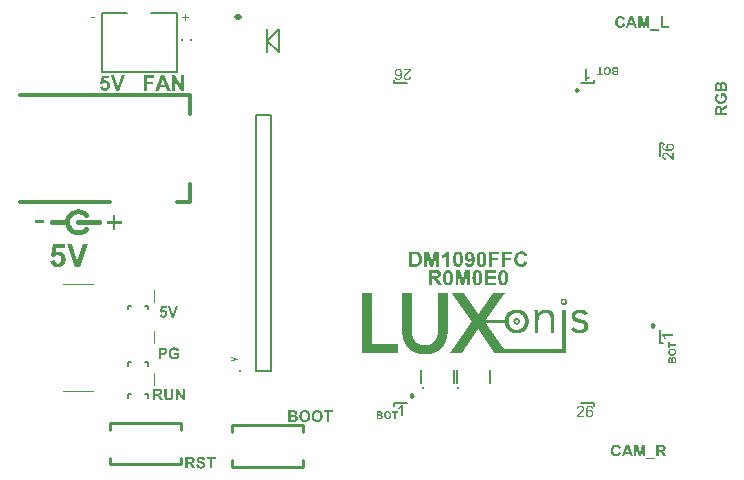
<source format=gto>
G04*
G04 #@! TF.GenerationSoftware,Altium Limited,Altium Designer,20.0.13 (296)*
G04*
G04 Layer_Color=65535*
%FSLAX44Y44*%
%MOMM*%
G71*
G01*
G75*
%ADD10C,0.2500*%
%ADD11C,0.4000*%
%ADD12C,0.2540*%
%ADD13C,0.5000*%
%ADD14C,0.2000*%
%ADD15C,0.1000*%
%ADD16C,0.3000*%
%ADD17C,0.1016*%
%ADD18C,0.2540*%
G36*
X454473Y152751D02*
X455005D01*
Y152684D01*
X455271D01*
Y152618D01*
X455471D01*
Y152551D01*
X455603D01*
Y152485D01*
X455736D01*
Y152418D01*
X455869D01*
Y152352D01*
X455936D01*
Y152285D01*
X456069D01*
Y152219D01*
X456135D01*
Y152152D01*
X456202D01*
Y152086D01*
X456268D01*
Y152019D01*
X456335D01*
Y151953D01*
X456401D01*
Y151886D01*
X456468D01*
Y151820D01*
X456534D01*
Y151753D01*
X456601D01*
Y151687D01*
Y151620D01*
X456667D01*
Y151554D01*
X456734D01*
Y151488D01*
Y151421D01*
X456800D01*
Y151355D01*
Y151288D01*
X456867D01*
Y151222D01*
Y151155D01*
X456933D01*
Y151089D01*
Y151022D01*
Y150956D01*
X457000D01*
Y150889D01*
Y150823D01*
Y150756D01*
Y150690D01*
X457066D01*
Y150623D01*
Y150557D01*
Y150490D01*
Y150424D01*
Y150357D01*
Y150291D01*
Y150224D01*
Y150158D01*
Y150091D01*
Y150025D01*
Y149958D01*
Y149892D01*
Y149825D01*
Y149759D01*
Y149692D01*
Y149626D01*
Y149559D01*
Y149493D01*
Y149427D01*
X457000D01*
Y149360D01*
Y149294D01*
Y149227D01*
Y149161D01*
X456933D01*
Y149094D01*
Y149028D01*
Y148961D01*
X456867D01*
Y148895D01*
Y148828D01*
X456800D01*
Y148762D01*
Y148695D01*
X456734D01*
Y148629D01*
Y148562D01*
X456667D01*
Y148496D01*
X456601D01*
Y148429D01*
Y148363D01*
X456534D01*
Y148296D01*
X456468D01*
Y148230D01*
X456401D01*
Y148163D01*
X456335D01*
Y148097D01*
X456268D01*
Y148030D01*
X456202D01*
Y147964D01*
X456135D01*
Y147898D01*
X456069D01*
Y147831D01*
X455936D01*
Y147765D01*
X455869D01*
Y147698D01*
X455736D01*
Y147632D01*
X455603D01*
Y147565D01*
X455471D01*
Y147499D01*
X455271D01*
Y147432D01*
X455005D01*
Y147366D01*
X454540D01*
Y147299D01*
X454074D01*
Y147366D01*
X453609D01*
Y147432D01*
X453343D01*
Y147499D01*
X453210D01*
Y147565D01*
X453011D01*
Y147632D01*
X452878D01*
Y147698D01*
X452811D01*
Y147765D01*
X452678D01*
Y147831D01*
X452612D01*
Y147898D01*
X452479D01*
Y147964D01*
X452412D01*
Y148030D01*
X452346D01*
Y148097D01*
X452279D01*
Y148163D01*
X452213D01*
Y148230D01*
X452146D01*
Y148296D01*
X452080D01*
Y148363D01*
Y148429D01*
X452014D01*
Y148496D01*
X451947D01*
Y148562D01*
Y148629D01*
X451880D01*
Y148695D01*
Y148762D01*
X451814D01*
Y148828D01*
Y148895D01*
X451748D01*
Y148961D01*
Y149028D01*
X451681D01*
Y149094D01*
Y149161D01*
Y149227D01*
X451615D01*
Y149294D01*
Y149360D01*
Y149427D01*
Y149493D01*
Y149559D01*
X451548D01*
Y149626D01*
Y149692D01*
Y149759D01*
Y149825D01*
Y149892D01*
Y149958D01*
Y150025D01*
Y150091D01*
Y150158D01*
Y150224D01*
Y150291D01*
Y150357D01*
Y150424D01*
Y150490D01*
Y150557D01*
X451615D01*
Y150623D01*
Y150690D01*
Y150756D01*
Y150823D01*
Y150889D01*
X451681D01*
Y150956D01*
Y151022D01*
Y151089D01*
X451748D01*
Y151155D01*
Y151222D01*
X451814D01*
Y151288D01*
Y151355D01*
X451880D01*
Y151421D01*
Y151488D01*
X451947D01*
Y151554D01*
Y151620D01*
X452014D01*
Y151687D01*
X452080D01*
Y151753D01*
Y151820D01*
X452146D01*
Y151886D01*
X452213D01*
Y151953D01*
X452279D01*
Y152019D01*
X452346D01*
Y152086D01*
X452412D01*
Y152152D01*
X452479D01*
Y152219D01*
X452612D01*
Y152285D01*
X452678D01*
Y152352D01*
X452811D01*
Y152418D01*
X452878D01*
Y152485D01*
X453011D01*
Y152551D01*
X453210D01*
Y152618D01*
X453410D01*
Y152684D01*
X453609D01*
Y152751D01*
X454141D01*
Y152817D01*
X454473D01*
Y152751D01*
D02*
G37*
G36*
X439648Y143510D02*
X440446D01*
Y143443D01*
X440845D01*
Y143377D01*
X441177D01*
Y143310D01*
X441443D01*
Y143244D01*
X441709D01*
Y143177D01*
X441908D01*
Y143111D01*
X442108D01*
Y143044D01*
X442307D01*
Y142978D01*
X442440D01*
Y142911D01*
X442573D01*
Y142845D01*
X442706D01*
Y142778D01*
X442839D01*
Y142712D01*
X442972D01*
Y142645D01*
X443105D01*
Y142579D01*
X443238D01*
Y142513D01*
X443304D01*
Y142446D01*
X443437D01*
Y142380D01*
X443504D01*
Y142313D01*
X443637D01*
Y142247D01*
X443703D01*
Y142180D01*
X443770D01*
Y142114D01*
X443903D01*
Y142047D01*
X443969D01*
Y141981D01*
X444036D01*
Y141914D01*
X444102D01*
Y141848D01*
X444169D01*
Y141781D01*
X444235D01*
Y141715D01*
X444302D01*
Y141648D01*
X444368D01*
Y141582D01*
X444435D01*
Y141515D01*
X444501D01*
Y141449D01*
X444568D01*
Y141382D01*
X444634D01*
Y141316D01*
X444701D01*
Y141249D01*
X444767D01*
Y141183D01*
X444833D01*
Y141116D01*
Y141050D01*
X444900D01*
Y140983D01*
X444966D01*
Y140917D01*
Y140850D01*
X445033D01*
Y140784D01*
X445099D01*
Y140717D01*
Y140651D01*
X445166D01*
Y140584D01*
X445232D01*
Y140518D01*
Y140452D01*
X445299D01*
Y140385D01*
Y140319D01*
X445365D01*
Y140252D01*
X445432D01*
Y140186D01*
Y140119D01*
X445498D01*
Y140053D01*
Y139986D01*
X445565D01*
Y139920D01*
Y139853D01*
Y139787D01*
X445631D01*
Y139720D01*
Y139654D01*
X445698D01*
Y139587D01*
Y139521D01*
X445764D01*
Y139454D01*
Y139388D01*
Y139321D01*
X445831D01*
Y139255D01*
Y139188D01*
Y139122D01*
X445897D01*
Y139055D01*
Y138989D01*
Y138923D01*
X445964D01*
Y138856D01*
Y138790D01*
Y138723D01*
Y138657D01*
X446030D01*
Y138590D01*
Y138524D01*
Y138457D01*
Y138391D01*
X446097D01*
Y138324D01*
Y138258D01*
Y138191D01*
Y138125D01*
Y138058D01*
X446163D01*
Y137992D01*
Y137925D01*
Y137859D01*
Y137792D01*
X446230D01*
Y137726D01*
Y137659D01*
Y137593D01*
Y137526D01*
Y137460D01*
Y137393D01*
Y137327D01*
Y137260D01*
X446296D01*
Y137194D01*
Y137128D01*
Y137061D01*
Y136994D01*
Y136928D01*
Y136861D01*
Y136795D01*
Y136729D01*
Y136662D01*
Y136596D01*
Y136529D01*
X446362D01*
Y136463D01*
Y136396D01*
Y136330D01*
Y136263D01*
Y136197D01*
Y136130D01*
Y136064D01*
Y135997D01*
Y135931D01*
Y135864D01*
Y135798D01*
Y135731D01*
Y135665D01*
Y135598D01*
Y135532D01*
Y135465D01*
Y135399D01*
Y135332D01*
Y135266D01*
Y135199D01*
Y135133D01*
Y135067D01*
Y135000D01*
Y134934D01*
Y134867D01*
Y134801D01*
Y134734D01*
Y134668D01*
Y134601D01*
Y134535D01*
Y134468D01*
Y134402D01*
Y134335D01*
Y134269D01*
Y134202D01*
Y134136D01*
Y134069D01*
Y134003D01*
Y133936D01*
Y133870D01*
Y133803D01*
Y133737D01*
Y133670D01*
Y133604D01*
Y133538D01*
Y133471D01*
Y133405D01*
Y133338D01*
Y133272D01*
Y133205D01*
Y133139D01*
Y133072D01*
Y133006D01*
Y132939D01*
Y132873D01*
Y132806D01*
Y132740D01*
Y132673D01*
Y132607D01*
Y132540D01*
Y132474D01*
Y132407D01*
Y132341D01*
Y132274D01*
Y132208D01*
Y132141D01*
Y132075D01*
Y132008D01*
Y131942D01*
Y131875D01*
Y131809D01*
Y131742D01*
Y131676D01*
Y131609D01*
Y131543D01*
Y131476D01*
Y131410D01*
Y131344D01*
Y131277D01*
Y131211D01*
Y131144D01*
Y131078D01*
Y131011D01*
Y130945D01*
Y130878D01*
Y130812D01*
Y130745D01*
Y130679D01*
Y130612D01*
Y130546D01*
Y130479D01*
Y130413D01*
Y130346D01*
Y130280D01*
Y130213D01*
Y130147D01*
Y130080D01*
Y130014D01*
Y129948D01*
Y129881D01*
Y129815D01*
Y129748D01*
Y129682D01*
Y129615D01*
Y129549D01*
Y129482D01*
Y129416D01*
Y129349D01*
Y129283D01*
Y129216D01*
Y129150D01*
Y129083D01*
Y129017D01*
Y128950D01*
Y128884D01*
Y128817D01*
Y128751D01*
Y128684D01*
Y128618D01*
Y128551D01*
Y128485D01*
Y128418D01*
Y128352D01*
Y128286D01*
Y128219D01*
Y128153D01*
Y128086D01*
Y128020D01*
Y127953D01*
Y127886D01*
Y127820D01*
Y127754D01*
Y127687D01*
Y127621D01*
Y127554D01*
Y127488D01*
Y127421D01*
Y127355D01*
Y127288D01*
Y127222D01*
Y127155D01*
Y127089D01*
Y127022D01*
Y126956D01*
Y126889D01*
Y126823D01*
Y126756D01*
Y126690D01*
Y126623D01*
Y126557D01*
Y126490D01*
Y126424D01*
Y126357D01*
Y126291D01*
Y126224D01*
Y126158D01*
Y126091D01*
Y126025D01*
Y125959D01*
Y125892D01*
Y125826D01*
Y125759D01*
Y125693D01*
Y125626D01*
Y125560D01*
Y125493D01*
Y125427D01*
Y125360D01*
Y125294D01*
Y125227D01*
Y125161D01*
Y125094D01*
Y125028D01*
Y124961D01*
Y124895D01*
Y124828D01*
Y124762D01*
Y124696D01*
Y124629D01*
Y124563D01*
Y124496D01*
Y124430D01*
Y124363D01*
Y124297D01*
Y124230D01*
Y124164D01*
Y124097D01*
Y124031D01*
Y123964D01*
Y123898D01*
X443171D01*
Y123964D01*
Y124031D01*
Y124097D01*
Y124164D01*
Y124230D01*
Y124297D01*
Y124363D01*
Y124430D01*
Y124496D01*
Y124563D01*
Y124629D01*
Y124696D01*
Y124762D01*
Y124828D01*
Y124895D01*
Y124961D01*
Y125028D01*
Y125094D01*
Y125161D01*
Y125227D01*
Y125294D01*
Y125360D01*
Y125427D01*
Y125493D01*
Y125560D01*
Y125626D01*
Y125693D01*
Y125759D01*
Y125826D01*
Y125892D01*
Y125959D01*
Y126025D01*
Y126091D01*
Y126158D01*
Y126224D01*
Y126291D01*
Y126357D01*
Y126424D01*
Y126490D01*
Y126557D01*
Y126623D01*
Y126690D01*
Y126756D01*
Y126823D01*
Y126889D01*
Y126956D01*
Y127022D01*
Y127089D01*
Y127155D01*
Y127222D01*
Y127288D01*
Y127355D01*
Y127421D01*
Y127488D01*
Y127554D01*
Y127621D01*
Y127687D01*
Y127754D01*
Y127820D01*
Y127886D01*
Y127953D01*
Y128020D01*
Y128086D01*
Y128153D01*
Y128219D01*
Y128286D01*
Y128352D01*
Y128418D01*
Y128485D01*
Y128551D01*
Y128618D01*
Y128684D01*
Y128751D01*
Y128817D01*
Y128884D01*
Y128950D01*
Y129017D01*
Y129083D01*
Y129150D01*
Y129216D01*
Y129283D01*
Y129349D01*
Y129416D01*
Y129482D01*
Y129549D01*
Y129615D01*
Y129682D01*
Y129748D01*
Y129815D01*
Y129881D01*
Y129948D01*
Y130014D01*
Y130080D01*
Y130147D01*
Y130213D01*
Y130280D01*
Y130346D01*
Y130413D01*
Y130479D01*
Y130546D01*
Y130612D01*
Y130679D01*
Y130745D01*
Y130812D01*
Y130878D01*
Y130945D01*
Y131011D01*
Y131078D01*
Y131144D01*
Y131211D01*
Y131277D01*
Y131344D01*
Y131410D01*
Y131476D01*
Y131543D01*
Y131609D01*
Y131676D01*
Y131742D01*
Y131809D01*
Y131875D01*
Y131942D01*
Y132008D01*
Y132075D01*
Y132141D01*
Y132208D01*
Y132274D01*
Y132341D01*
Y132407D01*
Y132474D01*
Y132540D01*
Y132607D01*
Y132673D01*
Y132740D01*
Y132806D01*
Y132873D01*
Y132939D01*
Y133006D01*
Y133072D01*
Y133139D01*
Y133205D01*
Y133272D01*
Y133338D01*
Y133405D01*
Y133471D01*
Y133538D01*
Y133604D01*
Y133670D01*
Y133737D01*
Y133803D01*
Y133870D01*
Y133936D01*
Y134003D01*
Y134069D01*
Y134136D01*
Y134202D01*
Y134269D01*
Y134335D01*
Y134402D01*
Y134468D01*
Y134535D01*
Y134601D01*
Y134668D01*
Y134734D01*
Y134801D01*
Y134867D01*
Y134934D01*
Y135000D01*
Y135067D01*
Y135133D01*
Y135199D01*
Y135266D01*
Y135332D01*
Y135399D01*
Y135465D01*
Y135532D01*
Y135598D01*
Y135665D01*
Y135731D01*
Y135798D01*
Y135864D01*
Y135931D01*
Y135997D01*
Y136064D01*
Y136130D01*
Y136197D01*
Y136263D01*
Y136330D01*
Y136396D01*
X443105D01*
Y136463D01*
Y136529D01*
Y136596D01*
Y136662D01*
Y136729D01*
Y136795D01*
Y136861D01*
X443038D01*
Y136928D01*
Y136994D01*
Y137061D01*
Y137128D01*
Y137194D01*
Y137260D01*
X442972D01*
Y137327D01*
Y137393D01*
Y137460D01*
Y137526D01*
X442906D01*
Y137593D01*
Y137659D01*
Y137726D01*
X442839D01*
Y137792D01*
Y137859D01*
Y137925D01*
X442772D01*
Y137992D01*
Y138058D01*
Y138125D01*
X442706D01*
Y138191D01*
Y138258D01*
X442640D01*
Y138324D01*
Y138391D01*
X442573D01*
Y138457D01*
Y138524D01*
Y138590D01*
X442507D01*
Y138657D01*
Y138723D01*
X442440D01*
Y138790D01*
X442374D01*
Y138856D01*
Y138923D01*
X442307D01*
Y138989D01*
X442241D01*
Y139055D01*
Y139122D01*
X442174D01*
Y139188D01*
X442108D01*
Y139255D01*
Y139321D01*
X442041D01*
Y139388D01*
X441975D01*
Y139454D01*
X441908D01*
Y139521D01*
X441842D01*
Y139587D01*
X441775D01*
Y139654D01*
X441709D01*
Y139720D01*
X441642D01*
Y139787D01*
X441509D01*
Y139853D01*
X441443D01*
Y139920D01*
X441376D01*
Y139986D01*
X441244D01*
Y140053D01*
X441110D01*
Y140119D01*
X441044D01*
Y140186D01*
X440911D01*
Y140252D01*
X440712D01*
Y140319D01*
X440579D01*
Y140385D01*
X440379D01*
Y140452D01*
X440113D01*
Y140518D01*
X439781D01*
Y140584D01*
X439183D01*
Y140651D01*
X438318D01*
Y140584D01*
X437654D01*
Y140518D01*
X437321D01*
Y140452D01*
X436989D01*
Y140385D01*
X436789D01*
Y140319D01*
X436590D01*
Y140252D01*
X436390D01*
Y140186D01*
X436257D01*
Y140119D01*
X436058D01*
Y140053D01*
X435925D01*
Y139986D01*
X435792D01*
Y139920D01*
X435726D01*
Y139853D01*
X435592D01*
Y139787D01*
X435526D01*
Y139720D01*
X435393D01*
Y139654D01*
X435327D01*
Y139587D01*
X435194D01*
Y139521D01*
X435127D01*
Y139454D01*
X435061D01*
Y139388D01*
X434994D01*
Y139321D01*
X434861D01*
Y139255D01*
X434795D01*
Y139188D01*
X434728D01*
Y139122D01*
X434662D01*
Y139055D01*
Y138989D01*
X434595D01*
Y138923D01*
X434529D01*
Y138856D01*
X434462D01*
Y138790D01*
X434396D01*
Y138723D01*
X434329D01*
Y138657D01*
X434263D01*
Y138590D01*
Y138524D01*
X434196D01*
Y138457D01*
X434130D01*
Y138391D01*
Y138324D01*
X434063D01*
Y138258D01*
X433997D01*
Y138191D01*
Y138125D01*
X433931D01*
Y138058D01*
Y137992D01*
X433864D01*
Y137925D01*
X433797D01*
Y137859D01*
Y137792D01*
X433731D01*
Y137726D01*
Y137659D01*
X433665D01*
Y137593D01*
Y137526D01*
X433598D01*
Y137460D01*
Y137393D01*
Y137327D01*
X433532D01*
Y137260D01*
Y137194D01*
X433465D01*
Y137128D01*
Y137061D01*
Y136994D01*
X433399D01*
Y136928D01*
Y136861D01*
Y136795D01*
X433332D01*
Y136729D01*
Y136662D01*
X433266D01*
Y136596D01*
Y136529D01*
Y136463D01*
Y136396D01*
X433199D01*
Y136330D01*
Y136263D01*
Y136197D01*
Y136130D01*
X433133D01*
Y136064D01*
Y135997D01*
Y135931D01*
Y135864D01*
X433066D01*
Y135798D01*
Y135731D01*
Y135665D01*
Y135598D01*
Y135532D01*
X433000D01*
Y135465D01*
Y135399D01*
Y135332D01*
Y135266D01*
Y135199D01*
Y135133D01*
X432933D01*
Y135067D01*
Y135000D01*
Y134934D01*
Y134867D01*
Y134801D01*
Y134734D01*
Y134668D01*
Y134601D01*
Y134535D01*
X432867D01*
Y134468D01*
Y134402D01*
Y134335D01*
Y134269D01*
Y134202D01*
Y134136D01*
Y134069D01*
Y134003D01*
Y133936D01*
Y133870D01*
Y133803D01*
Y133737D01*
Y133670D01*
Y133604D01*
Y133538D01*
Y133471D01*
Y133405D01*
Y133338D01*
Y133272D01*
Y133205D01*
Y133139D01*
Y133072D01*
Y133006D01*
Y132939D01*
Y132873D01*
Y132806D01*
Y132740D01*
Y132673D01*
Y132607D01*
Y132540D01*
Y132474D01*
Y132407D01*
Y132341D01*
Y132274D01*
Y132208D01*
Y132141D01*
Y132075D01*
Y132008D01*
Y131942D01*
Y131875D01*
Y131809D01*
Y131742D01*
Y131676D01*
Y131609D01*
Y131543D01*
Y131476D01*
Y131410D01*
Y131344D01*
Y131277D01*
Y131211D01*
Y131144D01*
Y131078D01*
Y131011D01*
Y130945D01*
Y130878D01*
Y130812D01*
Y130745D01*
Y130679D01*
Y130612D01*
Y130546D01*
Y130479D01*
Y130413D01*
Y130346D01*
Y130280D01*
Y130213D01*
Y130147D01*
Y130080D01*
Y130014D01*
Y129948D01*
Y129881D01*
Y129815D01*
Y129748D01*
Y129682D01*
Y129615D01*
Y129549D01*
Y129482D01*
Y129416D01*
Y129349D01*
Y129283D01*
Y129216D01*
Y129150D01*
Y129083D01*
Y129017D01*
Y128950D01*
Y128884D01*
Y128817D01*
Y128751D01*
Y128684D01*
Y128618D01*
Y128551D01*
Y128485D01*
Y128418D01*
Y128352D01*
Y128286D01*
Y128219D01*
Y128153D01*
Y128086D01*
Y128020D01*
Y127953D01*
Y127886D01*
Y127820D01*
Y127754D01*
Y127687D01*
Y127621D01*
Y127554D01*
Y127488D01*
Y127421D01*
Y127355D01*
Y127288D01*
Y127222D01*
Y127155D01*
Y127089D01*
Y127022D01*
Y126956D01*
Y126889D01*
Y126823D01*
Y126756D01*
Y126690D01*
Y126623D01*
Y126557D01*
Y126490D01*
Y126424D01*
Y126357D01*
Y126291D01*
Y126224D01*
Y126158D01*
Y126091D01*
Y126025D01*
Y125959D01*
Y125892D01*
Y125826D01*
Y125759D01*
Y125693D01*
Y125626D01*
Y125560D01*
Y125493D01*
Y125427D01*
Y125360D01*
Y125294D01*
Y125227D01*
Y125161D01*
Y125094D01*
Y125028D01*
Y124961D01*
Y124895D01*
Y124828D01*
Y124762D01*
Y124696D01*
Y124629D01*
Y124563D01*
Y124496D01*
Y124430D01*
Y124363D01*
Y124297D01*
Y124230D01*
Y124164D01*
Y124097D01*
Y124031D01*
Y123964D01*
Y123898D01*
X429676D01*
Y123964D01*
Y124031D01*
Y124097D01*
Y124164D01*
Y124230D01*
Y124297D01*
Y124363D01*
Y124430D01*
Y124496D01*
Y124563D01*
Y124629D01*
Y124696D01*
Y124762D01*
Y124828D01*
Y124895D01*
Y124961D01*
Y125028D01*
Y125094D01*
Y125161D01*
Y125227D01*
Y125294D01*
Y125360D01*
Y125427D01*
Y125493D01*
Y125560D01*
Y125626D01*
Y125693D01*
Y125759D01*
Y125826D01*
Y125892D01*
Y125959D01*
Y126025D01*
Y126091D01*
Y126158D01*
Y126224D01*
Y126291D01*
Y126357D01*
Y126424D01*
Y126490D01*
Y126557D01*
Y126623D01*
Y126690D01*
Y126756D01*
Y126823D01*
Y126889D01*
Y126956D01*
Y127022D01*
Y127089D01*
Y127155D01*
Y127222D01*
Y127288D01*
Y127355D01*
Y127421D01*
Y127488D01*
Y127554D01*
Y127621D01*
Y127687D01*
Y127754D01*
Y127820D01*
Y127886D01*
Y127953D01*
Y128020D01*
Y128086D01*
Y128153D01*
Y128219D01*
Y128286D01*
Y128352D01*
Y128418D01*
Y128485D01*
Y128551D01*
Y128618D01*
Y128684D01*
Y128751D01*
Y128817D01*
Y128884D01*
Y128950D01*
Y129017D01*
Y129083D01*
Y129150D01*
Y129216D01*
Y129283D01*
Y129349D01*
Y129416D01*
Y129482D01*
Y129549D01*
Y129615D01*
Y129682D01*
Y129748D01*
Y129815D01*
Y129881D01*
Y129948D01*
Y130014D01*
Y130080D01*
Y130147D01*
Y130213D01*
Y130280D01*
Y130346D01*
Y130413D01*
Y130479D01*
Y130546D01*
Y130612D01*
Y130679D01*
Y130745D01*
Y130812D01*
Y130878D01*
Y130945D01*
Y131011D01*
Y131078D01*
Y131144D01*
Y131211D01*
Y131277D01*
Y131344D01*
Y131410D01*
Y131476D01*
Y131543D01*
Y131609D01*
Y131676D01*
Y131742D01*
Y131809D01*
Y131875D01*
Y131942D01*
Y132008D01*
Y132075D01*
Y132141D01*
Y132208D01*
Y132274D01*
Y132341D01*
Y132407D01*
Y132474D01*
Y132540D01*
Y132607D01*
Y132673D01*
Y132740D01*
Y132806D01*
Y132873D01*
Y132939D01*
Y133006D01*
Y133072D01*
Y133139D01*
Y133205D01*
Y133272D01*
Y133338D01*
Y133405D01*
Y133471D01*
Y133538D01*
Y133604D01*
Y133670D01*
Y133737D01*
Y133803D01*
Y133870D01*
Y133936D01*
Y134003D01*
Y134069D01*
Y134136D01*
Y134202D01*
Y134269D01*
Y134335D01*
Y134402D01*
Y134468D01*
Y134535D01*
Y134601D01*
Y134668D01*
Y134734D01*
Y134801D01*
Y134867D01*
Y134934D01*
Y135000D01*
Y135067D01*
Y135133D01*
Y135199D01*
Y135266D01*
Y135332D01*
Y135399D01*
Y135465D01*
Y135532D01*
Y135598D01*
Y135665D01*
Y135731D01*
Y135798D01*
Y135864D01*
Y135931D01*
Y135997D01*
Y136064D01*
Y136130D01*
Y136197D01*
Y136263D01*
Y136330D01*
Y136396D01*
Y136463D01*
Y136529D01*
Y136596D01*
Y136662D01*
Y136729D01*
Y136795D01*
Y136861D01*
Y136928D01*
Y136994D01*
Y137061D01*
Y137128D01*
Y137194D01*
Y137260D01*
Y137327D01*
Y137393D01*
Y137460D01*
Y137526D01*
Y137593D01*
Y137659D01*
Y137726D01*
Y137792D01*
Y137859D01*
Y137925D01*
Y137992D01*
Y138058D01*
Y138125D01*
Y138191D01*
Y138258D01*
Y138324D01*
Y138391D01*
Y138457D01*
Y138524D01*
Y138590D01*
Y138657D01*
Y138723D01*
Y138790D01*
Y138856D01*
Y138923D01*
Y138989D01*
Y139055D01*
Y139122D01*
Y139188D01*
Y139255D01*
Y139321D01*
Y139388D01*
Y139454D01*
Y139521D01*
Y139587D01*
Y139654D01*
Y139720D01*
Y139787D01*
Y139853D01*
X429609D01*
Y139920D01*
Y139986D01*
Y140053D01*
Y140119D01*
Y140186D01*
Y140252D01*
Y140319D01*
Y140385D01*
Y140452D01*
Y140518D01*
Y140584D01*
Y140651D01*
Y140717D01*
Y140784D01*
Y140850D01*
Y140917D01*
Y140983D01*
Y141050D01*
Y141116D01*
Y141183D01*
X429543D01*
Y141249D01*
Y141316D01*
Y141382D01*
Y141449D01*
Y141515D01*
Y141582D01*
Y141648D01*
Y141715D01*
Y141781D01*
Y141848D01*
Y141914D01*
Y141981D01*
Y142047D01*
Y142114D01*
Y142180D01*
Y142247D01*
Y142313D01*
Y142380D01*
Y142446D01*
Y142513D01*
Y142579D01*
X429476D01*
Y142645D01*
Y142712D01*
Y142778D01*
Y142845D01*
Y142911D01*
Y142978D01*
Y143044D01*
X432534D01*
Y142978D01*
Y142911D01*
Y142845D01*
Y142778D01*
Y142712D01*
Y142645D01*
Y142579D01*
Y142513D01*
Y142446D01*
Y142380D01*
Y142313D01*
Y142247D01*
Y142180D01*
Y142114D01*
Y142047D01*
Y141981D01*
Y141914D01*
Y141848D01*
Y141781D01*
Y141715D01*
Y141648D01*
Y141582D01*
Y141515D01*
Y141449D01*
Y141382D01*
Y141316D01*
Y141249D01*
Y141183D01*
X432601D01*
Y141116D01*
Y141050D01*
Y140983D01*
Y140917D01*
Y140850D01*
Y140784D01*
Y140717D01*
Y140651D01*
Y140584D01*
Y140518D01*
Y140452D01*
Y140385D01*
Y140319D01*
Y140252D01*
Y140186D01*
Y140119D01*
Y140053D01*
Y139986D01*
Y139920D01*
X432734D01*
Y139986D01*
Y140053D01*
X432800D01*
Y140119D01*
Y140186D01*
X432867D01*
Y140252D01*
Y140319D01*
X432933D01*
Y140385D01*
X433000D01*
Y140452D01*
Y140518D01*
X433066D01*
Y140584D01*
X433133D01*
Y140651D01*
Y140717D01*
X433199D01*
Y140784D01*
X433266D01*
Y140850D01*
Y140917D01*
X433332D01*
Y140983D01*
X433399D01*
Y141050D01*
X433465D01*
Y141116D01*
X433532D01*
Y141183D01*
X433598D01*
Y141249D01*
Y141316D01*
X433665D01*
Y141382D01*
X433731D01*
Y141449D01*
X433797D01*
Y141515D01*
X433864D01*
Y141582D01*
X433931D01*
Y141648D01*
X433997D01*
Y141715D01*
X434130D01*
Y141781D01*
X434196D01*
Y141848D01*
X434263D01*
Y141914D01*
X434329D01*
Y141981D01*
X434396D01*
Y142047D01*
X434529D01*
Y142114D01*
X434595D01*
Y142180D01*
X434728D01*
Y142247D01*
X434795D01*
Y142313D01*
X434861D01*
Y142380D01*
X434994D01*
Y142446D01*
X435127D01*
Y142513D01*
X435194D01*
Y142579D01*
X435327D01*
Y142645D01*
X435460D01*
Y142712D01*
X435592D01*
Y142778D01*
X435726D01*
Y142845D01*
X435858D01*
Y142911D01*
X435991D01*
Y142978D01*
X436191D01*
Y143044D01*
X436324D01*
Y143111D01*
X436523D01*
Y143177D01*
X436723D01*
Y143244D01*
X436989D01*
Y143310D01*
X437188D01*
Y143377D01*
X437520D01*
Y143443D01*
X437919D01*
Y143510D01*
X438584D01*
Y143576D01*
X439648D01*
Y143510D01*
D02*
G37*
G36*
X404280Y157271D02*
X404213D01*
Y157205D01*
X404147D01*
Y157138D01*
Y157072D01*
X404080D01*
Y157006D01*
X404014D01*
Y156939D01*
Y156873D01*
X403947D01*
Y156806D01*
X403881D01*
Y156740D01*
X403814D01*
Y156673D01*
Y156607D01*
X403748D01*
Y156540D01*
X403681D01*
Y156474D01*
Y156407D01*
X403615D01*
Y156341D01*
X403548D01*
Y156274D01*
X403482D01*
Y156208D01*
Y156141D01*
X403415D01*
Y156075D01*
X403349D01*
Y156008D01*
Y155942D01*
X403283D01*
Y155875D01*
X403216D01*
Y155809D01*
X403150D01*
Y155742D01*
Y155676D01*
X403083D01*
Y155609D01*
X403017D01*
Y155543D01*
Y155476D01*
X402950D01*
Y155410D01*
X402884D01*
Y155343D01*
X402817D01*
Y155277D01*
Y155210D01*
X402751D01*
Y155144D01*
X402684D01*
Y155077D01*
Y155011D01*
X402618D01*
Y154944D01*
X402551D01*
Y154878D01*
Y154812D01*
X402485D01*
Y154745D01*
X402418D01*
Y154679D01*
X402352D01*
Y154612D01*
Y154546D01*
X402285D01*
Y154479D01*
X402219D01*
Y154413D01*
Y154346D01*
X402152D01*
Y154280D01*
X402086D01*
Y154213D01*
X402019D01*
Y154147D01*
Y154080D01*
X401953D01*
Y154014D01*
X401886D01*
Y153947D01*
Y153881D01*
X401820D01*
Y153814D01*
X401754D01*
Y153748D01*
X401687D01*
Y153681D01*
Y153615D01*
X401620D01*
Y153548D01*
X401554D01*
Y153482D01*
Y153415D01*
X401488D01*
Y153349D01*
X401421D01*
Y153282D01*
X401355D01*
Y153216D01*
Y153149D01*
X401288D01*
Y153083D01*
X401222D01*
Y153017D01*
Y152950D01*
X401155D01*
Y152884D01*
X401089D01*
Y152817D01*
Y152751D01*
X401022D01*
Y152684D01*
X400956D01*
Y152618D01*
X400889D01*
Y152551D01*
Y152485D01*
X400823D01*
Y152418D01*
X400756D01*
Y152352D01*
Y152285D01*
X400690D01*
Y152219D01*
X400623D01*
Y152152D01*
X400557D01*
Y152086D01*
Y152019D01*
X400490D01*
Y151953D01*
X400424D01*
Y151886D01*
Y151820D01*
X400357D01*
Y151753D01*
X400291D01*
Y151687D01*
X400224D01*
Y151620D01*
Y151554D01*
X400158D01*
Y151488D01*
X400091D01*
Y151421D01*
Y151355D01*
X400025D01*
Y151288D01*
X399958D01*
Y151222D01*
X399892D01*
Y151155D01*
Y151089D01*
X399826D01*
Y151022D01*
X399759D01*
Y150956D01*
Y150889D01*
X399692D01*
Y150823D01*
X399626D01*
Y150756D01*
X399560D01*
Y150690D01*
Y150623D01*
X399493D01*
Y150557D01*
X399427D01*
Y150490D01*
Y150424D01*
X399360D01*
Y150357D01*
X399294D01*
Y150291D01*
Y150224D01*
X399227D01*
Y150158D01*
X399161D01*
Y150091D01*
X399094D01*
Y150025D01*
Y149958D01*
X399028D01*
Y149892D01*
X398961D01*
Y149825D01*
Y149759D01*
X398895D01*
Y149692D01*
X398828D01*
Y149626D01*
X398762D01*
Y149559D01*
Y149493D01*
X398695D01*
Y149427D01*
X398629D01*
Y149360D01*
Y149294D01*
X398562D01*
Y149227D01*
X398496D01*
Y149161D01*
X398429D01*
Y149094D01*
Y149028D01*
X398363D01*
Y148961D01*
X398296D01*
Y148895D01*
Y148828D01*
X398230D01*
Y148762D01*
X398163D01*
Y148695D01*
X398097D01*
Y148629D01*
Y148562D01*
X398031D01*
Y148496D01*
X397964D01*
Y148429D01*
Y148363D01*
X397897D01*
Y148296D01*
X397831D01*
Y148230D01*
X397765D01*
Y148163D01*
Y148097D01*
X397698D01*
Y148030D01*
X397632D01*
Y147964D01*
Y147898D01*
X397565D01*
Y147831D01*
X397499D01*
Y147765D01*
Y147698D01*
X397432D01*
Y147632D01*
X397366D01*
Y147565D01*
X397299D01*
Y147499D01*
Y147432D01*
X397233D01*
Y147366D01*
X397166D01*
Y147299D01*
Y147233D01*
X397100D01*
Y147166D01*
X397033D01*
Y147100D01*
X396967D01*
Y147033D01*
Y146967D01*
X396900D01*
Y146900D01*
X396834D01*
Y146834D01*
Y146767D01*
X396767D01*
Y146701D01*
X396701D01*
Y146634D01*
X396634D01*
Y146568D01*
Y146501D01*
X396568D01*
Y146435D01*
X396501D01*
Y146368D01*
Y146302D01*
X396435D01*
Y146235D01*
X396368D01*
Y146169D01*
X396302D01*
Y146103D01*
Y146036D01*
X396236D01*
Y145969D01*
X396169D01*
Y145903D01*
Y145837D01*
X396102D01*
Y145770D01*
X396036D01*
Y145704D01*
X395970D01*
Y145637D01*
Y145571D01*
X395903D01*
Y145504D01*
X395837D01*
Y145438D01*
Y145371D01*
X395770D01*
Y145305D01*
X395704D01*
Y145238D01*
Y145172D01*
X395637D01*
Y145105D01*
X395571D01*
Y145039D01*
X395504D01*
Y144972D01*
Y144906D01*
X395438D01*
Y144839D01*
X395371D01*
Y144773D01*
Y144706D01*
X395305D01*
Y144640D01*
X395238D01*
Y144573D01*
X395172D01*
Y144507D01*
Y144440D01*
X395105D01*
Y144374D01*
X395039D01*
Y144307D01*
Y144241D01*
X394972D01*
Y144174D01*
X394906D01*
Y144108D01*
X394839D01*
Y144042D01*
Y143975D01*
X394773D01*
Y143909D01*
X394706D01*
Y143842D01*
Y143776D01*
X394640D01*
Y143709D01*
X394574D01*
Y143643D01*
X394507D01*
Y143576D01*
Y143510D01*
X394440D01*
Y143443D01*
X394374D01*
Y143377D01*
Y143310D01*
X394308D01*
Y143244D01*
X394241D01*
Y143177D01*
Y143111D01*
X394174D01*
Y143044D01*
X394108D01*
Y142978D01*
X394042D01*
Y142911D01*
Y142845D01*
X393975D01*
Y142778D01*
X393909D01*
Y142712D01*
Y142645D01*
X393842D01*
Y142579D01*
X393776D01*
Y142513D01*
X393709D01*
Y142446D01*
Y142380D01*
X393643D01*
Y142313D01*
X393576D01*
Y142247D01*
Y142180D01*
X393510D01*
Y142114D01*
X393443D01*
Y142047D01*
X393377D01*
Y141981D01*
Y141914D01*
X393310D01*
Y141848D01*
X393244D01*
Y141781D01*
Y141715D01*
X393177D01*
Y141648D01*
X393111D01*
Y141582D01*
X393044D01*
Y141515D01*
Y141449D01*
X392978D01*
Y141382D01*
X392911D01*
Y141316D01*
Y141249D01*
X392845D01*
Y141183D01*
X392778D01*
Y141116D01*
X392712D01*
Y141050D01*
Y140983D01*
X392645D01*
Y140917D01*
X392579D01*
Y140850D01*
Y140784D01*
X392513D01*
Y140717D01*
X392446D01*
Y140651D01*
Y140584D01*
X392380D01*
Y140518D01*
X392313D01*
Y140452D01*
X392247D01*
Y140385D01*
Y140319D01*
X392180D01*
Y140252D01*
X392114D01*
Y140186D01*
Y140119D01*
X392047D01*
Y140053D01*
X391981D01*
Y139986D01*
X391914D01*
Y139920D01*
Y139853D01*
X391848D01*
Y139787D01*
X391781D01*
Y139720D01*
Y139654D01*
X391715D01*
Y139587D01*
X391648D01*
Y139521D01*
X391582D01*
Y139454D01*
Y139388D01*
X391515D01*
Y139321D01*
X391449D01*
Y139255D01*
Y139188D01*
X391382D01*
Y139122D01*
X391316D01*
Y139055D01*
X391249D01*
Y138989D01*
Y138923D01*
X391183D01*
Y138856D01*
X391116D01*
Y138790D01*
Y138723D01*
X391050D01*
Y138657D01*
X390984D01*
Y138590D01*
X390917D01*
Y138524D01*
Y138457D01*
X390850D01*
Y138391D01*
X390784D01*
Y138324D01*
Y138258D01*
X390718D01*
Y138191D01*
X390651D01*
Y138125D01*
Y138058D01*
X390584D01*
Y137992D01*
X390518D01*
Y137925D01*
X390452D01*
Y137859D01*
Y137792D01*
X390385D01*
Y137726D01*
X390319D01*
Y137659D01*
Y137593D01*
X390252D01*
Y137526D01*
X390186D01*
Y137460D01*
X390119D01*
Y137393D01*
Y137327D01*
X390053D01*
Y137260D01*
X389986D01*
Y137194D01*
Y137128D01*
X389920D01*
Y137061D01*
X389853D01*
Y136994D01*
X389787D01*
Y136928D01*
Y136861D01*
X389720D01*
Y136795D01*
X389654D01*
Y136729D01*
Y136662D01*
X389587D01*
Y136596D01*
X389521D01*
Y136529D01*
X389454D01*
Y136463D01*
Y136396D01*
X389388D01*
Y136330D01*
X389321D01*
Y136263D01*
Y136197D01*
X389255D01*
Y136130D01*
X389188D01*
Y136064D01*
Y135997D01*
X389122D01*
Y135931D01*
X389055D01*
Y135864D01*
X388989D01*
Y135798D01*
Y135731D01*
X388923D01*
Y135665D01*
X388856D01*
Y135598D01*
Y135532D01*
X388790D01*
Y135465D01*
X388723D01*
Y135399D01*
X388657D01*
Y135332D01*
Y135266D01*
X388590D01*
Y135199D01*
X388524D01*
Y135133D01*
Y135067D01*
X404346D01*
Y135133D01*
Y135199D01*
Y135266D01*
Y135332D01*
X404413D01*
Y135399D01*
Y135465D01*
Y135532D01*
Y135598D01*
Y135665D01*
X404479D01*
Y135731D01*
Y135798D01*
Y135864D01*
Y135931D01*
Y135997D01*
X404546D01*
Y136064D01*
Y136130D01*
Y136197D01*
Y136263D01*
X404612D01*
Y136330D01*
Y136396D01*
Y136463D01*
Y136529D01*
X404679D01*
Y136596D01*
Y136662D01*
Y136729D01*
Y136795D01*
X404745D01*
Y136861D01*
Y136928D01*
Y136994D01*
X404812D01*
Y137061D01*
Y137128D01*
Y137194D01*
X404878D01*
Y137260D01*
Y137327D01*
X404945D01*
Y137393D01*
Y137460D01*
Y137526D01*
X405011D01*
Y137593D01*
Y137659D01*
X405078D01*
Y137726D01*
Y137792D01*
X405144D01*
Y137859D01*
Y137925D01*
Y137992D01*
X405210D01*
Y138058D01*
Y138125D01*
X405277D01*
Y138191D01*
Y138258D01*
X405343D01*
Y138324D01*
Y138391D01*
X405410D01*
Y138457D01*
X405476D01*
Y138524D01*
Y138590D01*
X405543D01*
Y138657D01*
Y138723D01*
X405609D01*
Y138790D01*
Y138856D01*
X405676D01*
Y138923D01*
Y138989D01*
X405742D01*
Y139055D01*
X405809D01*
Y139122D01*
Y139188D01*
X405875D01*
Y139255D01*
X405942D01*
Y139321D01*
Y139388D01*
X406008D01*
Y139454D01*
X406075D01*
Y139521D01*
Y139587D01*
X406141D01*
Y139654D01*
X406208D01*
Y139720D01*
X406274D01*
Y139787D01*
Y139853D01*
X406341D01*
Y139920D01*
X406407D01*
Y139986D01*
X406474D01*
Y140053D01*
X406540D01*
Y140119D01*
X406607D01*
Y140186D01*
Y140252D01*
X406673D01*
Y140319D01*
X406740D01*
Y140385D01*
X406806D01*
Y140452D01*
X406872D01*
Y140518D01*
X406939D01*
Y140584D01*
X407006D01*
Y140651D01*
X407072D01*
Y140717D01*
X407138D01*
Y140784D01*
X407205D01*
Y140850D01*
X407271D01*
Y140917D01*
X407338D01*
Y140983D01*
X407404D01*
Y141050D01*
X407471D01*
Y141116D01*
X407537D01*
Y141183D01*
X407670D01*
Y141249D01*
X407737D01*
Y141316D01*
X407803D01*
Y141382D01*
X407870D01*
Y141449D01*
X408003D01*
Y141515D01*
X408069D01*
Y141582D01*
X408136D01*
Y141648D01*
X408202D01*
Y141715D01*
X408335D01*
Y141781D01*
X408468D01*
Y141848D01*
X408535D01*
Y141914D01*
X408667D01*
Y141981D01*
X408734D01*
Y142047D01*
X408867D01*
Y142114D01*
X408933D01*
Y142180D01*
X409066D01*
Y142247D01*
X409199D01*
Y142313D01*
X409332D01*
Y142380D01*
X409465D01*
Y142446D01*
X409598D01*
Y142513D01*
X409731D01*
Y142579D01*
X409864D01*
Y142645D01*
X409997D01*
Y142712D01*
X410197D01*
Y142778D01*
X410330D01*
Y142845D01*
X410529D01*
Y142911D01*
X410728D01*
Y142978D01*
X410928D01*
Y143044D01*
X411127D01*
Y143111D01*
X411327D01*
Y143177D01*
X411593D01*
Y143244D01*
X411859D01*
Y143310D01*
X412191D01*
Y143377D01*
X412590D01*
Y143443D01*
X413055D01*
Y143510D01*
X413853D01*
Y143576D01*
X415116D01*
Y143510D01*
X415848D01*
Y143443D01*
X416313D01*
Y143377D01*
X416712D01*
Y143310D01*
X417111D01*
Y143244D01*
X417310D01*
Y143177D01*
X417576D01*
Y143111D01*
X417842D01*
Y143044D01*
X418041D01*
Y142978D01*
X418241D01*
Y142911D01*
X418374D01*
Y142845D01*
X418573D01*
Y142778D01*
X418773D01*
Y142712D01*
X418906D01*
Y142645D01*
X419039D01*
Y142579D01*
X419172D01*
Y142513D01*
X419305D01*
Y142446D01*
X419437D01*
Y142380D01*
X419571D01*
Y142313D01*
X419703D01*
Y142247D01*
X419836D01*
Y142180D01*
X419969D01*
Y142114D01*
X420036D01*
Y142047D01*
X420169D01*
Y141981D01*
X420302D01*
Y141914D01*
X420368D01*
Y141848D01*
X420501D01*
Y141781D01*
X420568D01*
Y141715D01*
X420701D01*
Y141648D01*
X420767D01*
Y141582D01*
X420834D01*
Y141515D01*
X420967D01*
Y141449D01*
X421033D01*
Y141382D01*
X421100D01*
Y141316D01*
X421166D01*
Y141249D01*
X421299D01*
Y141183D01*
X421366D01*
Y141116D01*
X421432D01*
Y141050D01*
X421498D01*
Y140983D01*
X421565D01*
Y140917D01*
X421631D01*
Y140850D01*
X421698D01*
Y140784D01*
X421764D01*
Y140717D01*
X421831D01*
Y140651D01*
X421897D01*
Y140584D01*
X421964D01*
Y140518D01*
X422030D01*
Y140452D01*
X422097D01*
Y140385D01*
X422163D01*
Y140319D01*
X422230D01*
Y140252D01*
X422296D01*
Y140186D01*
X422363D01*
Y140119D01*
Y140053D01*
X422429D01*
Y139986D01*
X422496D01*
Y139920D01*
X422562D01*
Y139853D01*
X422629D01*
Y139787D01*
X422695D01*
Y139720D01*
Y139654D01*
X422762D01*
Y139587D01*
X422828D01*
Y139521D01*
Y139454D01*
X422895D01*
Y139388D01*
X422961D01*
Y139321D01*
Y139255D01*
X423028D01*
Y139188D01*
X423094D01*
Y139122D01*
Y139055D01*
X423161D01*
Y138989D01*
X423227D01*
Y138923D01*
Y138856D01*
X423293D01*
Y138790D01*
X423360D01*
Y138723D01*
Y138657D01*
X423426D01*
Y138590D01*
Y138524D01*
X423493D01*
Y138457D01*
Y138391D01*
X423559D01*
Y138324D01*
Y138258D01*
X423626D01*
Y138191D01*
Y138125D01*
X423692D01*
Y138058D01*
Y137992D01*
X423759D01*
Y137925D01*
Y137859D01*
X423825D01*
Y137792D01*
Y137726D01*
X423892D01*
Y137659D01*
Y137593D01*
Y137526D01*
X423958D01*
Y137460D01*
Y137393D01*
X424025D01*
Y137327D01*
Y137260D01*
Y137194D01*
X424091D01*
Y137128D01*
Y137061D01*
X424158D01*
Y136994D01*
Y136928D01*
Y136861D01*
X424224D01*
Y136795D01*
Y136729D01*
Y136662D01*
Y136596D01*
X424291D01*
Y136529D01*
Y136463D01*
Y136396D01*
X424357D01*
Y136330D01*
Y136263D01*
Y136197D01*
Y136130D01*
X424424D01*
Y136064D01*
Y135997D01*
Y135931D01*
Y135864D01*
Y135798D01*
X424490D01*
Y135731D01*
Y135665D01*
Y135598D01*
Y135532D01*
Y135465D01*
X424557D01*
Y135399D01*
Y135332D01*
Y135266D01*
Y135199D01*
Y135133D01*
Y135067D01*
Y135000D01*
X424623D01*
Y134934D01*
Y134867D01*
Y134801D01*
Y134734D01*
Y134668D01*
Y134601D01*
Y134535D01*
Y134468D01*
Y134402D01*
Y134335D01*
X424689D01*
Y134269D01*
Y134202D01*
Y134136D01*
Y134069D01*
Y134003D01*
Y133936D01*
Y133870D01*
Y133803D01*
Y133737D01*
Y133670D01*
Y133604D01*
Y133538D01*
Y133471D01*
Y133405D01*
Y133338D01*
Y133272D01*
Y133205D01*
Y133139D01*
Y133072D01*
Y133006D01*
Y132939D01*
Y132873D01*
Y132806D01*
Y132740D01*
Y132673D01*
X424623D01*
Y132607D01*
Y132540D01*
Y132474D01*
Y132407D01*
Y132341D01*
Y132274D01*
Y132208D01*
Y132141D01*
Y132075D01*
Y132008D01*
Y131942D01*
X424557D01*
Y131875D01*
Y131809D01*
Y131742D01*
Y131676D01*
Y131609D01*
Y131543D01*
X424490D01*
Y131476D01*
Y131410D01*
Y131344D01*
Y131277D01*
Y131211D01*
Y131144D01*
X424424D01*
Y131078D01*
Y131011D01*
Y130945D01*
Y130878D01*
X424357D01*
Y130812D01*
Y130745D01*
Y130679D01*
Y130612D01*
X424291D01*
Y130546D01*
Y130479D01*
Y130413D01*
Y130346D01*
X424224D01*
Y130280D01*
Y130213D01*
Y130147D01*
X424158D01*
Y130080D01*
Y130014D01*
Y129948D01*
X424091D01*
Y129881D01*
Y129815D01*
Y129748D01*
X424025D01*
Y129682D01*
Y129615D01*
X423958D01*
Y129549D01*
Y129482D01*
Y129416D01*
X423892D01*
Y129349D01*
Y129283D01*
X423825D01*
Y129216D01*
Y129150D01*
X423759D01*
Y129083D01*
Y129017D01*
Y128950D01*
X423692D01*
Y128884D01*
Y128817D01*
X423626D01*
Y128751D01*
X423559D01*
Y128684D01*
Y128618D01*
X423493D01*
Y128551D01*
Y128485D01*
X423426D01*
Y128418D01*
Y128352D01*
X423360D01*
Y128286D01*
Y128219D01*
X423293D01*
Y128153D01*
Y128086D01*
X423227D01*
Y128020D01*
X423161D01*
Y127953D01*
Y127886D01*
X423094D01*
Y127820D01*
X423028D01*
Y127754D01*
Y127687D01*
X422961D01*
Y127621D01*
X422895D01*
Y127554D01*
Y127488D01*
X422828D01*
Y127421D01*
X422762D01*
Y127355D01*
Y127288D01*
X422695D01*
Y127222D01*
X422629D01*
Y127155D01*
X422562D01*
Y127089D01*
X422496D01*
Y127022D01*
Y126956D01*
X422429D01*
Y126889D01*
X422363D01*
Y126823D01*
X422296D01*
Y126756D01*
X422230D01*
Y126690D01*
X422163D01*
Y126623D01*
Y126557D01*
X422097D01*
Y126490D01*
X422030D01*
Y126424D01*
X421964D01*
Y126357D01*
X421897D01*
Y126291D01*
X421831D01*
Y126224D01*
X421764D01*
Y126158D01*
X421698D01*
Y126091D01*
X421631D01*
Y126025D01*
X421565D01*
Y125959D01*
X421498D01*
Y125892D01*
X421366D01*
Y125826D01*
X421299D01*
Y125759D01*
X421232D01*
Y125693D01*
X421166D01*
Y125626D01*
X421033D01*
Y125560D01*
X420967D01*
Y125493D01*
X420900D01*
Y125427D01*
X420834D01*
Y125360D01*
X420701D01*
Y125294D01*
X420634D01*
Y125227D01*
X420501D01*
Y125161D01*
X420435D01*
Y125094D01*
X420302D01*
Y125028D01*
X420235D01*
Y124961D01*
X420102D01*
Y124895D01*
X419969D01*
Y124828D01*
X419903D01*
Y124762D01*
X419770D01*
Y124696D01*
X419637D01*
Y124629D01*
X419504D01*
Y124563D01*
X419371D01*
Y124496D01*
X419238D01*
Y124430D01*
X419105D01*
Y124363D01*
X418972D01*
Y124297D01*
X418773D01*
Y124230D01*
X418640D01*
Y124164D01*
X418440D01*
Y124097D01*
X418307D01*
Y124031D01*
X418108D01*
Y123964D01*
X417908D01*
Y123898D01*
X417643D01*
Y123831D01*
X417443D01*
Y123765D01*
X417177D01*
Y123698D01*
X416845D01*
Y123632D01*
X416446D01*
Y123565D01*
X416114D01*
Y123499D01*
X415382D01*
Y123432D01*
X413587D01*
Y123499D01*
X412789D01*
Y123565D01*
X412457D01*
Y123632D01*
X412058D01*
Y123698D01*
X411726D01*
Y123765D01*
X411526D01*
Y123831D01*
X411260D01*
Y123898D01*
X411061D01*
Y123964D01*
X410861D01*
Y124031D01*
X410662D01*
Y124097D01*
X410462D01*
Y124164D01*
X410263D01*
Y124230D01*
X410130D01*
Y124297D01*
X409931D01*
Y124363D01*
X409798D01*
Y124430D01*
X409665D01*
Y124496D01*
X409532D01*
Y124563D01*
X409399D01*
Y124629D01*
X409266D01*
Y124696D01*
X409133D01*
Y124762D01*
X409000D01*
Y124828D01*
X408933D01*
Y124895D01*
X408801D01*
Y124961D01*
X408734D01*
Y125028D01*
X408601D01*
Y125094D01*
X408535D01*
Y125161D01*
X408402D01*
Y125227D01*
X408269D01*
Y125294D01*
X408202D01*
Y125360D01*
X408136D01*
Y125427D01*
X408003D01*
Y125493D01*
X407936D01*
Y125560D01*
X407870D01*
Y125626D01*
X407803D01*
Y125693D01*
X407670D01*
Y125759D01*
X407604D01*
Y125826D01*
X407537D01*
Y125892D01*
X407471D01*
Y125959D01*
X407404D01*
Y126025D01*
X407338D01*
Y126091D01*
X407271D01*
Y126158D01*
X407205D01*
Y126224D01*
X407072D01*
Y126291D01*
Y126357D01*
X407006D01*
Y126424D01*
X406939D01*
Y126490D01*
X406872D01*
Y126557D01*
X406806D01*
Y126623D01*
X406740D01*
Y126690D01*
X406673D01*
Y126756D01*
X406607D01*
Y126823D01*
X406540D01*
Y126889D01*
Y126956D01*
X406474D01*
Y127022D01*
X406407D01*
Y127089D01*
X406341D01*
Y127155D01*
X406274D01*
Y127222D01*
X406208D01*
Y127288D01*
Y127355D01*
X406141D01*
Y127421D01*
X406075D01*
Y127488D01*
Y127554D01*
X406008D01*
Y127621D01*
X405942D01*
Y127687D01*
Y127754D01*
X405875D01*
Y127820D01*
X405809D01*
Y127886D01*
Y127953D01*
X405742D01*
Y128020D01*
X405676D01*
Y128086D01*
Y128153D01*
X405609D01*
Y128219D01*
Y128286D01*
X405543D01*
Y128352D01*
X405476D01*
Y128418D01*
Y128485D01*
X405410D01*
Y128551D01*
Y128618D01*
X405343D01*
Y128684D01*
Y128751D01*
X405277D01*
Y128817D01*
Y128884D01*
X405210D01*
Y128950D01*
Y129017D01*
X405144D01*
Y129083D01*
Y129150D01*
X405078D01*
Y129216D01*
Y129283D01*
X405011D01*
Y129349D01*
Y129416D01*
Y129482D01*
X404945D01*
Y129549D01*
Y129615D01*
X404878D01*
Y129682D01*
Y129748D01*
Y129815D01*
X404812D01*
Y129881D01*
Y129948D01*
Y130014D01*
X404745D01*
Y130080D01*
Y130147D01*
Y130213D01*
X404679D01*
Y130280D01*
Y130346D01*
Y130413D01*
X404612D01*
Y130479D01*
Y130546D01*
Y130612D01*
Y130679D01*
X404546D01*
Y130745D01*
Y130812D01*
Y130878D01*
Y130945D01*
X404479D01*
Y131011D01*
Y131078D01*
Y131144D01*
Y131211D01*
Y131277D01*
X404413D01*
Y131344D01*
Y131410D01*
Y131476D01*
Y131543D01*
Y131609D01*
Y131676D01*
X404346D01*
Y131742D01*
Y131809D01*
Y131875D01*
Y131942D01*
X388391D01*
Y131875D01*
Y131809D01*
X388457D01*
Y131742D01*
Y131676D01*
X388524D01*
Y131609D01*
X388590D01*
Y131543D01*
Y131476D01*
X388657D01*
Y131410D01*
X388723D01*
Y131344D01*
Y131277D01*
X388790D01*
Y131211D01*
X388856D01*
Y131144D01*
X388923D01*
Y131078D01*
Y131011D01*
X388989D01*
Y130945D01*
X389055D01*
Y130878D01*
Y130812D01*
X389122D01*
Y130745D01*
X389188D01*
Y130679D01*
Y130612D01*
X389255D01*
Y130546D01*
X389321D01*
Y130479D01*
X389388D01*
Y130413D01*
Y130346D01*
X389454D01*
Y130280D01*
X389521D01*
Y130213D01*
Y130147D01*
X389587D01*
Y130080D01*
X389654D01*
Y130014D01*
Y129948D01*
X389720D01*
Y129881D01*
X389787D01*
Y129815D01*
X389853D01*
Y129748D01*
Y129682D01*
X389920D01*
Y129615D01*
X389986D01*
Y129549D01*
Y129482D01*
X390053D01*
Y129416D01*
X390119D01*
Y129349D01*
Y129283D01*
X390186D01*
Y129216D01*
X390252D01*
Y129150D01*
X390319D01*
Y129083D01*
Y129017D01*
X390385D01*
Y128950D01*
X390452D01*
Y128884D01*
Y128817D01*
X390518D01*
Y128751D01*
X390584D01*
Y128684D01*
Y128618D01*
X390651D01*
Y128551D01*
X390718D01*
Y128485D01*
X390784D01*
Y128418D01*
Y128352D01*
X390850D01*
Y128286D01*
X390917D01*
Y128219D01*
Y128153D01*
X390984D01*
Y128086D01*
X391050D01*
Y128020D01*
Y127953D01*
X391116D01*
Y127886D01*
X391183D01*
Y127820D01*
X391249D01*
Y127754D01*
Y127687D01*
X391316D01*
Y127621D01*
X391382D01*
Y127554D01*
Y127488D01*
X391449D01*
Y127421D01*
X391515D01*
Y127355D01*
Y127288D01*
X391582D01*
Y127222D01*
X391648D01*
Y127155D01*
X391715D01*
Y127089D01*
Y127022D01*
X391781D01*
Y126956D01*
X391848D01*
Y126889D01*
Y126823D01*
X391914D01*
Y126756D01*
X391981D01*
Y126690D01*
Y126623D01*
X392047D01*
Y126557D01*
X392114D01*
Y126490D01*
X392180D01*
Y126424D01*
Y126357D01*
X392247D01*
Y126291D01*
X392313D01*
Y126224D01*
Y126158D01*
X392380D01*
Y126091D01*
X392446D01*
Y126025D01*
Y125959D01*
X392513D01*
Y125892D01*
X392579D01*
Y125826D01*
X392645D01*
Y125759D01*
Y125693D01*
X392712D01*
Y125626D01*
X392778D01*
Y125560D01*
Y125493D01*
X392845D01*
Y125427D01*
X392911D01*
Y125360D01*
Y125294D01*
X392978D01*
Y125227D01*
X393044D01*
Y125161D01*
X393111D01*
Y125094D01*
Y125028D01*
X393177D01*
Y124961D01*
X393244D01*
Y124895D01*
Y124828D01*
X393310D01*
Y124762D01*
X393377D01*
Y124696D01*
Y124629D01*
X393443D01*
Y124563D01*
X393510D01*
Y124496D01*
X393576D01*
Y124430D01*
Y124363D01*
X393643D01*
Y124297D01*
X393709D01*
Y124230D01*
Y124164D01*
X393776D01*
Y124097D01*
X393842D01*
Y124031D01*
Y123964D01*
X393909D01*
Y123898D01*
X393975D01*
Y123831D01*
X394042D01*
Y123765D01*
Y123698D01*
X394108D01*
Y123632D01*
X394174D01*
Y123565D01*
Y123499D01*
X394241D01*
Y123432D01*
X394308D01*
Y123366D01*
Y123299D01*
X394374D01*
Y123233D01*
X394440D01*
Y123166D01*
X394507D01*
Y123100D01*
Y123033D01*
X394574D01*
Y122967D01*
X394640D01*
Y122900D01*
Y122834D01*
X394706D01*
Y122767D01*
X394773D01*
Y122701D01*
Y122634D01*
X394839D01*
Y122568D01*
X394906D01*
Y122501D01*
X394972D01*
Y122435D01*
Y122369D01*
X395039D01*
Y122302D01*
X395105D01*
Y122236D01*
Y122169D01*
X395172D01*
Y122103D01*
X395238D01*
Y122036D01*
Y121970D01*
X395305D01*
Y121903D01*
X395371D01*
Y121837D01*
X395438D01*
Y121770D01*
Y121704D01*
X395504D01*
Y121637D01*
X395571D01*
Y121571D01*
Y121504D01*
X395637D01*
Y121438D01*
X395704D01*
Y121371D01*
Y121305D01*
X395770D01*
Y121238D01*
X395837D01*
Y121172D01*
X395903D01*
Y121105D01*
Y121039D01*
X395970D01*
Y120972D01*
X396036D01*
Y120906D01*
Y120840D01*
X396102D01*
Y120773D01*
X396169D01*
Y120707D01*
Y120640D01*
X396236D01*
Y120574D01*
X396302D01*
Y120507D01*
X396368D01*
Y120441D01*
Y120374D01*
X396435D01*
Y120308D01*
X396501D01*
Y120241D01*
Y120175D01*
X396568D01*
Y120108D01*
X396634D01*
Y120042D01*
Y119975D01*
X396701D01*
Y119909D01*
X396767D01*
Y119842D01*
X396834D01*
Y119776D01*
Y119709D01*
X396900D01*
Y119643D01*
X396967D01*
Y119576D01*
Y119510D01*
X397033D01*
Y119443D01*
X397100D01*
Y119377D01*
Y119310D01*
X397166D01*
Y119244D01*
X397233D01*
Y119178D01*
X397299D01*
Y119111D01*
Y119045D01*
X397366D01*
Y118978D01*
X397432D01*
Y118912D01*
Y118845D01*
X397499D01*
Y118779D01*
X397565D01*
Y118712D01*
Y118646D01*
X397632D01*
Y118579D01*
X397698D01*
Y118513D01*
X397765D01*
Y118446D01*
Y118380D01*
X397831D01*
Y118313D01*
X397897D01*
Y118247D01*
Y118180D01*
X397964D01*
Y118114D01*
X398031D01*
Y118047D01*
Y117981D01*
X398097D01*
Y117914D01*
X398163D01*
Y117848D01*
X398230D01*
Y117781D01*
Y117715D01*
X398296D01*
Y117648D01*
X398363D01*
Y117582D01*
Y117515D01*
X398429D01*
Y117449D01*
X398496D01*
Y117382D01*
Y117316D01*
X398562D01*
Y117249D01*
X398629D01*
Y117183D01*
X398695D01*
Y117116D01*
Y117050D01*
X398762D01*
Y116984D01*
X398828D01*
Y116917D01*
Y116851D01*
X398895D01*
Y116784D01*
X398961D01*
Y116718D01*
Y116651D01*
X399028D01*
Y116585D01*
X399094D01*
Y116518D01*
X399161D01*
Y116452D01*
Y116385D01*
X399227D01*
Y116319D01*
X399294D01*
Y116252D01*
Y116186D01*
X399360D01*
Y116119D01*
X399427D01*
Y116053D01*
Y115986D01*
X399493D01*
Y115920D01*
X399560D01*
Y115853D01*
X399626D01*
Y115787D01*
Y115720D01*
X399692D01*
Y115654D01*
X399759D01*
Y115588D01*
Y115521D01*
X399826D01*
Y115455D01*
X399892D01*
Y115388D01*
Y115322D01*
X399958D01*
Y115255D01*
X400025D01*
Y115189D01*
X400091D01*
Y115122D01*
Y115056D01*
X400158D01*
Y114989D01*
X400224D01*
Y114923D01*
Y114856D01*
X400291D01*
Y114790D01*
X400357D01*
Y114723D01*
Y114657D01*
X400424D01*
Y114590D01*
X400490D01*
Y114524D01*
X400557D01*
Y114457D01*
Y114391D01*
X400623D01*
Y114324D01*
X400690D01*
Y114258D01*
Y114191D01*
X400756D01*
Y114125D01*
X400823D01*
Y114058D01*
Y113992D01*
X400889D01*
Y113926D01*
X400956D01*
Y113859D01*
X401022D01*
Y113792D01*
Y113726D01*
X401089D01*
Y113659D01*
X401155D01*
Y113593D01*
Y113527D01*
X401222D01*
Y113460D01*
X401288D01*
Y113394D01*
Y113327D01*
X401355D01*
Y113261D01*
X401421D01*
Y113194D01*
X401488D01*
Y113128D01*
Y113061D01*
X401554D01*
Y112995D01*
X401620D01*
Y112928D01*
Y112862D01*
X401687D01*
Y112795D01*
X401754D01*
Y112729D01*
Y112662D01*
X401820D01*
Y112596D01*
X401886D01*
Y112529D01*
X401953D01*
Y112463D01*
Y112396D01*
X402019D01*
Y112330D01*
X402086D01*
Y112263D01*
Y112197D01*
X402152D01*
Y112130D01*
X402219D01*
Y112064D01*
Y111997D01*
X402285D01*
Y111931D01*
X402352D01*
Y111865D01*
Y111798D01*
X402418D01*
Y111732D01*
X402485D01*
Y111665D01*
X402551D01*
Y111599D01*
Y111532D01*
X402618D01*
Y111466D01*
X402684D01*
Y111399D01*
Y111333D01*
X402751D01*
Y111266D01*
X402817D01*
Y111200D01*
Y111133D01*
X402884D01*
Y111067D01*
X402950D01*
Y111000D01*
X403017D01*
Y110934D01*
Y110867D01*
X403083D01*
Y110801D01*
X403150D01*
Y110734D01*
Y110668D01*
X403216D01*
Y110601D01*
X403283D01*
Y110535D01*
Y110468D01*
X403349D01*
Y110402D01*
X403415D01*
Y110335D01*
X403482D01*
Y110269D01*
Y110203D01*
X403548D01*
Y110136D01*
X403615D01*
Y110070D01*
X452745D01*
Y110136D01*
Y110203D01*
Y110269D01*
Y110335D01*
Y110402D01*
Y110468D01*
Y110535D01*
Y110601D01*
Y110668D01*
Y110734D01*
Y110801D01*
Y110867D01*
Y110934D01*
Y111000D01*
Y111067D01*
Y111133D01*
Y111200D01*
Y111266D01*
Y111333D01*
Y111399D01*
Y111466D01*
Y111532D01*
Y111599D01*
Y111665D01*
Y111732D01*
Y111798D01*
Y111865D01*
Y111931D01*
Y111997D01*
Y112064D01*
Y112130D01*
Y112197D01*
Y112263D01*
Y112330D01*
Y112396D01*
Y112463D01*
Y112529D01*
Y112596D01*
Y112662D01*
Y112729D01*
Y112795D01*
Y112862D01*
Y112928D01*
Y112995D01*
Y113061D01*
Y113128D01*
Y113194D01*
Y113261D01*
Y113327D01*
Y113394D01*
Y113460D01*
Y113527D01*
Y113593D01*
Y113659D01*
Y113726D01*
Y113792D01*
Y113859D01*
Y113926D01*
Y113992D01*
Y114058D01*
Y114125D01*
Y114191D01*
Y114258D01*
Y114324D01*
Y114391D01*
Y114457D01*
Y114524D01*
Y114590D01*
Y114657D01*
Y114723D01*
Y114790D01*
Y114856D01*
Y114923D01*
Y114989D01*
Y115056D01*
Y115122D01*
Y115189D01*
Y115255D01*
Y115322D01*
Y115388D01*
Y115455D01*
Y115521D01*
Y115588D01*
Y115654D01*
Y115720D01*
Y115787D01*
Y115853D01*
Y115920D01*
Y115986D01*
Y116053D01*
Y116119D01*
Y116186D01*
Y116252D01*
Y116319D01*
Y116385D01*
Y116452D01*
Y116518D01*
Y116585D01*
Y116651D01*
Y116718D01*
Y116784D01*
Y116851D01*
Y116917D01*
Y116984D01*
Y117050D01*
Y117116D01*
Y117183D01*
Y117249D01*
Y117316D01*
Y117382D01*
Y117449D01*
Y117515D01*
Y117582D01*
Y117648D01*
Y117715D01*
Y117781D01*
Y117848D01*
Y117914D01*
Y117981D01*
Y118047D01*
Y118114D01*
Y118180D01*
Y118247D01*
Y118313D01*
Y118380D01*
Y118446D01*
Y118513D01*
Y118579D01*
Y118646D01*
Y118712D01*
Y118779D01*
Y118845D01*
Y118912D01*
Y118978D01*
Y119045D01*
Y119111D01*
Y119178D01*
Y119244D01*
Y119310D01*
Y119377D01*
Y119443D01*
Y119510D01*
Y119576D01*
Y119643D01*
Y119709D01*
Y119776D01*
Y119842D01*
Y119909D01*
Y119975D01*
Y120042D01*
Y120108D01*
Y120175D01*
Y120241D01*
Y120308D01*
Y120374D01*
Y120441D01*
Y120507D01*
Y120574D01*
Y120640D01*
Y120707D01*
Y120773D01*
Y120840D01*
Y120906D01*
Y120972D01*
Y121039D01*
Y121105D01*
Y121172D01*
Y121238D01*
Y121305D01*
Y121371D01*
Y121438D01*
Y121504D01*
Y121571D01*
Y121637D01*
Y121704D01*
Y121770D01*
Y121837D01*
Y121903D01*
Y121970D01*
Y122036D01*
Y122103D01*
Y122169D01*
Y122236D01*
Y122302D01*
Y122369D01*
Y122435D01*
Y122501D01*
Y122568D01*
Y122634D01*
Y122701D01*
Y122767D01*
Y122834D01*
Y122900D01*
Y122967D01*
Y123033D01*
Y123100D01*
Y123166D01*
Y123233D01*
Y123299D01*
Y123366D01*
Y123432D01*
Y123499D01*
Y123565D01*
Y123632D01*
Y123698D01*
Y123765D01*
Y123831D01*
Y123898D01*
Y123964D01*
Y124031D01*
Y124097D01*
Y124164D01*
Y124230D01*
Y124297D01*
Y124363D01*
Y124430D01*
Y124496D01*
Y124563D01*
Y124629D01*
Y124696D01*
Y124762D01*
Y124828D01*
Y124895D01*
Y124961D01*
Y125028D01*
Y125094D01*
Y125161D01*
Y125227D01*
Y125294D01*
Y125360D01*
Y125427D01*
Y125493D01*
Y125560D01*
Y125626D01*
Y125693D01*
Y125759D01*
Y125826D01*
Y125892D01*
Y125959D01*
Y126025D01*
Y126091D01*
Y126158D01*
Y126224D01*
Y126291D01*
Y126357D01*
Y126424D01*
Y126490D01*
Y126557D01*
Y126623D01*
Y126690D01*
Y126756D01*
Y126823D01*
Y126889D01*
Y126956D01*
Y127022D01*
Y127089D01*
Y127155D01*
Y127222D01*
Y127288D01*
Y127355D01*
Y127421D01*
Y127488D01*
Y127554D01*
Y127621D01*
Y127687D01*
Y127754D01*
Y127820D01*
Y127886D01*
Y127953D01*
Y128020D01*
Y128086D01*
Y128153D01*
Y128219D01*
Y128286D01*
Y128352D01*
Y128418D01*
Y128485D01*
Y128551D01*
Y128618D01*
Y128684D01*
Y128751D01*
Y128817D01*
Y128884D01*
Y128950D01*
Y129017D01*
Y129083D01*
Y129150D01*
Y129216D01*
Y129283D01*
Y129349D01*
Y129416D01*
Y129482D01*
Y129549D01*
Y129615D01*
Y129682D01*
Y129748D01*
Y129815D01*
Y129881D01*
Y129948D01*
Y130014D01*
Y130080D01*
Y130147D01*
Y130213D01*
Y130280D01*
Y130346D01*
Y130413D01*
Y130479D01*
Y130546D01*
Y130612D01*
Y130679D01*
Y130745D01*
Y130812D01*
Y130878D01*
Y130945D01*
Y131011D01*
Y131078D01*
Y131144D01*
Y131211D01*
Y131277D01*
Y131344D01*
Y131410D01*
Y131476D01*
Y131543D01*
Y131609D01*
Y131676D01*
Y131742D01*
Y131809D01*
Y131875D01*
Y131942D01*
Y132008D01*
Y132075D01*
Y132141D01*
Y132208D01*
Y132274D01*
Y132341D01*
Y132407D01*
Y132474D01*
Y132540D01*
Y132607D01*
Y132673D01*
Y132740D01*
Y132806D01*
Y132873D01*
Y132939D01*
Y133006D01*
Y133072D01*
Y133139D01*
Y133205D01*
Y133272D01*
Y133338D01*
Y133405D01*
Y133471D01*
Y133538D01*
Y133604D01*
Y133670D01*
Y133737D01*
Y133803D01*
Y133870D01*
Y133936D01*
Y134003D01*
Y134069D01*
Y134136D01*
Y134202D01*
Y134269D01*
Y134335D01*
Y134402D01*
Y134468D01*
Y134535D01*
Y134601D01*
Y134668D01*
Y134734D01*
Y134801D01*
Y134867D01*
Y134934D01*
Y135000D01*
Y135067D01*
Y135133D01*
Y135199D01*
Y135266D01*
Y135332D01*
Y135399D01*
Y135465D01*
Y135532D01*
Y135598D01*
Y135665D01*
Y135731D01*
Y135798D01*
Y135864D01*
Y135931D01*
Y135997D01*
Y136064D01*
Y136130D01*
Y136197D01*
Y136263D01*
Y136330D01*
Y136396D01*
Y136463D01*
Y136529D01*
Y136596D01*
Y136662D01*
Y136729D01*
Y136795D01*
Y136861D01*
Y136928D01*
Y136994D01*
Y137061D01*
Y137128D01*
Y137194D01*
Y137260D01*
Y137327D01*
Y137393D01*
Y137460D01*
Y137526D01*
Y137593D01*
Y137659D01*
Y137726D01*
Y137792D01*
Y137859D01*
Y137925D01*
Y137992D01*
Y138058D01*
Y138125D01*
Y138191D01*
Y138258D01*
Y138324D01*
Y138391D01*
Y138457D01*
Y138524D01*
Y138590D01*
Y138657D01*
Y138723D01*
Y138790D01*
Y138856D01*
Y138923D01*
Y138989D01*
Y139055D01*
Y139122D01*
Y139188D01*
Y139255D01*
Y139321D01*
Y139388D01*
Y139454D01*
Y139521D01*
Y139587D01*
Y139654D01*
Y139720D01*
Y139787D01*
Y139853D01*
Y139920D01*
Y139986D01*
Y140053D01*
Y140119D01*
Y140186D01*
Y140252D01*
Y140319D01*
Y140385D01*
Y140452D01*
Y140518D01*
Y140584D01*
Y140651D01*
Y140717D01*
Y140784D01*
Y140850D01*
Y140917D01*
Y140983D01*
Y141050D01*
Y141116D01*
Y141183D01*
Y141249D01*
Y141316D01*
Y141382D01*
Y141449D01*
Y141515D01*
Y141582D01*
Y141648D01*
Y141715D01*
Y141781D01*
Y141848D01*
Y141914D01*
Y141981D01*
Y142047D01*
Y142114D01*
Y142180D01*
Y142247D01*
Y142313D01*
Y142380D01*
Y142446D01*
Y142513D01*
Y142579D01*
Y142645D01*
Y142712D01*
Y142778D01*
Y142845D01*
Y142911D01*
Y142978D01*
Y143044D01*
X455869D01*
Y142978D01*
Y142911D01*
Y142845D01*
Y142778D01*
Y142712D01*
Y142645D01*
Y142579D01*
Y142513D01*
Y142446D01*
Y142380D01*
Y142313D01*
Y142247D01*
Y142180D01*
Y142114D01*
Y142047D01*
Y141981D01*
Y141914D01*
Y141848D01*
Y141781D01*
Y141715D01*
Y141648D01*
Y141582D01*
Y141515D01*
Y141449D01*
Y141382D01*
Y141316D01*
Y141249D01*
Y141183D01*
Y141116D01*
Y141050D01*
Y140983D01*
Y140917D01*
Y140850D01*
Y140784D01*
Y140717D01*
Y140651D01*
Y140584D01*
Y140518D01*
Y140452D01*
Y140385D01*
Y140319D01*
Y140252D01*
Y140186D01*
Y140119D01*
Y140053D01*
Y139986D01*
Y139920D01*
Y139853D01*
Y139787D01*
Y139720D01*
Y139654D01*
Y139587D01*
Y139521D01*
Y139454D01*
Y139388D01*
Y139321D01*
Y139255D01*
Y139188D01*
Y139122D01*
Y139055D01*
Y138989D01*
Y138923D01*
Y138856D01*
Y138790D01*
Y138723D01*
Y138657D01*
Y138590D01*
Y138524D01*
Y138457D01*
Y138391D01*
Y138324D01*
Y138258D01*
Y138191D01*
Y138125D01*
Y138058D01*
Y137992D01*
Y137925D01*
Y137859D01*
Y137792D01*
Y137726D01*
Y137659D01*
Y137593D01*
Y137526D01*
Y137460D01*
Y137393D01*
Y137327D01*
Y137260D01*
Y137194D01*
Y137128D01*
Y137061D01*
Y136994D01*
Y136928D01*
Y136861D01*
Y136795D01*
Y136729D01*
Y136662D01*
Y136596D01*
Y136529D01*
Y136463D01*
Y136396D01*
Y136330D01*
Y136263D01*
Y136197D01*
Y136130D01*
Y136064D01*
Y135997D01*
Y135931D01*
Y135864D01*
Y135798D01*
Y135731D01*
Y135665D01*
Y135598D01*
Y135532D01*
Y135465D01*
Y135399D01*
Y135332D01*
Y135266D01*
Y135199D01*
Y135133D01*
Y135067D01*
Y135000D01*
Y134934D01*
Y134867D01*
Y134801D01*
Y134734D01*
Y134668D01*
Y134601D01*
Y134535D01*
Y134468D01*
Y134402D01*
Y134335D01*
Y134269D01*
Y134202D01*
Y134136D01*
Y134069D01*
Y134003D01*
Y133936D01*
Y133870D01*
Y133803D01*
Y133737D01*
Y133670D01*
Y133604D01*
Y133538D01*
Y133471D01*
Y133405D01*
Y133338D01*
Y133272D01*
Y133205D01*
Y133139D01*
Y133072D01*
Y133006D01*
Y132939D01*
Y132873D01*
Y132806D01*
Y132740D01*
Y132673D01*
Y132607D01*
Y132540D01*
Y132474D01*
Y132407D01*
Y132341D01*
Y132274D01*
Y132208D01*
Y132141D01*
Y132075D01*
Y132008D01*
Y131942D01*
Y131875D01*
Y131809D01*
Y131742D01*
Y131676D01*
Y131609D01*
Y131543D01*
Y131476D01*
Y131410D01*
Y131344D01*
Y131277D01*
Y131211D01*
Y131144D01*
Y131078D01*
Y131011D01*
Y130945D01*
Y130878D01*
Y130812D01*
Y130745D01*
Y130679D01*
Y130612D01*
Y130546D01*
Y130479D01*
Y130413D01*
Y130346D01*
Y130280D01*
Y130213D01*
Y130147D01*
Y130080D01*
Y130014D01*
Y129948D01*
Y129881D01*
Y129815D01*
Y129748D01*
Y129682D01*
Y129615D01*
Y129549D01*
Y129482D01*
Y129416D01*
Y129349D01*
Y129283D01*
Y129216D01*
Y129150D01*
Y129083D01*
Y129017D01*
Y128950D01*
Y128884D01*
Y128817D01*
Y128751D01*
Y128684D01*
Y128618D01*
Y128551D01*
Y128485D01*
Y128418D01*
Y128352D01*
Y128286D01*
Y128219D01*
Y128153D01*
Y128086D01*
Y128020D01*
Y127953D01*
Y127886D01*
Y127820D01*
Y127754D01*
Y127687D01*
Y127621D01*
Y127554D01*
Y127488D01*
Y127421D01*
Y127355D01*
Y127288D01*
Y127222D01*
Y127155D01*
Y127089D01*
Y127022D01*
Y126956D01*
Y126889D01*
Y126823D01*
Y126756D01*
Y126690D01*
Y126623D01*
Y126557D01*
Y126490D01*
Y126424D01*
Y126357D01*
Y126291D01*
Y126224D01*
Y126158D01*
Y126091D01*
Y126025D01*
Y125959D01*
Y125892D01*
Y125826D01*
Y125759D01*
Y125693D01*
Y125626D01*
Y125560D01*
Y125493D01*
Y125427D01*
Y125360D01*
Y125294D01*
Y125227D01*
Y125161D01*
Y125094D01*
Y125028D01*
Y124961D01*
Y124895D01*
Y124828D01*
Y124762D01*
Y124696D01*
Y124629D01*
Y124563D01*
Y124496D01*
Y124430D01*
Y124363D01*
Y124297D01*
Y124230D01*
Y124164D01*
Y124097D01*
Y124031D01*
Y123964D01*
Y123898D01*
Y123831D01*
Y123765D01*
Y123698D01*
Y123632D01*
Y123565D01*
Y123499D01*
Y123432D01*
Y123366D01*
Y123299D01*
Y123233D01*
Y123166D01*
Y123100D01*
Y123033D01*
Y122967D01*
Y122900D01*
Y122834D01*
Y122767D01*
Y122701D01*
Y122634D01*
Y122568D01*
Y122501D01*
Y122435D01*
Y122369D01*
Y122302D01*
Y122236D01*
Y122169D01*
Y122103D01*
Y122036D01*
Y121970D01*
Y121903D01*
Y121837D01*
Y121770D01*
Y121704D01*
Y121637D01*
Y121571D01*
Y121504D01*
Y121438D01*
Y121371D01*
Y121305D01*
Y121238D01*
Y121172D01*
Y121105D01*
Y121039D01*
Y120972D01*
Y120906D01*
Y120840D01*
Y120773D01*
Y120707D01*
Y120640D01*
Y120574D01*
Y120507D01*
Y120441D01*
Y120374D01*
Y120308D01*
Y120241D01*
Y120175D01*
Y120108D01*
Y120042D01*
Y119975D01*
Y119909D01*
Y119842D01*
Y119776D01*
Y119709D01*
Y119643D01*
Y119576D01*
Y119510D01*
Y119443D01*
Y119377D01*
Y119310D01*
Y119244D01*
Y119178D01*
Y119111D01*
Y119045D01*
Y118978D01*
Y118912D01*
Y118845D01*
Y118779D01*
Y118712D01*
Y118646D01*
Y118579D01*
Y118513D01*
Y118446D01*
Y118380D01*
Y118313D01*
Y118247D01*
Y118180D01*
Y118114D01*
Y118047D01*
Y117981D01*
Y117914D01*
Y117848D01*
Y117781D01*
Y117715D01*
Y117648D01*
Y117582D01*
Y117515D01*
Y117449D01*
Y117382D01*
Y117316D01*
Y117249D01*
Y117183D01*
Y117116D01*
Y117050D01*
Y116984D01*
Y116917D01*
Y116851D01*
Y116784D01*
Y116718D01*
Y116651D01*
Y116585D01*
Y116518D01*
Y116452D01*
Y116385D01*
Y116319D01*
Y116252D01*
Y116186D01*
Y116119D01*
Y116053D01*
Y115986D01*
Y115920D01*
Y115853D01*
Y115787D01*
Y115720D01*
Y115654D01*
Y115588D01*
Y115521D01*
Y115455D01*
Y115388D01*
Y115322D01*
Y115255D01*
Y115189D01*
Y115122D01*
Y115056D01*
Y114989D01*
Y114923D01*
Y114856D01*
Y114790D01*
Y114723D01*
Y114657D01*
Y114590D01*
Y114524D01*
Y114457D01*
Y114391D01*
Y114324D01*
Y114258D01*
Y114191D01*
Y114125D01*
Y114058D01*
Y113992D01*
Y113926D01*
Y113859D01*
Y113792D01*
Y113726D01*
Y113659D01*
Y113593D01*
Y113527D01*
Y113460D01*
Y113394D01*
Y113327D01*
Y113261D01*
Y113194D01*
Y113128D01*
Y113061D01*
Y112995D01*
Y112928D01*
Y112862D01*
Y112795D01*
Y112729D01*
Y112662D01*
Y112596D01*
Y112529D01*
Y112463D01*
Y112396D01*
Y112330D01*
Y112263D01*
Y112197D01*
Y112130D01*
Y112064D01*
Y111997D01*
Y111931D01*
Y111865D01*
Y111798D01*
Y111732D01*
Y111665D01*
Y111599D01*
Y111532D01*
Y111466D01*
Y111399D01*
Y111333D01*
Y111266D01*
Y111200D01*
Y111133D01*
Y111067D01*
Y111000D01*
Y110934D01*
Y110867D01*
Y110801D01*
Y110734D01*
Y110668D01*
Y110601D01*
Y110535D01*
Y110468D01*
Y110402D01*
Y110335D01*
Y110269D01*
Y110203D01*
Y110136D01*
Y110070D01*
Y110003D01*
Y109937D01*
Y109870D01*
Y109803D01*
Y109737D01*
Y109671D01*
Y109604D01*
Y109538D01*
Y109471D01*
Y109405D01*
Y109338D01*
Y109272D01*
Y109205D01*
Y109139D01*
Y109072D01*
Y109006D01*
Y108939D01*
Y108873D01*
Y108806D01*
Y108740D01*
Y108673D01*
Y108607D01*
Y108540D01*
Y108474D01*
Y108407D01*
Y108341D01*
Y108274D01*
Y108208D01*
Y108142D01*
Y108075D01*
Y108009D01*
Y107942D01*
Y107876D01*
Y107809D01*
Y107743D01*
Y107676D01*
Y107610D01*
Y107543D01*
Y107477D01*
Y107410D01*
Y107344D01*
Y107277D01*
Y107211D01*
Y107144D01*
Y107078D01*
Y107011D01*
Y106945D01*
X395305D01*
Y107011D01*
X395238D01*
Y107078D01*
Y107144D01*
X395172D01*
Y107211D01*
X395105D01*
Y107277D01*
Y107344D01*
X395039D01*
Y107410D01*
X394972D01*
Y107477D01*
Y107543D01*
X394906D01*
Y107610D01*
X394839D01*
Y107676D01*
Y107743D01*
X394773D01*
Y107809D01*
X394706D01*
Y107876D01*
Y107942D01*
X394640D01*
Y108009D01*
X394574D01*
Y108075D01*
Y108142D01*
X394507D01*
Y108208D01*
X394440D01*
Y108274D01*
Y108341D01*
X394374D01*
Y108407D01*
X394308D01*
Y108474D01*
Y108540D01*
X394241D01*
Y108607D01*
X394174D01*
Y108673D01*
Y108740D01*
X394108D01*
Y108806D01*
X394042D01*
Y108873D01*
Y108939D01*
X393975D01*
Y109006D01*
X393909D01*
Y109072D01*
Y109139D01*
X393842D01*
Y109205D01*
X393776D01*
Y109272D01*
Y109338D01*
X393709D01*
Y109405D01*
X393643D01*
Y109471D01*
Y109538D01*
X393576D01*
Y109604D01*
X393510D01*
Y109671D01*
Y109737D01*
X393443D01*
Y109803D01*
X393377D01*
Y109870D01*
Y109937D01*
X393310D01*
Y110003D01*
X393244D01*
Y110070D01*
Y110136D01*
X393177D01*
Y110203D01*
X393111D01*
Y110269D01*
Y110335D01*
X393044D01*
Y110402D01*
X392978D01*
Y110468D01*
Y110535D01*
X392911D01*
Y110601D01*
X392845D01*
Y110668D01*
Y110734D01*
X392778D01*
Y110801D01*
X392712D01*
Y110867D01*
Y110934D01*
X392645D01*
Y111000D01*
X392579D01*
Y111067D01*
Y111133D01*
X392513D01*
Y111200D01*
X392446D01*
Y111266D01*
Y111333D01*
X392380D01*
Y111399D01*
X392313D01*
Y111466D01*
Y111532D01*
X392247D01*
Y111599D01*
X392180D01*
Y111665D01*
Y111732D01*
X392114D01*
Y111798D01*
X392047D01*
Y111865D01*
Y111931D01*
X391981D01*
Y111997D01*
X391914D01*
Y112064D01*
Y112130D01*
X391848D01*
Y112197D01*
X391781D01*
Y112263D01*
Y112330D01*
X391715D01*
Y112396D01*
X391648D01*
Y112463D01*
Y112529D01*
X391582D01*
Y112596D01*
X391515D01*
Y112662D01*
Y112729D01*
X391449D01*
Y112795D01*
X391382D01*
Y112862D01*
Y112928D01*
X391316D01*
Y112995D01*
X391249D01*
Y113061D01*
Y113128D01*
X391183D01*
Y113194D01*
X391116D01*
Y113261D01*
Y113327D01*
X391050D01*
Y113394D01*
X390984D01*
Y113460D01*
Y113527D01*
X390917D01*
Y113593D01*
X390850D01*
Y113659D01*
Y113726D01*
X390784D01*
Y113792D01*
X390718D01*
Y113859D01*
Y113926D01*
X390651D01*
Y113992D01*
X390584D01*
Y114058D01*
Y114125D01*
X390518D01*
Y114191D01*
X390452D01*
Y114258D01*
Y114324D01*
X390385D01*
Y114391D01*
X390319D01*
Y114457D01*
Y114524D01*
X390252D01*
Y114590D01*
X390186D01*
Y114657D01*
Y114723D01*
X390119D01*
Y114790D01*
X390053D01*
Y114856D01*
Y114923D01*
X389986D01*
Y114989D01*
X389920D01*
Y115056D01*
Y115122D01*
X389853D01*
Y115189D01*
X389787D01*
Y115255D01*
Y115322D01*
X389720D01*
Y115388D01*
X389654D01*
Y115455D01*
Y115521D01*
X389587D01*
Y115588D01*
X389521D01*
Y115654D01*
X389454D01*
Y115720D01*
Y115787D01*
X389388D01*
Y115853D01*
X389321D01*
Y115920D01*
Y115986D01*
X389255D01*
Y116053D01*
X389188D01*
Y116119D01*
Y116186D01*
X389122D01*
Y116252D01*
X389055D01*
Y116319D01*
Y116385D01*
X388989D01*
Y116452D01*
X388923D01*
Y116518D01*
Y116585D01*
X388856D01*
Y116651D01*
X388790D01*
Y116718D01*
Y116784D01*
X388723D01*
Y116851D01*
X388657D01*
Y116917D01*
Y116984D01*
X388590D01*
Y117050D01*
X388524D01*
Y117116D01*
Y117183D01*
X388457D01*
Y117249D01*
X388391D01*
Y117316D01*
Y117382D01*
X388324D01*
Y117449D01*
X388258D01*
Y117515D01*
Y117582D01*
X388191D01*
Y117648D01*
X388125D01*
Y117715D01*
Y117781D01*
X388058D01*
Y117848D01*
X387992D01*
Y117914D01*
Y117981D01*
X387925D01*
Y118047D01*
X387859D01*
Y118114D01*
Y118180D01*
X387792D01*
Y118247D01*
X387726D01*
Y118313D01*
Y118380D01*
X387659D01*
Y118446D01*
X387593D01*
Y118513D01*
Y118579D01*
X387526D01*
Y118646D01*
X387460D01*
Y118712D01*
Y118779D01*
X387393D01*
Y118845D01*
X387327D01*
Y118912D01*
Y118978D01*
X387261D01*
Y119045D01*
X387194D01*
Y119111D01*
Y119178D01*
X387127D01*
Y119244D01*
X387061D01*
Y119310D01*
Y119377D01*
X386995D01*
Y119443D01*
X386928D01*
Y119510D01*
Y119576D01*
X386862D01*
Y119643D01*
X386795D01*
Y119709D01*
Y119776D01*
X386729D01*
Y119842D01*
X386662D01*
Y119909D01*
Y119975D01*
X386596D01*
Y120042D01*
X386529D01*
Y120108D01*
Y120175D01*
X386463D01*
Y120241D01*
X386396D01*
Y120308D01*
Y120374D01*
X386330D01*
Y120441D01*
X386263D01*
Y120507D01*
Y120574D01*
X386197D01*
Y120640D01*
X386130D01*
Y120707D01*
Y120773D01*
X386064D01*
Y120840D01*
X385997D01*
Y120906D01*
Y120972D01*
X385931D01*
Y121039D01*
X385864D01*
Y121105D01*
Y121172D01*
X385798D01*
Y121238D01*
X385731D01*
Y121305D01*
Y121371D01*
X385665D01*
Y121438D01*
X385598D01*
Y121504D01*
Y121571D01*
X385532D01*
Y121637D01*
X385466D01*
Y121704D01*
Y121770D01*
X385399D01*
Y121837D01*
X385332D01*
Y121903D01*
Y121970D01*
X385266D01*
Y122036D01*
X385200D01*
Y122103D01*
Y122169D01*
X385133D01*
Y122236D01*
X385067D01*
Y122302D01*
Y122369D01*
X385000D01*
Y122435D01*
X384934D01*
Y122501D01*
Y122568D01*
X384867D01*
Y122634D01*
X384801D01*
Y122701D01*
Y122767D01*
X384734D01*
Y122834D01*
X384668D01*
Y122900D01*
Y122967D01*
X384601D01*
Y123033D01*
X384535D01*
Y123100D01*
Y123166D01*
X384468D01*
Y123233D01*
X384402D01*
Y123299D01*
Y123366D01*
X384335D01*
Y123432D01*
X384269D01*
Y123499D01*
Y123565D01*
X384202D01*
Y123632D01*
X384136D01*
Y123698D01*
Y123765D01*
X384069D01*
Y123831D01*
X384003D01*
Y123898D01*
Y123964D01*
X383936D01*
Y124031D01*
X383870D01*
Y124097D01*
Y124164D01*
X383803D01*
Y124230D01*
X383737D01*
Y124297D01*
Y124363D01*
X383671D01*
Y124430D01*
X383604D01*
Y124496D01*
Y124563D01*
X383537D01*
Y124629D01*
X383471D01*
Y124696D01*
Y124762D01*
X383405D01*
Y124828D01*
X383338D01*
Y124895D01*
Y124961D01*
X383272D01*
Y125028D01*
X383205D01*
Y125094D01*
Y125161D01*
X383139D01*
Y125227D01*
X383072D01*
Y125294D01*
Y125360D01*
X383006D01*
Y125427D01*
X382939D01*
Y125493D01*
Y125560D01*
X382873D01*
Y125626D01*
X382806D01*
Y125693D01*
Y125759D01*
X382740D01*
Y125826D01*
X382673D01*
Y125892D01*
Y125959D01*
X382607D01*
Y126025D01*
X382540D01*
Y126091D01*
Y126158D01*
X382474D01*
Y126224D01*
X382407D01*
Y126291D01*
Y126357D01*
X382341D01*
Y126424D01*
X382274D01*
Y126490D01*
Y126557D01*
X382208D01*
Y126623D01*
X382141D01*
Y126690D01*
Y126756D01*
X382075D01*
Y126823D01*
X382008D01*
Y126889D01*
Y126956D01*
X381942D01*
Y127022D01*
X381875D01*
Y127089D01*
X381809D01*
Y127155D01*
Y127222D01*
X381676D01*
Y127155D01*
Y127089D01*
X381609D01*
Y127022D01*
X381543D01*
Y126956D01*
Y126889D01*
X381477D01*
Y126823D01*
X381410D01*
Y126756D01*
Y126690D01*
X381344D01*
Y126623D01*
X381277D01*
Y126557D01*
Y126490D01*
X381211D01*
Y126424D01*
X381144D01*
Y126357D01*
Y126291D01*
X381078D01*
Y126224D01*
X381011D01*
Y126158D01*
Y126091D01*
X380945D01*
Y126025D01*
X380878D01*
Y125959D01*
Y125892D01*
X380812D01*
Y125826D01*
X380745D01*
Y125759D01*
Y125693D01*
X380679D01*
Y125626D01*
X380612D01*
Y125560D01*
Y125493D01*
X380546D01*
Y125427D01*
X380479D01*
Y125360D01*
Y125294D01*
X380413D01*
Y125227D01*
X380346D01*
Y125161D01*
Y125094D01*
X380280D01*
Y125028D01*
X380213D01*
Y124961D01*
Y124895D01*
X380147D01*
Y124828D01*
X380080D01*
Y124762D01*
Y124696D01*
X380014D01*
Y124629D01*
X379948D01*
Y124563D01*
Y124496D01*
X379881D01*
Y124430D01*
X379814D01*
Y124363D01*
Y124297D01*
X379748D01*
Y124230D01*
X379682D01*
Y124164D01*
Y124097D01*
X379615D01*
Y124031D01*
X379549D01*
Y123964D01*
Y123898D01*
X379482D01*
Y123831D01*
X379416D01*
Y123765D01*
X379349D01*
Y123698D01*
Y123632D01*
X379283D01*
Y123565D01*
X379216D01*
Y123499D01*
Y123432D01*
X379150D01*
Y123366D01*
X379083D01*
Y123299D01*
Y123233D01*
X379017D01*
Y123166D01*
X378950D01*
Y123100D01*
Y123033D01*
X378884D01*
Y122967D01*
X378817D01*
Y122900D01*
Y122834D01*
X378751D01*
Y122767D01*
X378684D01*
Y122701D01*
Y122634D01*
X378618D01*
Y122568D01*
X378551D01*
Y122501D01*
Y122435D01*
X378485D01*
Y122369D01*
X378418D01*
Y122302D01*
Y122236D01*
X378352D01*
Y122169D01*
X378285D01*
Y122103D01*
Y122036D01*
X378219D01*
Y121970D01*
X378153D01*
Y121903D01*
Y121837D01*
X378086D01*
Y121770D01*
X378020D01*
Y121704D01*
Y121637D01*
X377953D01*
Y121571D01*
X377887D01*
Y121504D01*
Y121438D01*
X377820D01*
Y121371D01*
X377754D01*
Y121305D01*
Y121238D01*
X377687D01*
Y121172D01*
X377621D01*
Y121105D01*
Y121039D01*
X377554D01*
Y120972D01*
X377488D01*
Y120906D01*
Y120840D01*
X377421D01*
Y120773D01*
X377355D01*
Y120707D01*
Y120640D01*
X377288D01*
Y120574D01*
X377222D01*
Y120507D01*
Y120441D01*
X377155D01*
Y120374D01*
X377089D01*
Y120308D01*
Y120241D01*
X377022D01*
Y120175D01*
X376956D01*
Y120108D01*
Y120042D01*
X376889D01*
Y119975D01*
X376823D01*
Y119909D01*
Y119842D01*
X376756D01*
Y119776D01*
X376690D01*
Y119709D01*
Y119643D01*
X376623D01*
Y119576D01*
X376557D01*
Y119510D01*
X376491D01*
Y119443D01*
Y119377D01*
X376424D01*
Y119310D01*
X376357D01*
Y119244D01*
Y119178D01*
X376291D01*
Y119111D01*
X376225D01*
Y119045D01*
Y118978D01*
X376158D01*
Y118912D01*
X376092D01*
Y118845D01*
Y118779D01*
X376025D01*
Y118712D01*
X375959D01*
Y118646D01*
Y118579D01*
X375892D01*
Y118513D01*
X375826D01*
Y118446D01*
Y118380D01*
X375759D01*
Y118313D01*
X375693D01*
Y118247D01*
Y118180D01*
X375626D01*
Y118114D01*
X375560D01*
Y118047D01*
Y117981D01*
X375493D01*
Y117914D01*
X375427D01*
Y117848D01*
Y117781D01*
X375360D01*
Y117715D01*
X375294D01*
Y117648D01*
Y117582D01*
X375227D01*
Y117515D01*
X375161D01*
Y117449D01*
Y117382D01*
X375094D01*
Y117316D01*
X375028D01*
Y117249D01*
Y117183D01*
X374961D01*
Y117116D01*
X374895D01*
Y117050D01*
Y116984D01*
X374828D01*
Y116917D01*
X374762D01*
Y116851D01*
Y116784D01*
X374696D01*
Y116718D01*
X374629D01*
Y116651D01*
Y116585D01*
X374562D01*
Y116518D01*
X374496D01*
Y116452D01*
Y116385D01*
X374430D01*
Y116319D01*
X374363D01*
Y116252D01*
Y116186D01*
X374297D01*
Y116119D01*
X374230D01*
Y116053D01*
Y115986D01*
X374164D01*
Y115920D01*
X374097D01*
Y115853D01*
Y115787D01*
X374031D01*
Y115720D01*
X373964D01*
Y115654D01*
Y115588D01*
X373898D01*
Y115521D01*
X373831D01*
Y115455D01*
Y115388D01*
X373765D01*
Y115322D01*
X373698D01*
Y115255D01*
X373632D01*
Y115189D01*
Y115122D01*
X373565D01*
Y115056D01*
X373499D01*
Y114989D01*
Y114923D01*
X373432D01*
Y114856D01*
X373366D01*
Y114790D01*
Y114723D01*
X373299D01*
Y114657D01*
X373233D01*
Y114590D01*
Y114524D01*
X373166D01*
Y114457D01*
X373100D01*
Y114391D01*
Y114324D01*
X373033D01*
Y114258D01*
X372967D01*
Y114191D01*
Y114125D01*
X372901D01*
Y114058D01*
X372834D01*
Y113992D01*
Y113926D01*
X372767D01*
Y113859D01*
X372701D01*
Y113792D01*
Y113726D01*
X372635D01*
Y113659D01*
X372568D01*
Y113593D01*
Y113527D01*
X372502D01*
Y113460D01*
X372435D01*
Y113394D01*
Y113327D01*
X372369D01*
Y113261D01*
X372302D01*
Y113194D01*
Y113128D01*
X372236D01*
Y113061D01*
X372169D01*
Y112995D01*
Y112928D01*
X372103D01*
Y112862D01*
X372036D01*
Y112795D01*
Y112729D01*
X371970D01*
Y112662D01*
X371903D01*
Y112596D01*
Y112529D01*
X371837D01*
Y112463D01*
X371770D01*
Y112396D01*
Y112330D01*
X371704D01*
Y112263D01*
X371637D01*
Y112197D01*
Y112130D01*
X371571D01*
Y112064D01*
X371504D01*
Y111997D01*
Y111931D01*
X371438D01*
Y111865D01*
X371371D01*
Y111798D01*
Y111732D01*
X371305D01*
Y111665D01*
X371238D01*
Y111599D01*
Y111532D01*
X371172D01*
Y111466D01*
X371105D01*
Y111399D01*
Y111333D01*
X371039D01*
Y111266D01*
X370973D01*
Y111200D01*
Y111133D01*
X370906D01*
Y111067D01*
X370840D01*
Y111000D01*
Y110934D01*
X370773D01*
Y110867D01*
X370707D01*
Y110801D01*
X370640D01*
Y110734D01*
Y110668D01*
X370574D01*
Y110601D01*
X370507D01*
Y110535D01*
Y110468D01*
X370441D01*
Y110402D01*
X370374D01*
Y110335D01*
Y110269D01*
X370308D01*
Y110203D01*
X370241D01*
Y110136D01*
Y110070D01*
X370175D01*
Y110003D01*
X370108D01*
Y109937D01*
Y109870D01*
X370042D01*
Y109803D01*
X369975D01*
Y109737D01*
Y109671D01*
X369909D01*
Y109604D01*
X369842D01*
Y109538D01*
Y109471D01*
X369776D01*
Y109405D01*
X369709D01*
Y109338D01*
Y109272D01*
X369643D01*
Y109205D01*
X369576D01*
Y109139D01*
Y109072D01*
X369510D01*
Y109006D01*
X369443D01*
Y108939D01*
Y108873D01*
X369377D01*
Y108806D01*
X369310D01*
Y108740D01*
Y108673D01*
X369244D01*
Y108607D01*
X369178D01*
Y108540D01*
Y108474D01*
X369111D01*
Y108407D01*
X369045D01*
Y108341D01*
Y108274D01*
X368978D01*
Y108208D01*
X368912D01*
Y108142D01*
Y108075D01*
X368845D01*
Y108009D01*
X368779D01*
Y107942D01*
Y107876D01*
X368712D01*
Y107809D01*
X368646D01*
Y107743D01*
Y107676D01*
X368579D01*
Y107610D01*
X368513D01*
Y107543D01*
Y107477D01*
X368446D01*
Y107410D01*
X368380D01*
Y107344D01*
Y107277D01*
X368313D01*
Y107211D01*
X368247D01*
Y107144D01*
Y107078D01*
X368180D01*
Y107011D01*
X368114D01*
Y106945D01*
X358142D01*
Y107011D01*
X358208D01*
Y107078D01*
X358274D01*
Y107144D01*
Y107211D01*
X358341D01*
Y107277D01*
X358408D01*
Y107344D01*
Y107410D01*
X358474D01*
Y107477D01*
X358540D01*
Y107543D01*
X358607D01*
Y107610D01*
Y107676D01*
X358674D01*
Y107743D01*
X358740D01*
Y107809D01*
Y107876D01*
X358806D01*
Y107942D01*
X358873D01*
Y108009D01*
Y108075D01*
X358939D01*
Y108142D01*
X359006D01*
Y108208D01*
Y108274D01*
X359072D01*
Y108341D01*
X359139D01*
Y108407D01*
X359205D01*
Y108474D01*
Y108540D01*
X359272D01*
Y108607D01*
X359338D01*
Y108673D01*
Y108740D01*
X359405D01*
Y108806D01*
X359471D01*
Y108873D01*
Y108939D01*
X359538D01*
Y109006D01*
X359604D01*
Y109072D01*
Y109139D01*
X359671D01*
Y109205D01*
X359737D01*
Y109272D01*
X359804D01*
Y109338D01*
Y109405D01*
X359870D01*
Y109471D01*
X359937D01*
Y109538D01*
Y109604D01*
X360003D01*
Y109671D01*
X360070D01*
Y109737D01*
Y109803D01*
X360136D01*
Y109870D01*
X360202D01*
Y109937D01*
Y110003D01*
X360269D01*
Y110070D01*
X360336D01*
Y110136D01*
Y110203D01*
X360402D01*
Y110269D01*
X360468D01*
Y110335D01*
X360535D01*
Y110402D01*
Y110468D01*
X360601D01*
Y110535D01*
X360668D01*
Y110601D01*
Y110668D01*
X360734D01*
Y110734D01*
X360801D01*
Y110801D01*
Y110867D01*
X360867D01*
Y110934D01*
X360934D01*
Y111000D01*
Y111067D01*
X361000D01*
Y111133D01*
X361067D01*
Y111200D01*
X361133D01*
Y111266D01*
Y111333D01*
X361200D01*
Y111399D01*
X361266D01*
Y111466D01*
Y111532D01*
X361333D01*
Y111599D01*
X361399D01*
Y111665D01*
Y111732D01*
X361466D01*
Y111798D01*
X361532D01*
Y111865D01*
Y111931D01*
X361599D01*
Y111997D01*
X361665D01*
Y112064D01*
X361732D01*
Y112130D01*
Y112197D01*
X361798D01*
Y112263D01*
X361865D01*
Y112330D01*
Y112396D01*
X361931D01*
Y112463D01*
X361997D01*
Y112529D01*
Y112596D01*
X362064D01*
Y112662D01*
X362130D01*
Y112729D01*
Y112795D01*
X362197D01*
Y112862D01*
X362263D01*
Y112928D01*
X362330D01*
Y112995D01*
Y113061D01*
X362396D01*
Y113128D01*
X362463D01*
Y113194D01*
Y113261D01*
X362529D01*
Y113327D01*
X362596D01*
Y113394D01*
Y113460D01*
X362662D01*
Y113527D01*
X362729D01*
Y113593D01*
Y113659D01*
X362795D01*
Y113726D01*
X362862D01*
Y113792D01*
X362928D01*
Y113859D01*
Y113926D01*
X362995D01*
Y113992D01*
X363061D01*
Y114058D01*
Y114125D01*
X363128D01*
Y114191D01*
X363194D01*
Y114258D01*
Y114324D01*
X363261D01*
Y114391D01*
X363327D01*
Y114457D01*
Y114524D01*
X363394D01*
Y114590D01*
X363460D01*
Y114657D01*
X363527D01*
Y114723D01*
Y114790D01*
X363593D01*
Y114856D01*
X363660D01*
Y114923D01*
Y114989D01*
X363726D01*
Y115056D01*
X363792D01*
Y115122D01*
Y115189D01*
X363859D01*
Y115255D01*
X363926D01*
Y115322D01*
Y115388D01*
X363992D01*
Y115455D01*
X364058D01*
Y115521D01*
X364125D01*
Y115588D01*
Y115654D01*
X364191D01*
Y115720D01*
X364258D01*
Y115787D01*
Y115853D01*
X364324D01*
Y115920D01*
X364391D01*
Y115986D01*
Y116053D01*
X364457D01*
Y116119D01*
X364524D01*
Y116186D01*
Y116252D01*
X364590D01*
Y116319D01*
X364657D01*
Y116385D01*
X364723D01*
Y116452D01*
Y116518D01*
X364790D01*
Y116585D01*
X364856D01*
Y116651D01*
Y116718D01*
X364923D01*
Y116784D01*
X364989D01*
Y116851D01*
Y116917D01*
X365056D01*
Y116984D01*
X365122D01*
Y117050D01*
Y117116D01*
X365189D01*
Y117183D01*
X365255D01*
Y117249D01*
X365322D01*
Y117316D01*
Y117382D01*
X365388D01*
Y117449D01*
X365454D01*
Y117515D01*
Y117582D01*
X365521D01*
Y117648D01*
X365588D01*
Y117715D01*
Y117781D01*
X365654D01*
Y117848D01*
X365720D01*
Y117914D01*
Y117981D01*
X365787D01*
Y118047D01*
X365853D01*
Y118114D01*
Y118180D01*
X365920D01*
Y118247D01*
X365986D01*
Y118313D01*
X366053D01*
Y118380D01*
Y118446D01*
X366119D01*
Y118513D01*
X366186D01*
Y118579D01*
Y118646D01*
X366252D01*
Y118712D01*
X366319D01*
Y118779D01*
Y118845D01*
X366385D01*
Y118912D01*
X366452D01*
Y118978D01*
Y119045D01*
X366518D01*
Y119111D01*
X366585D01*
Y119178D01*
X366651D01*
Y119244D01*
Y119310D01*
X366718D01*
Y119377D01*
X366784D01*
Y119443D01*
Y119510D01*
X366851D01*
Y119576D01*
X366917D01*
Y119643D01*
Y119709D01*
X366984D01*
Y119776D01*
X367050D01*
Y119842D01*
Y119909D01*
X367117D01*
Y119975D01*
X367183D01*
Y120042D01*
X367250D01*
Y120108D01*
Y120175D01*
X367316D01*
Y120241D01*
X367383D01*
Y120308D01*
Y120374D01*
X367449D01*
Y120441D01*
X367515D01*
Y120507D01*
Y120574D01*
X367582D01*
Y120640D01*
X367648D01*
Y120707D01*
Y120773D01*
X367715D01*
Y120840D01*
X367781D01*
Y120906D01*
X367848D01*
Y120972D01*
Y121039D01*
X367914D01*
Y121105D01*
X367981D01*
Y121172D01*
Y121238D01*
X368047D01*
Y121305D01*
X368114D01*
Y121371D01*
Y121438D01*
X368180D01*
Y121504D01*
X368247D01*
Y121571D01*
Y121637D01*
X368313D01*
Y121704D01*
X368380D01*
Y121770D01*
X368446D01*
Y121837D01*
Y121903D01*
X368513D01*
Y121970D01*
X368579D01*
Y122036D01*
Y122103D01*
X368646D01*
Y122169D01*
X368712D01*
Y122236D01*
Y122302D01*
X368779D01*
Y122369D01*
X368845D01*
Y122435D01*
Y122501D01*
X368912D01*
Y122568D01*
X368978D01*
Y122634D01*
X369045D01*
Y122701D01*
Y122767D01*
X369111D01*
Y122834D01*
X369178D01*
Y122900D01*
Y122967D01*
X369244D01*
Y123033D01*
X369310D01*
Y123100D01*
Y123166D01*
X369377D01*
Y123233D01*
X369443D01*
Y123299D01*
Y123366D01*
X369510D01*
Y123432D01*
X369576D01*
Y123499D01*
X369643D01*
Y123565D01*
Y123632D01*
X369709D01*
Y123698D01*
X369776D01*
Y123765D01*
Y123831D01*
X369842D01*
Y123898D01*
X369909D01*
Y123964D01*
Y124031D01*
X369975D01*
Y124097D01*
X370042D01*
Y124164D01*
Y124230D01*
X370108D01*
Y124297D01*
X370175D01*
Y124363D01*
X370241D01*
Y124430D01*
Y124496D01*
X370308D01*
Y124563D01*
X370374D01*
Y124629D01*
Y124696D01*
X370441D01*
Y124762D01*
X370507D01*
Y124828D01*
Y124895D01*
X370574D01*
Y124961D01*
X370640D01*
Y125028D01*
Y125094D01*
X370707D01*
Y125161D01*
X370773D01*
Y125227D01*
Y125294D01*
X370840D01*
Y125360D01*
X370906D01*
Y125427D01*
X370973D01*
Y125493D01*
Y125560D01*
X371039D01*
Y125626D01*
X371105D01*
Y125693D01*
Y125759D01*
X371172D01*
Y125826D01*
X371238D01*
Y125892D01*
Y125959D01*
X371305D01*
Y126025D01*
X371371D01*
Y126091D01*
Y126158D01*
X371438D01*
Y126224D01*
X371504D01*
Y126291D01*
X371571D01*
Y126357D01*
Y126424D01*
X371637D01*
Y126490D01*
X371704D01*
Y126557D01*
Y126623D01*
X371770D01*
Y126690D01*
X371837D01*
Y126756D01*
Y126823D01*
X371903D01*
Y126889D01*
X371970D01*
Y126956D01*
Y127022D01*
X372036D01*
Y127089D01*
X372103D01*
Y127155D01*
X372169D01*
Y127222D01*
Y127288D01*
X372236D01*
Y127355D01*
X372302D01*
Y127421D01*
Y127488D01*
X372369D01*
Y127554D01*
X372435D01*
Y127621D01*
Y127687D01*
X372502D01*
Y127754D01*
X372568D01*
Y127820D01*
Y127886D01*
X372635D01*
Y127953D01*
X372701D01*
Y128020D01*
X372767D01*
Y128086D01*
Y128153D01*
X372834D01*
Y128219D01*
X372901D01*
Y128286D01*
Y128352D01*
X372967D01*
Y128418D01*
X373033D01*
Y128485D01*
Y128551D01*
X373100D01*
Y128618D01*
X373166D01*
Y128684D01*
Y128751D01*
X373233D01*
Y128817D01*
X373299D01*
Y128884D01*
X373366D01*
Y128950D01*
Y129017D01*
X373432D01*
Y129083D01*
X373499D01*
Y129150D01*
Y129216D01*
X373565D01*
Y129283D01*
X373632D01*
Y129349D01*
Y129416D01*
X373698D01*
Y129482D01*
X373765D01*
Y129549D01*
Y129615D01*
X373831D01*
Y129682D01*
X373898D01*
Y129748D01*
X373964D01*
Y129815D01*
Y129881D01*
X374031D01*
Y129948D01*
X374097D01*
Y130014D01*
Y130080D01*
X374164D01*
Y130147D01*
X374230D01*
Y130213D01*
Y130280D01*
X374297D01*
Y130346D01*
X374363D01*
Y130413D01*
Y130479D01*
X374430D01*
Y130546D01*
X374496D01*
Y130612D01*
X374562D01*
Y130679D01*
Y130745D01*
X374629D01*
Y130812D01*
X374696D01*
Y130878D01*
Y130945D01*
X374762D01*
Y131011D01*
X374828D01*
Y131078D01*
Y131144D01*
X374895D01*
Y131211D01*
X374961D01*
Y131277D01*
Y131344D01*
X375028D01*
Y131410D01*
X375094D01*
Y131476D01*
X375161D01*
Y131543D01*
Y131609D01*
X375227D01*
Y131676D01*
X375294D01*
Y131742D01*
Y131809D01*
X375360D01*
Y131875D01*
X375427D01*
Y131942D01*
Y132008D01*
X375493D01*
Y132075D01*
X375560D01*
Y132141D01*
Y132208D01*
X375626D01*
Y132274D01*
X375693D01*
Y132341D01*
X375759D01*
Y132407D01*
Y132474D01*
X375826D01*
Y132540D01*
X375892D01*
Y132607D01*
Y132673D01*
X375959D01*
Y132740D01*
X376025D01*
Y132806D01*
Y132873D01*
X376092D01*
Y132939D01*
X376158D01*
Y133006D01*
Y133072D01*
X376225D01*
Y133139D01*
X376291D01*
Y133205D01*
Y133272D01*
X376357D01*
Y133338D01*
X376424D01*
Y133405D01*
Y133471D01*
X376357D01*
Y133538D01*
X376291D01*
Y133604D01*
Y133670D01*
X376225D01*
Y133737D01*
X376158D01*
Y133803D01*
Y133870D01*
X376092D01*
Y133936D01*
X376025D01*
Y134003D01*
X375959D01*
Y134069D01*
Y134136D01*
X375892D01*
Y134202D01*
X375826D01*
Y134269D01*
Y134335D01*
X375759D01*
Y134402D01*
X375693D01*
Y134468D01*
X375626D01*
Y134535D01*
Y134601D01*
X375560D01*
Y134668D01*
X375493D01*
Y134734D01*
Y134801D01*
X375427D01*
Y134867D01*
X375360D01*
Y134934D01*
X375294D01*
Y135000D01*
Y135067D01*
X375227D01*
Y135133D01*
X375161D01*
Y135199D01*
Y135266D01*
X375094D01*
Y135332D01*
X375028D01*
Y135399D01*
X374961D01*
Y135465D01*
Y135532D01*
X374895D01*
Y135598D01*
X374828D01*
Y135665D01*
Y135731D01*
X374762D01*
Y135798D01*
X374696D01*
Y135864D01*
Y135931D01*
X374629D01*
Y135997D01*
X374562D01*
Y136064D01*
X374496D01*
Y136130D01*
Y136197D01*
X374430D01*
Y136263D01*
X374363D01*
Y136330D01*
Y136396D01*
X374297D01*
Y136463D01*
X374230D01*
Y136529D01*
X374164D01*
Y136596D01*
Y136662D01*
X374097D01*
Y136729D01*
X374031D01*
Y136795D01*
Y136861D01*
X373964D01*
Y136928D01*
X373898D01*
Y136994D01*
X373831D01*
Y137061D01*
Y137128D01*
X373765D01*
Y137194D01*
X373698D01*
Y137260D01*
Y137327D01*
X373632D01*
Y137393D01*
X373565D01*
Y137460D01*
X373499D01*
Y137526D01*
Y137593D01*
X373432D01*
Y137659D01*
X373366D01*
Y137726D01*
Y137792D01*
X373299D01*
Y137859D01*
X373233D01*
Y137925D01*
X373166D01*
Y137992D01*
Y138058D01*
X373100D01*
Y138125D01*
X373033D01*
Y138191D01*
Y138258D01*
X372967D01*
Y138324D01*
X372901D01*
Y138391D01*
X372834D01*
Y138457D01*
Y138524D01*
X372767D01*
Y138590D01*
X372701D01*
Y138657D01*
Y138723D01*
X372635D01*
Y138790D01*
X372568D01*
Y138856D01*
Y138923D01*
X372502D01*
Y138989D01*
X372435D01*
Y139055D01*
X372369D01*
Y139122D01*
Y139188D01*
X372302D01*
Y139255D01*
X372236D01*
Y139321D01*
Y139388D01*
X372169D01*
Y139454D01*
X372103D01*
Y139521D01*
X372036D01*
Y139587D01*
Y139654D01*
X371970D01*
Y139720D01*
X371903D01*
Y139787D01*
Y139853D01*
X371837D01*
Y139920D01*
X371770D01*
Y139986D01*
X371704D01*
Y140053D01*
Y140119D01*
X371637D01*
Y140186D01*
X371571D01*
Y140252D01*
Y140319D01*
X371504D01*
Y140385D01*
X371438D01*
Y140452D01*
X371371D01*
Y140518D01*
Y140584D01*
X371305D01*
Y140651D01*
X371238D01*
Y140717D01*
Y140784D01*
X371172D01*
Y140850D01*
X371105D01*
Y140917D01*
X371039D01*
Y140983D01*
Y141050D01*
X370973D01*
Y141116D01*
X370906D01*
Y141183D01*
Y141249D01*
X370840D01*
Y141316D01*
X370773D01*
Y141382D01*
Y141449D01*
X370707D01*
Y141515D01*
X370640D01*
Y141582D01*
X370574D01*
Y141648D01*
Y141715D01*
X370507D01*
Y141781D01*
X370441D01*
Y141848D01*
Y141914D01*
X370374D01*
Y141981D01*
X370308D01*
Y142047D01*
X370241D01*
Y142114D01*
Y142180D01*
X370175D01*
Y142247D01*
X370108D01*
Y142313D01*
Y142380D01*
X370042D01*
Y142446D01*
X369975D01*
Y142513D01*
X369909D01*
Y142579D01*
Y142645D01*
X369842D01*
Y142712D01*
X369776D01*
Y142778D01*
Y142845D01*
X369709D01*
Y142911D01*
X369643D01*
Y142978D01*
X369576D01*
Y143044D01*
Y143111D01*
X369510D01*
Y143177D01*
X369443D01*
Y143244D01*
Y143310D01*
X369377D01*
Y143377D01*
X369310D01*
Y143443D01*
X369244D01*
Y143510D01*
Y143576D01*
X369178D01*
Y143643D01*
X369111D01*
Y143709D01*
Y143776D01*
X369045D01*
Y143842D01*
X368978D01*
Y143909D01*
Y143975D01*
X368912D01*
Y144042D01*
X368845D01*
Y144108D01*
X368779D01*
Y144174D01*
Y144241D01*
X368712D01*
Y144307D01*
X368646D01*
Y144374D01*
Y144440D01*
X368579D01*
Y144507D01*
X368513D01*
Y144573D01*
X368446D01*
Y144640D01*
Y144706D01*
X368380D01*
Y144773D01*
X368313D01*
Y144839D01*
Y144906D01*
X368247D01*
Y144972D01*
X368180D01*
Y145039D01*
X368114D01*
Y145105D01*
Y145172D01*
X368047D01*
Y145238D01*
X367981D01*
Y145305D01*
Y145371D01*
X367914D01*
Y145438D01*
X367848D01*
Y145504D01*
X367781D01*
Y145571D01*
Y145637D01*
X367715D01*
Y145704D01*
X367648D01*
Y145770D01*
Y145837D01*
X367582D01*
Y145903D01*
X367515D01*
Y145969D01*
X367449D01*
Y146036D01*
Y146103D01*
X367383D01*
Y146169D01*
X367316D01*
Y146235D01*
Y146302D01*
X367250D01*
Y146368D01*
X367183D01*
Y146435D01*
Y146501D01*
X367117D01*
Y146568D01*
X367050D01*
Y146634D01*
X366984D01*
Y146701D01*
Y146767D01*
X366917D01*
Y146834D01*
X366851D01*
Y146900D01*
Y146967D01*
X366784D01*
Y147033D01*
X366718D01*
Y147100D01*
X366651D01*
Y147166D01*
Y147233D01*
X366585D01*
Y147299D01*
X366518D01*
Y147366D01*
Y147432D01*
X366452D01*
Y147499D01*
X366385D01*
Y147565D01*
X366319D01*
Y147632D01*
Y147698D01*
X366252D01*
Y147765D01*
X366186D01*
Y147831D01*
Y147898D01*
X366119D01*
Y147964D01*
X366053D01*
Y148030D01*
X365986D01*
Y148097D01*
Y148163D01*
X365920D01*
Y148230D01*
X365853D01*
Y148296D01*
Y148363D01*
X365787D01*
Y148429D01*
X365720D01*
Y148496D01*
X365654D01*
Y148562D01*
Y148629D01*
X365588D01*
Y148695D01*
X365521D01*
Y148762D01*
Y148828D01*
X365454D01*
Y148895D01*
X365388D01*
Y148961D01*
X365322D01*
Y149028D01*
Y149094D01*
X365255D01*
Y149161D01*
X365189D01*
Y149227D01*
Y149294D01*
X365122D01*
Y149360D01*
X365056D01*
Y149427D01*
Y149493D01*
X364989D01*
Y149559D01*
X364923D01*
Y149626D01*
X364856D01*
Y149692D01*
Y149759D01*
X364790D01*
Y149825D01*
X364723D01*
Y149892D01*
Y149958D01*
X364657D01*
Y150025D01*
X364590D01*
Y150091D01*
X364524D01*
Y150158D01*
Y150224D01*
X364457D01*
Y150291D01*
X364391D01*
Y150357D01*
Y150424D01*
X364324D01*
Y150490D01*
X364258D01*
Y150557D01*
X364191D01*
Y150623D01*
Y150690D01*
X364125D01*
Y150756D01*
X364058D01*
Y150823D01*
Y150889D01*
X363992D01*
Y150956D01*
X363926D01*
Y151022D01*
X363859D01*
Y151089D01*
Y151155D01*
X363792D01*
Y151222D01*
X363726D01*
Y151288D01*
Y151355D01*
X363660D01*
Y151421D01*
X363593D01*
Y151488D01*
X363527D01*
Y151554D01*
Y151620D01*
X363460D01*
Y151687D01*
X363394D01*
Y151753D01*
Y151820D01*
X363327D01*
Y151886D01*
X363261D01*
Y151953D01*
Y152019D01*
X363194D01*
Y152086D01*
X363128D01*
Y152152D01*
X363061D01*
Y152219D01*
Y152285D01*
X362995D01*
Y152352D01*
X362928D01*
Y152418D01*
Y152485D01*
X362862D01*
Y152551D01*
X362795D01*
Y152618D01*
X362729D01*
Y152684D01*
Y152751D01*
X362662D01*
Y152817D01*
X362596D01*
Y152884D01*
Y152950D01*
X362529D01*
Y153017D01*
X362463D01*
Y153083D01*
X362396D01*
Y153149D01*
Y153216D01*
X362330D01*
Y153282D01*
X362263D01*
Y153349D01*
Y153415D01*
X362197D01*
Y153482D01*
X362130D01*
Y153548D01*
X362064D01*
Y153615D01*
Y153681D01*
X361997D01*
Y153748D01*
X361931D01*
Y153814D01*
Y153881D01*
X361865D01*
Y153947D01*
X361798D01*
Y154014D01*
X361732D01*
Y154080D01*
Y154147D01*
X361665D01*
Y154213D01*
X361599D01*
Y154280D01*
Y154346D01*
X361532D01*
Y154413D01*
X361466D01*
Y154479D01*
Y154546D01*
X361399D01*
Y154612D01*
X361333D01*
Y154679D01*
X361266D01*
Y154745D01*
Y154812D01*
X361200D01*
Y154878D01*
X361133D01*
Y154944D01*
Y155011D01*
X361067D01*
Y155077D01*
X361000D01*
Y155144D01*
X360934D01*
Y155210D01*
Y155277D01*
X360867D01*
Y155343D01*
X360801D01*
Y155410D01*
Y155476D01*
X360734D01*
Y155543D01*
X360668D01*
Y155609D01*
X360601D01*
Y155676D01*
Y155742D01*
X360535D01*
Y155809D01*
X360468D01*
Y155875D01*
Y155942D01*
X360402D01*
Y156008D01*
X360336D01*
Y156075D01*
X360269D01*
Y156141D01*
Y156208D01*
X360202D01*
Y156274D01*
X360136D01*
Y156341D01*
Y156407D01*
X360070D01*
Y156474D01*
X360003D01*
Y156540D01*
X359937D01*
Y156607D01*
Y156673D01*
X359870D01*
Y156740D01*
X359804D01*
Y156806D01*
Y156873D01*
X359737D01*
Y156939D01*
X359671D01*
Y157006D01*
Y157072D01*
X359604D01*
Y157138D01*
X359538D01*
Y157205D01*
X359471D01*
Y157271D01*
Y157338D01*
X369709D01*
Y157271D01*
X369776D01*
Y157205D01*
Y157138D01*
X369842D01*
Y157072D01*
X369909D01*
Y157006D01*
Y156939D01*
X369975D01*
Y156873D01*
X370042D01*
Y156806D01*
X370108D01*
Y156740D01*
Y156673D01*
X370175D01*
Y156607D01*
X370241D01*
Y156540D01*
Y156474D01*
X370308D01*
Y156407D01*
X370374D01*
Y156341D01*
Y156274D01*
X370441D01*
Y156208D01*
X370507D01*
Y156141D01*
Y156075D01*
X370574D01*
Y156008D01*
X370640D01*
Y155942D01*
X370707D01*
Y155875D01*
Y155809D01*
X370773D01*
Y155742D01*
X370840D01*
Y155676D01*
Y155609D01*
X370906D01*
Y155543D01*
X370973D01*
Y155476D01*
Y155410D01*
X371039D01*
Y155343D01*
X371105D01*
Y155277D01*
Y155210D01*
X371172D01*
Y155144D01*
X371238D01*
Y155077D01*
Y155011D01*
X371305D01*
Y154944D01*
X371371D01*
Y154878D01*
X371438D01*
Y154812D01*
Y154745D01*
X371504D01*
Y154679D01*
X371571D01*
Y154612D01*
Y154546D01*
X371637D01*
Y154479D01*
X371704D01*
Y154413D01*
Y154346D01*
X371770D01*
Y154280D01*
X371837D01*
Y154213D01*
Y154147D01*
X371903D01*
Y154080D01*
X371970D01*
Y154014D01*
X372036D01*
Y153947D01*
Y153881D01*
X372103D01*
Y153814D01*
X372169D01*
Y153748D01*
Y153681D01*
X372236D01*
Y153615D01*
X372302D01*
Y153548D01*
Y153482D01*
X372369D01*
Y153415D01*
X372435D01*
Y153349D01*
Y153282D01*
X372502D01*
Y153216D01*
X372568D01*
Y153149D01*
Y153083D01*
X372635D01*
Y153017D01*
X372701D01*
Y152950D01*
X372767D01*
Y152884D01*
Y152817D01*
X372834D01*
Y152751D01*
X372901D01*
Y152684D01*
Y152618D01*
X372967D01*
Y152551D01*
X373033D01*
Y152485D01*
Y152418D01*
X373100D01*
Y152352D01*
X373166D01*
Y152285D01*
Y152219D01*
X373233D01*
Y152152D01*
X373299D01*
Y152086D01*
Y152019D01*
X373366D01*
Y151953D01*
X373432D01*
Y151886D01*
X373499D01*
Y151820D01*
Y151753D01*
X373565D01*
Y151687D01*
X373632D01*
Y151620D01*
Y151554D01*
X373698D01*
Y151488D01*
X373765D01*
Y151421D01*
Y151355D01*
X373831D01*
Y151288D01*
X373898D01*
Y151222D01*
Y151155D01*
X373964D01*
Y151089D01*
X374031D01*
Y151022D01*
X374097D01*
Y150956D01*
Y150889D01*
X374164D01*
Y150823D01*
X374230D01*
Y150756D01*
Y150690D01*
X374297D01*
Y150623D01*
X374363D01*
Y150557D01*
Y150490D01*
X374430D01*
Y150424D01*
X374496D01*
Y150357D01*
Y150291D01*
X374562D01*
Y150224D01*
X374629D01*
Y150158D01*
Y150091D01*
X374696D01*
Y150025D01*
X374762D01*
Y149958D01*
X374828D01*
Y149892D01*
Y149825D01*
X374895D01*
Y149759D01*
X374961D01*
Y149692D01*
Y149626D01*
X375028D01*
Y149559D01*
X375094D01*
Y149493D01*
Y149427D01*
X375161D01*
Y149360D01*
X375227D01*
Y149294D01*
Y149227D01*
X375294D01*
Y149161D01*
X375360D01*
Y149094D01*
X375427D01*
Y149028D01*
Y148961D01*
X375493D01*
Y148895D01*
X375560D01*
Y148828D01*
Y148762D01*
X375626D01*
Y148695D01*
X375693D01*
Y148629D01*
Y148562D01*
X375759D01*
Y148496D01*
X375826D01*
Y148429D01*
Y148363D01*
X375892D01*
Y148296D01*
X375959D01*
Y148230D01*
Y148163D01*
X376025D01*
Y148097D01*
X376092D01*
Y148030D01*
X376158D01*
Y147964D01*
Y147898D01*
X376225D01*
Y147831D01*
X376291D01*
Y147765D01*
Y147698D01*
X376357D01*
Y147632D01*
X376424D01*
Y147565D01*
Y147499D01*
X376491D01*
Y147432D01*
X376557D01*
Y147366D01*
Y147299D01*
X376623D01*
Y147233D01*
X376690D01*
Y147166D01*
Y147100D01*
X376756D01*
Y147033D01*
X376823D01*
Y146967D01*
X376889D01*
Y146900D01*
Y146834D01*
X376956D01*
Y146767D01*
X377022D01*
Y146701D01*
Y146634D01*
X377089D01*
Y146568D01*
X377155D01*
Y146501D01*
Y146435D01*
X377222D01*
Y146368D01*
X377288D01*
Y146302D01*
Y146235D01*
X377355D01*
Y146169D01*
X377421D01*
Y146103D01*
X377488D01*
Y146036D01*
Y145969D01*
X377554D01*
Y145903D01*
X377621D01*
Y145837D01*
Y145770D01*
X377687D01*
Y145704D01*
X377754D01*
Y145637D01*
Y145571D01*
X377820D01*
Y145504D01*
X377887D01*
Y145438D01*
Y145371D01*
X377953D01*
Y145305D01*
X378020D01*
Y145238D01*
Y145172D01*
X378086D01*
Y145105D01*
X378153D01*
Y145039D01*
X378219D01*
Y144972D01*
Y144906D01*
X378285D01*
Y144839D01*
X378352D01*
Y144773D01*
Y144706D01*
X378418D01*
Y144640D01*
X378485D01*
Y144573D01*
Y144507D01*
X378551D01*
Y144440D01*
X378618D01*
Y144374D01*
Y144307D01*
X378684D01*
Y144241D01*
X378751D01*
Y144174D01*
X378817D01*
Y144108D01*
Y144042D01*
X378884D01*
Y143975D01*
X378950D01*
Y143909D01*
Y143842D01*
X379017D01*
Y143776D01*
X379083D01*
Y143709D01*
Y143643D01*
X379150D01*
Y143576D01*
X379216D01*
Y143510D01*
Y143443D01*
X379283D01*
Y143377D01*
X379349D01*
Y143310D01*
Y143244D01*
X379416D01*
Y143177D01*
X379482D01*
Y143111D01*
X379549D01*
Y143044D01*
Y142978D01*
X379615D01*
Y142911D01*
X379682D01*
Y142845D01*
Y142778D01*
X379748D01*
Y142712D01*
X379814D01*
Y142645D01*
Y142579D01*
X379881D01*
Y142513D01*
X379948D01*
Y142446D01*
Y142380D01*
X380014D01*
Y142313D01*
X380080D01*
Y142247D01*
Y142180D01*
X380147D01*
Y142114D01*
X380213D01*
Y142047D01*
X380280D01*
Y141981D01*
Y141914D01*
X380346D01*
Y141848D01*
X380413D01*
Y141781D01*
Y141715D01*
X380479D01*
Y141648D01*
X380546D01*
Y141582D01*
Y141515D01*
X380612D01*
Y141449D01*
X380679D01*
Y141382D01*
Y141316D01*
X380745D01*
Y141249D01*
X380812D01*
Y141183D01*
X380878D01*
Y141116D01*
Y141050D01*
X380945D01*
Y140983D01*
X381011D01*
Y140917D01*
Y140850D01*
X381078D01*
Y140784D01*
X381144D01*
Y140717D01*
Y140651D01*
X381211D01*
Y140584D01*
X381277D01*
Y140518D01*
Y140452D01*
X381344D01*
Y140385D01*
X381410D01*
Y140319D01*
Y140252D01*
X381477D01*
Y140186D01*
X381543D01*
Y140119D01*
X381609D01*
Y140053D01*
Y139986D01*
X381676D01*
Y139920D01*
X381743D01*
Y139853D01*
Y139787D01*
X381809D01*
Y139720D01*
X381875D01*
Y139654D01*
Y139587D01*
X381942D01*
Y139521D01*
X382008D01*
Y139454D01*
X382075D01*
Y139521D01*
Y139587D01*
X382141D01*
Y139654D01*
X382208D01*
Y139720D01*
Y139787D01*
X382274D01*
Y139853D01*
X382341D01*
Y139920D01*
Y139986D01*
X382407D01*
Y140053D01*
X382474D01*
Y140119D01*
Y140186D01*
X382540D01*
Y140252D01*
X382607D01*
Y140319D01*
Y140385D01*
X382673D01*
Y140452D01*
X382740D01*
Y140518D01*
Y140584D01*
X382806D01*
Y140651D01*
X382873D01*
Y140717D01*
X382939D01*
Y140784D01*
Y140850D01*
X383006D01*
Y140917D01*
X383072D01*
Y140983D01*
Y141050D01*
X383139D01*
Y141116D01*
X383205D01*
Y141183D01*
Y141249D01*
X383272D01*
Y141316D01*
X383338D01*
Y141382D01*
Y141449D01*
X383405D01*
Y141515D01*
X383471D01*
Y141582D01*
Y141648D01*
X383537D01*
Y141715D01*
X383604D01*
Y141781D01*
Y141848D01*
X383671D01*
Y141914D01*
X383737D01*
Y141981D01*
Y142047D01*
X383803D01*
Y142114D01*
X383870D01*
Y142180D01*
X383936D01*
Y142247D01*
Y142313D01*
X384003D01*
Y142380D01*
X384069D01*
Y142446D01*
Y142513D01*
X384136D01*
Y142579D01*
X384202D01*
Y142645D01*
Y142712D01*
X384269D01*
Y142778D01*
X384335D01*
Y142845D01*
Y142911D01*
X384402D01*
Y142978D01*
X384468D01*
Y143044D01*
Y143111D01*
X384535D01*
Y143177D01*
X384601D01*
Y143244D01*
Y143310D01*
X384668D01*
Y143377D01*
X384734D01*
Y143443D01*
Y143510D01*
X384801D01*
Y143576D01*
X384867D01*
Y143643D01*
X384934D01*
Y143709D01*
Y143776D01*
X385000D01*
Y143842D01*
X385067D01*
Y143909D01*
Y143975D01*
X385133D01*
Y144042D01*
X385200D01*
Y144108D01*
Y144174D01*
X385266D01*
Y144241D01*
X385332D01*
Y144307D01*
Y144374D01*
X385399D01*
Y144440D01*
X385466D01*
Y144507D01*
Y144573D01*
X385532D01*
Y144640D01*
X385598D01*
Y144706D01*
Y144773D01*
X385665D01*
Y144839D01*
X385731D01*
Y144906D01*
Y144972D01*
X385798D01*
Y145039D01*
X385864D01*
Y145105D01*
X385931D01*
Y145172D01*
Y145238D01*
X385997D01*
Y145305D01*
X386064D01*
Y145371D01*
Y145438D01*
X386130D01*
Y145504D01*
X386197D01*
Y145571D01*
Y145637D01*
X386263D01*
Y145704D01*
X386330D01*
Y145770D01*
Y145837D01*
X386396D01*
Y145903D01*
X386463D01*
Y145969D01*
Y146036D01*
X386529D01*
Y146103D01*
X386596D01*
Y146169D01*
Y146235D01*
X386662D01*
Y146302D01*
X386729D01*
Y146368D01*
Y146435D01*
X386795D01*
Y146501D01*
X386862D01*
Y146568D01*
X386928D01*
Y146634D01*
Y146701D01*
X386995D01*
Y146767D01*
X387061D01*
Y146834D01*
Y146900D01*
X387127D01*
Y146967D01*
X387194D01*
Y147033D01*
Y147100D01*
X387261D01*
Y147166D01*
X387327D01*
Y147233D01*
Y147299D01*
X387393D01*
Y147366D01*
X387460D01*
Y147432D01*
Y147499D01*
X387526D01*
Y147565D01*
X387593D01*
Y147632D01*
Y147698D01*
X387659D01*
Y147765D01*
X387726D01*
Y147831D01*
Y147898D01*
X387792D01*
Y147964D01*
X387859D01*
Y148030D01*
X387925D01*
Y148097D01*
Y148163D01*
X387992D01*
Y148230D01*
X388058D01*
Y148296D01*
Y148363D01*
X388125D01*
Y148429D01*
X388191D01*
Y148496D01*
Y148562D01*
X388258D01*
Y148629D01*
X388324D01*
Y148695D01*
Y148762D01*
X388391D01*
Y148828D01*
X388457D01*
Y148895D01*
Y148961D01*
X388524D01*
Y149028D01*
X388590D01*
Y149094D01*
Y149161D01*
X388657D01*
Y149227D01*
X388723D01*
Y149294D01*
Y149360D01*
X388790D01*
Y149427D01*
X388856D01*
Y149493D01*
X388923D01*
Y149559D01*
Y149626D01*
X388989D01*
Y149692D01*
X389055D01*
Y149759D01*
Y149825D01*
X389122D01*
Y149892D01*
X389188D01*
Y149958D01*
Y150025D01*
X389255D01*
Y150091D01*
X389321D01*
Y150158D01*
Y150224D01*
X389388D01*
Y150291D01*
X389454D01*
Y150357D01*
Y150424D01*
X389521D01*
Y150490D01*
X389587D01*
Y150557D01*
Y150623D01*
X389654D01*
Y150690D01*
X389720D01*
Y150756D01*
Y150823D01*
X389787D01*
Y150889D01*
X389853D01*
Y150956D01*
X389920D01*
Y151022D01*
Y151089D01*
X389986D01*
Y151155D01*
X390053D01*
Y151222D01*
Y151288D01*
X390119D01*
Y151355D01*
X390186D01*
Y151421D01*
Y151488D01*
X390252D01*
Y151554D01*
X390319D01*
Y151620D01*
Y151687D01*
X390385D01*
Y151753D01*
X390452D01*
Y151820D01*
Y151886D01*
X390518D01*
Y151953D01*
X390584D01*
Y152019D01*
Y152086D01*
X390651D01*
Y152152D01*
X390718D01*
Y152219D01*
Y152285D01*
X390784D01*
Y152352D01*
X390850D01*
Y152418D01*
X390917D01*
Y152485D01*
Y152551D01*
X390984D01*
Y152618D01*
X391050D01*
Y152684D01*
Y152751D01*
X391116D01*
Y152817D01*
X391183D01*
Y152884D01*
Y152950D01*
X391249D01*
Y153017D01*
X391316D01*
Y153083D01*
Y153149D01*
X391382D01*
Y153216D01*
X391449D01*
Y153282D01*
Y153349D01*
X391515D01*
Y153415D01*
X391582D01*
Y153482D01*
Y153548D01*
X391648D01*
Y153615D01*
X391715D01*
Y153681D01*
Y153748D01*
X391781D01*
Y153814D01*
X391848D01*
Y153881D01*
X391914D01*
Y153947D01*
Y154014D01*
X391981D01*
Y154080D01*
X392047D01*
Y154147D01*
Y154213D01*
X392114D01*
Y154280D01*
X392180D01*
Y154346D01*
Y154413D01*
X392247D01*
Y154479D01*
X392313D01*
Y154546D01*
Y154612D01*
X392380D01*
Y154679D01*
X392446D01*
Y154745D01*
Y154812D01*
X392513D01*
Y154878D01*
X392579D01*
Y154944D01*
Y155011D01*
X392645D01*
Y155077D01*
X392712D01*
Y155144D01*
Y155210D01*
X392778D01*
Y155277D01*
X392845D01*
Y155343D01*
X392911D01*
Y155410D01*
Y155476D01*
X392978D01*
Y155543D01*
X393044D01*
Y155609D01*
Y155676D01*
X393111D01*
Y155742D01*
X393177D01*
Y155809D01*
Y155875D01*
X393244D01*
Y155942D01*
X393310D01*
Y156008D01*
Y156075D01*
X393377D01*
Y156141D01*
X393443D01*
Y156208D01*
Y156274D01*
X393510D01*
Y156341D01*
X393576D01*
Y156407D01*
Y156474D01*
X393643D01*
Y156540D01*
X393709D01*
Y156607D01*
Y156673D01*
X393776D01*
Y156740D01*
X393842D01*
Y156806D01*
X393909D01*
Y156873D01*
Y156939D01*
X393975D01*
Y157006D01*
X394042D01*
Y157072D01*
Y157138D01*
X394108D01*
Y157205D01*
X394174D01*
Y157271D01*
Y157338D01*
X404280D01*
Y157271D01*
D02*
G37*
G36*
X468634Y143510D02*
X469365D01*
Y143443D01*
X469831D01*
Y143377D01*
X470096D01*
Y143310D01*
X470429D01*
Y143244D01*
X470628D01*
Y143177D01*
X470894D01*
Y143111D01*
X471094D01*
Y143044D01*
X471293D01*
Y142978D01*
X471426D01*
Y142911D01*
X471626D01*
Y142845D01*
X471758D01*
Y142778D01*
X471892D01*
Y142712D01*
X472024D01*
Y142645D01*
X472157D01*
Y142579D01*
X472290D01*
Y142513D01*
X472423D01*
Y142446D01*
X472490D01*
Y142380D01*
X472623D01*
Y142313D01*
X472689D01*
Y142247D01*
X472822D01*
Y142180D01*
X472889D01*
Y142114D01*
X472955D01*
Y142047D01*
X473088D01*
Y141981D01*
X473155D01*
Y141914D01*
X473221D01*
Y141848D01*
X473288D01*
Y141781D01*
X473354D01*
Y141715D01*
X473420D01*
Y141648D01*
X473487D01*
Y141582D01*
X473554D01*
Y141515D01*
X473620D01*
Y141449D01*
X473686D01*
Y141382D01*
X473753D01*
Y141316D01*
X473819D01*
Y141249D01*
X473886D01*
Y141183D01*
X473952D01*
Y141116D01*
Y141050D01*
X474019D01*
Y140983D01*
X474085D01*
Y140917D01*
X474152D01*
Y140850D01*
Y140784D01*
X474218D01*
Y140717D01*
X474285D01*
Y140651D01*
Y140584D01*
X474351D01*
Y140518D01*
X474418D01*
Y140452D01*
Y140385D01*
X474484D01*
Y140319D01*
Y140252D01*
X474551D01*
Y140186D01*
X474617D01*
Y140119D01*
Y140053D01*
X474484D01*
Y139986D01*
X474418D01*
Y139920D01*
X474285D01*
Y139853D01*
X474218D01*
Y139787D01*
X474085D01*
Y139720D01*
X474019D01*
Y139654D01*
X473886D01*
Y139587D01*
X473819D01*
Y139521D01*
X473686D01*
Y139454D01*
X473620D01*
Y139388D01*
X473487D01*
Y139321D01*
X473420D01*
Y139255D01*
X473288D01*
Y139188D01*
X473221D01*
Y139122D01*
X473088D01*
Y139055D01*
X473022D01*
Y138989D01*
X472889D01*
Y138923D01*
X472822D01*
Y138856D01*
X472689D01*
Y138790D01*
X472623D01*
Y138723D01*
X472490D01*
Y138657D01*
X472423D01*
Y138590D01*
X472290D01*
Y138524D01*
X472224D01*
Y138457D01*
X472091D01*
Y138391D01*
X472024D01*
Y138324D01*
X471958D01*
Y138391D01*
X471892D01*
Y138457D01*
Y138524D01*
X471825D01*
Y138590D01*
X471758D01*
Y138657D01*
Y138723D01*
X471692D01*
Y138790D01*
X471626D01*
Y138856D01*
X471559D01*
Y138923D01*
Y138989D01*
X471493D01*
Y139055D01*
X471426D01*
Y139122D01*
X471360D01*
Y139188D01*
X471293D01*
Y139255D01*
X471227D01*
Y139321D01*
X471160D01*
Y139388D01*
X471094D01*
Y139454D01*
X471027D01*
Y139521D01*
X470961D01*
Y139587D01*
X470894D01*
Y139654D01*
X470761D01*
Y139720D01*
X470695D01*
Y139787D01*
X470628D01*
Y139853D01*
X470495D01*
Y139920D01*
X470429D01*
Y139986D01*
X470296D01*
Y140053D01*
X470229D01*
Y140119D01*
X470096D01*
Y140186D01*
X469963D01*
Y140252D01*
X469764D01*
Y140319D01*
X469631D01*
Y140385D01*
X469432D01*
Y140452D01*
X469166D01*
Y140518D01*
X468900D01*
Y140584D01*
X468301D01*
Y140651D01*
X467504D01*
Y140584D01*
X466972D01*
Y140518D01*
X466639D01*
Y140452D01*
X466373D01*
Y140385D01*
X466174D01*
Y140319D01*
X466041D01*
Y140252D01*
X465842D01*
Y140186D01*
X465709D01*
Y140119D01*
X465576D01*
Y140053D01*
X465443D01*
Y139986D01*
X465310D01*
Y139920D01*
X465243D01*
Y139853D01*
X465177D01*
Y139787D01*
X465044D01*
Y139720D01*
X464977D01*
Y139654D01*
X464911D01*
Y139587D01*
X464844D01*
Y139521D01*
X464778D01*
Y139454D01*
X464711D01*
Y139388D01*
X464645D01*
Y139321D01*
X464579D01*
Y139255D01*
Y139188D01*
X464512D01*
Y139122D01*
X464445D01*
Y139055D01*
Y138989D01*
X464379D01*
Y138923D01*
Y138856D01*
X464313D01*
Y138790D01*
Y138723D01*
X464246D01*
Y138657D01*
Y138590D01*
Y138524D01*
X464180D01*
Y138457D01*
Y138391D01*
Y138324D01*
Y138258D01*
Y138191D01*
X464113D01*
Y138125D01*
Y138058D01*
Y137992D01*
Y137925D01*
Y137859D01*
Y137792D01*
X464180D01*
Y137726D01*
Y137659D01*
Y137593D01*
Y137526D01*
Y137460D01*
X464246D01*
Y137393D01*
Y137327D01*
Y137260D01*
X464313D01*
Y137194D01*
X464379D01*
Y137128D01*
Y137061D01*
X464445D01*
Y136994D01*
X464512D01*
Y136928D01*
Y136861D01*
X464579D01*
Y136795D01*
X464645D01*
Y136729D01*
X464778D01*
Y136662D01*
X464844D01*
Y136596D01*
X464911D01*
Y136529D01*
X464977D01*
Y136463D01*
X465110D01*
Y136396D01*
X465177D01*
Y136330D01*
X465310D01*
Y136263D01*
X465443D01*
Y136197D01*
X465576D01*
Y136130D01*
X465709D01*
Y136064D01*
X465842D01*
Y135997D01*
X465975D01*
Y135931D01*
X466174D01*
Y135864D01*
X466373D01*
Y135798D01*
X466573D01*
Y135731D01*
X466706D01*
Y135665D01*
X466972D01*
Y135598D01*
X467171D01*
Y135532D01*
X467437D01*
Y135465D01*
X467703D01*
Y135399D01*
X467969D01*
Y135332D01*
X468301D01*
Y135266D01*
X468567D01*
Y135199D01*
X468966D01*
Y135133D01*
X469299D01*
Y135067D01*
X469631D01*
Y135000D01*
X469831D01*
Y134934D01*
X470096D01*
Y134867D01*
X470362D01*
Y134801D01*
X470628D01*
Y134734D01*
X470894D01*
Y134668D01*
X471094D01*
Y134601D01*
X471293D01*
Y134535D01*
X471493D01*
Y134468D01*
X471626D01*
Y134402D01*
X471825D01*
Y134335D01*
X471958D01*
Y134269D01*
X472157D01*
Y134202D01*
X472290D01*
Y134136D01*
X472423D01*
Y134069D01*
X472556D01*
Y134003D01*
X472689D01*
Y133936D01*
X472756D01*
Y133870D01*
X472889D01*
Y133803D01*
X472955D01*
Y133737D01*
X473088D01*
Y133670D01*
X473221D01*
Y133604D01*
X473288D01*
Y133538D01*
X473354D01*
Y133471D01*
X473487D01*
Y133405D01*
X473554D01*
Y133338D01*
X473620D01*
Y133272D01*
X473686D01*
Y133205D01*
X473753D01*
Y133139D01*
X473819D01*
Y133072D01*
X473886D01*
Y133006D01*
X473952D01*
Y132939D01*
X474019D01*
Y132873D01*
X474085D01*
Y132806D01*
X474152D01*
Y132740D01*
X474218D01*
Y132673D01*
Y132607D01*
X474285D01*
Y132540D01*
X474351D01*
Y132474D01*
X474418D01*
Y132407D01*
Y132341D01*
X474484D01*
Y132274D01*
X474551D01*
Y132208D01*
Y132141D01*
X474617D01*
Y132075D01*
Y132008D01*
X474684D01*
Y131942D01*
X474750D01*
Y131875D01*
Y131809D01*
Y131742D01*
X474817D01*
Y131676D01*
Y131609D01*
X474883D01*
Y131543D01*
Y131476D01*
X474950D01*
Y131410D01*
Y131344D01*
Y131277D01*
X475016D01*
Y131211D01*
Y131144D01*
Y131078D01*
Y131011D01*
X475083D01*
Y130945D01*
Y130878D01*
Y130812D01*
Y130745D01*
X475149D01*
Y130679D01*
Y130612D01*
Y130546D01*
Y130479D01*
Y130413D01*
Y130346D01*
Y130280D01*
X475215D01*
Y130213D01*
Y130147D01*
Y130080D01*
Y130014D01*
Y129948D01*
Y129881D01*
Y129815D01*
Y129748D01*
Y129682D01*
Y129615D01*
Y129549D01*
Y129482D01*
Y129416D01*
Y129349D01*
Y129283D01*
Y129216D01*
Y129150D01*
Y129083D01*
Y129017D01*
Y128950D01*
Y128884D01*
Y128817D01*
Y128751D01*
Y128684D01*
Y128618D01*
X475149D01*
Y128551D01*
Y128485D01*
Y128418D01*
Y128352D01*
Y128286D01*
Y128219D01*
Y128153D01*
X475083D01*
Y128086D01*
Y128020D01*
Y127953D01*
Y127886D01*
X475016D01*
Y127820D01*
Y127754D01*
Y127687D01*
Y127621D01*
Y127554D01*
X474950D01*
Y127488D01*
Y127421D01*
X474883D01*
Y127355D01*
Y127288D01*
Y127222D01*
X474817D01*
Y127155D01*
Y127089D01*
Y127022D01*
X474750D01*
Y126956D01*
Y126889D01*
X474684D01*
Y126823D01*
Y126756D01*
X474617D01*
Y126690D01*
Y126623D01*
X474551D01*
Y126557D01*
X474484D01*
Y126490D01*
Y126424D01*
X474418D01*
Y126357D01*
X474351D01*
Y126291D01*
Y126224D01*
X474285D01*
Y126158D01*
X474218D01*
Y126091D01*
Y126025D01*
X474152D01*
Y125959D01*
X474085D01*
Y125892D01*
X474019D01*
Y125826D01*
X473952D01*
Y125759D01*
X473886D01*
Y125693D01*
Y125626D01*
X473819D01*
Y125560D01*
X473753D01*
Y125493D01*
X473686D01*
Y125427D01*
X473620D01*
Y125360D01*
X473554D01*
Y125294D01*
X473420D01*
Y125227D01*
X473354D01*
Y125161D01*
X473288D01*
Y125094D01*
X473221D01*
Y125028D01*
X473155D01*
Y124961D01*
X473022D01*
Y124895D01*
X472955D01*
Y124828D01*
X472822D01*
Y124762D01*
X472756D01*
Y124696D01*
X472623D01*
Y124629D01*
X472490D01*
Y124563D01*
X472423D01*
Y124496D01*
X472290D01*
Y124430D01*
X472157D01*
Y124363D01*
X472024D01*
Y124297D01*
X471892D01*
Y124230D01*
X471692D01*
Y124164D01*
X471559D01*
Y124097D01*
X471426D01*
Y124031D01*
X471227D01*
Y123964D01*
X471027D01*
Y123898D01*
X470828D01*
Y123831D01*
X470562D01*
Y123765D01*
X470296D01*
Y123698D01*
X469963D01*
Y123632D01*
X469631D01*
Y123565D01*
X469166D01*
Y123499D01*
X468567D01*
Y123432D01*
X466573D01*
Y123499D01*
X465842D01*
Y123565D01*
X465443D01*
Y123632D01*
X465044D01*
Y123698D01*
X464778D01*
Y123765D01*
X464512D01*
Y123831D01*
X464246D01*
Y123898D01*
X464047D01*
Y123964D01*
X463847D01*
Y124031D01*
X463648D01*
Y124097D01*
X463515D01*
Y124164D01*
X463315D01*
Y124230D01*
X463182D01*
Y124297D01*
X463049D01*
Y124363D01*
X462916D01*
Y124430D01*
X462784D01*
Y124496D01*
X462650D01*
Y124563D01*
X462584D01*
Y124629D01*
X462451D01*
Y124696D01*
X462385D01*
Y124762D01*
X462252D01*
Y124828D01*
X462185D01*
Y124895D01*
X462052D01*
Y124961D01*
X461986D01*
Y125028D01*
X461919D01*
Y125094D01*
X461786D01*
Y125161D01*
X461720D01*
Y125227D01*
X461653D01*
Y125294D01*
X461587D01*
Y125360D01*
X461520D01*
Y125427D01*
X461454D01*
Y125493D01*
X461387D01*
Y125560D01*
X461321D01*
Y125626D01*
X461254D01*
Y125693D01*
X461188D01*
Y125759D01*
X461121D01*
Y125826D01*
X461055D01*
Y125892D01*
X460989D01*
Y125959D01*
X460922D01*
Y126025D01*
X460855D01*
Y126091D01*
X460789D01*
Y126158D01*
X460723D01*
Y126224D01*
Y126291D01*
X460656D01*
Y126357D01*
X460590D01*
Y126424D01*
X460523D01*
Y126490D01*
X460457D01*
Y126557D01*
Y126623D01*
X460390D01*
Y126690D01*
X460324D01*
Y126756D01*
X460257D01*
Y126823D01*
Y126889D01*
X460191D01*
Y126956D01*
Y127022D01*
X460257D01*
Y127089D01*
X460324D01*
Y127155D01*
X460390D01*
Y127222D01*
X460523D01*
Y127288D01*
X460590D01*
Y127355D01*
X460656D01*
Y127421D01*
X460789D01*
Y127488D01*
X460855D01*
Y127554D01*
X460922D01*
Y127621D01*
X460989D01*
Y127687D01*
X461121D01*
Y127754D01*
X461188D01*
Y127820D01*
X461254D01*
Y127886D01*
X461387D01*
Y127953D01*
X461454D01*
Y128020D01*
X461520D01*
Y128086D01*
X461653D01*
Y128153D01*
X461720D01*
Y128219D01*
X461786D01*
Y128286D01*
X461853D01*
Y128352D01*
X461986D01*
Y128418D01*
X462052D01*
Y128485D01*
X462119D01*
Y128551D01*
X462252D01*
Y128618D01*
X462318D01*
Y128684D01*
X462385D01*
Y128751D01*
X462451D01*
Y128817D01*
X462584D01*
Y128884D01*
X462717D01*
Y128817D01*
X462784D01*
Y128751D01*
X462850D01*
Y128684D01*
X462916D01*
Y128618D01*
X462983D01*
Y128551D01*
X463049D01*
Y128485D01*
X463116D01*
Y128418D01*
Y128352D01*
X463182D01*
Y128286D01*
X463249D01*
Y128219D01*
X463315D01*
Y128153D01*
X463382D01*
Y128086D01*
X463448D01*
Y128020D01*
X463515D01*
Y127953D01*
X463581D01*
Y127886D01*
X463714D01*
Y127820D01*
X463781D01*
Y127754D01*
X463847D01*
Y127687D01*
X463914D01*
Y127621D01*
X463980D01*
Y127554D01*
X464047D01*
Y127488D01*
X464180D01*
Y127421D01*
X464246D01*
Y127355D01*
X464313D01*
Y127288D01*
X464445D01*
Y127222D01*
X464512D01*
Y127155D01*
X464645D01*
Y127089D01*
X464711D01*
Y127022D01*
X464844D01*
Y126956D01*
X464977D01*
Y126889D01*
X465110D01*
Y126823D01*
X465243D01*
Y126756D01*
X465376D01*
Y126690D01*
X465576D01*
Y126623D01*
X465775D01*
Y126557D01*
X466041D01*
Y126490D01*
X466373D01*
Y126424D01*
X466905D01*
Y126357D01*
X468235D01*
Y126424D01*
X468767D01*
Y126490D01*
X469099D01*
Y126557D01*
X469365D01*
Y126623D01*
X469565D01*
Y126690D01*
X469764D01*
Y126756D01*
X469963D01*
Y126823D01*
X470096D01*
Y126889D01*
X470229D01*
Y126956D01*
X470362D01*
Y127022D01*
X470495D01*
Y127089D01*
X470562D01*
Y127155D01*
X470695D01*
Y127222D01*
X470761D01*
Y127288D01*
X470828D01*
Y127355D01*
X470894D01*
Y127421D01*
X471027D01*
Y127488D01*
X471094D01*
Y127554D01*
X471160D01*
Y127621D01*
Y127687D01*
X471227D01*
Y127754D01*
X471293D01*
Y127820D01*
X471360D01*
Y127886D01*
X471426D01*
Y127953D01*
Y128020D01*
X471493D01*
Y128086D01*
X471559D01*
Y128153D01*
Y128219D01*
X471626D01*
Y128286D01*
Y128352D01*
Y128418D01*
X471692D01*
Y128485D01*
Y128551D01*
Y128618D01*
X471758D01*
Y128684D01*
Y128751D01*
Y128817D01*
Y128884D01*
Y128950D01*
X471825D01*
Y129017D01*
Y129083D01*
Y129150D01*
Y129216D01*
Y129283D01*
Y129349D01*
Y129416D01*
Y129482D01*
Y129549D01*
Y129615D01*
Y129682D01*
X471758D01*
Y129748D01*
Y129815D01*
Y129881D01*
Y129948D01*
Y130014D01*
X471692D01*
Y130080D01*
Y130147D01*
Y130213D01*
X471626D01*
Y130280D01*
Y130346D01*
Y130413D01*
X471559D01*
Y130479D01*
X471493D01*
Y130546D01*
Y130612D01*
X471426D01*
Y130679D01*
X471360D01*
Y130745D01*
X471293D01*
Y130812D01*
Y130878D01*
X471227D01*
Y130945D01*
X471160D01*
Y131011D01*
X471094D01*
Y131078D01*
X470961D01*
Y131144D01*
X470894D01*
Y131211D01*
X470828D01*
Y131277D01*
X470761D01*
Y131344D01*
X470628D01*
Y131410D01*
X470495D01*
Y131476D01*
X470429D01*
Y131543D01*
X470296D01*
Y131609D01*
X470163D01*
Y131676D01*
X470030D01*
Y131742D01*
X469831D01*
Y131809D01*
X469698D01*
Y131875D01*
X469498D01*
Y131942D01*
X469299D01*
Y132008D01*
X469033D01*
Y132075D01*
X468767D01*
Y132141D01*
X468501D01*
Y132208D01*
X468235D01*
Y132274D01*
X467969D01*
Y132341D01*
X467637D01*
Y132407D01*
X467304D01*
Y132474D01*
X467038D01*
Y132540D01*
X466772D01*
Y132607D01*
X466506D01*
Y132673D01*
X466241D01*
Y132740D01*
X465975D01*
Y132806D01*
X465709D01*
Y132873D01*
X465509D01*
Y132939D01*
X465243D01*
Y133006D01*
X465044D01*
Y133072D01*
X464844D01*
Y133139D01*
X464645D01*
Y133205D01*
X464445D01*
Y133272D01*
X464313D01*
Y133338D01*
X464113D01*
Y133405D01*
X463980D01*
Y133471D01*
X463847D01*
Y133538D01*
X463714D01*
Y133604D01*
X463581D01*
Y133670D01*
X463448D01*
Y133737D01*
X463315D01*
Y133803D01*
X463182D01*
Y133870D01*
X463116D01*
Y133936D01*
X462983D01*
Y134003D01*
X462916D01*
Y134069D01*
X462784D01*
Y134136D01*
X462717D01*
Y134202D01*
X462650D01*
Y134269D01*
X462518D01*
Y134335D01*
X462451D01*
Y134402D01*
X462385D01*
Y134468D01*
X462318D01*
Y134535D01*
X462252D01*
Y134601D01*
X462185D01*
Y134668D01*
X462119D01*
Y134734D01*
X462052D01*
Y134801D01*
X461986D01*
Y134867D01*
X461919D01*
Y134934D01*
Y135000D01*
X461853D01*
Y135067D01*
X461786D01*
Y135133D01*
X461720D01*
Y135199D01*
Y135266D01*
X461653D01*
Y135332D01*
X461587D01*
Y135399D01*
Y135465D01*
X461520D01*
Y135532D01*
X461454D01*
Y135598D01*
Y135665D01*
X461387D01*
Y135731D01*
Y135798D01*
X461321D01*
Y135864D01*
Y135931D01*
Y135997D01*
X461254D01*
Y136064D01*
Y136130D01*
Y136197D01*
X461188D01*
Y136263D01*
Y136330D01*
Y136396D01*
X461121D01*
Y136463D01*
Y136529D01*
Y136596D01*
Y136662D01*
X461055D01*
Y136729D01*
Y136795D01*
Y136861D01*
Y136928D01*
Y136994D01*
Y137061D01*
X460989D01*
Y137128D01*
Y137194D01*
Y137260D01*
Y137327D01*
Y137393D01*
Y137460D01*
Y137526D01*
Y137593D01*
Y137659D01*
Y137726D01*
Y137792D01*
Y137859D01*
Y137925D01*
Y137992D01*
Y138058D01*
Y138125D01*
Y138191D01*
Y138258D01*
Y138324D01*
Y138391D01*
Y138457D01*
Y138524D01*
Y138590D01*
Y138657D01*
Y138723D01*
X461055D01*
Y138790D01*
Y138856D01*
Y138923D01*
Y138989D01*
Y139055D01*
X461121D01*
Y139122D01*
Y139188D01*
Y139255D01*
Y139321D01*
X461188D01*
Y139388D01*
Y139454D01*
Y139521D01*
Y139587D01*
X461254D01*
Y139654D01*
Y139720D01*
X461321D01*
Y139787D01*
Y139853D01*
Y139920D01*
X461387D01*
Y139986D01*
Y140053D01*
X461454D01*
Y140119D01*
Y140186D01*
X461520D01*
Y140252D01*
Y140319D01*
X461587D01*
Y140385D01*
Y140452D01*
X461653D01*
Y140518D01*
Y140584D01*
X461720D01*
Y140651D01*
X461786D01*
Y140717D01*
X461853D01*
Y140784D01*
Y140850D01*
X461919D01*
Y140917D01*
X461986D01*
Y140983D01*
Y141050D01*
X462052D01*
Y141116D01*
X462119D01*
Y141183D01*
X462185D01*
Y141249D01*
X462252D01*
Y141316D01*
X462318D01*
Y141382D01*
X462385D01*
Y141449D01*
X462451D01*
Y141515D01*
X462518D01*
Y141582D01*
X462584D01*
Y141648D01*
X462650D01*
Y141715D01*
X462717D01*
Y141781D01*
X462784D01*
Y141848D01*
X462850D01*
Y141914D01*
X462983D01*
Y141981D01*
X463049D01*
Y142047D01*
X463116D01*
Y142114D01*
X463249D01*
Y142180D01*
X463315D01*
Y142247D01*
X463448D01*
Y142313D01*
X463581D01*
Y142380D01*
X463648D01*
Y142446D01*
X463781D01*
Y142513D01*
X463914D01*
Y142579D01*
X464047D01*
Y142645D01*
X464180D01*
Y142712D01*
X464313D01*
Y142778D01*
X464445D01*
Y142845D01*
X464579D01*
Y142911D01*
X464778D01*
Y142978D01*
X464977D01*
Y143044D01*
X465110D01*
Y143111D01*
X465376D01*
Y143177D01*
X465576D01*
Y143244D01*
X465842D01*
Y143310D01*
X466107D01*
Y143377D01*
X466440D01*
Y143443D01*
X466905D01*
Y143510D01*
X467637D01*
Y143576D01*
X468634D01*
Y143510D01*
D02*
G37*
G36*
X356014Y157271D02*
Y157205D01*
Y157138D01*
Y157072D01*
Y157006D01*
Y156939D01*
Y156873D01*
Y156806D01*
Y156740D01*
Y156673D01*
Y156607D01*
Y156540D01*
Y156474D01*
Y156407D01*
Y156341D01*
Y156274D01*
Y156208D01*
Y156141D01*
Y156075D01*
Y156008D01*
Y155942D01*
Y155875D01*
Y155809D01*
Y155742D01*
Y155676D01*
Y155609D01*
Y155543D01*
Y155476D01*
Y155410D01*
Y155343D01*
Y155277D01*
Y155210D01*
Y155144D01*
Y155077D01*
Y155011D01*
Y154944D01*
Y154878D01*
Y154812D01*
Y154745D01*
Y154679D01*
Y154612D01*
Y154546D01*
Y154479D01*
Y154413D01*
Y154346D01*
Y154280D01*
Y154213D01*
Y154147D01*
Y154080D01*
Y154014D01*
Y153947D01*
Y153881D01*
Y153814D01*
Y153748D01*
Y153681D01*
Y153615D01*
Y153548D01*
Y153482D01*
Y153415D01*
Y153349D01*
Y153282D01*
Y153216D01*
Y153149D01*
Y153083D01*
Y153017D01*
Y152950D01*
Y152884D01*
Y152817D01*
Y152751D01*
Y152684D01*
Y152618D01*
Y152551D01*
Y152485D01*
Y152418D01*
Y152352D01*
Y152285D01*
Y152219D01*
Y152152D01*
Y152086D01*
Y152019D01*
Y151953D01*
Y151886D01*
Y151820D01*
Y151753D01*
Y151687D01*
Y151620D01*
Y151554D01*
Y151488D01*
Y151421D01*
Y151355D01*
Y151288D01*
Y151222D01*
Y151155D01*
Y151089D01*
Y151022D01*
Y150956D01*
Y150889D01*
Y150823D01*
Y150756D01*
Y150690D01*
Y150623D01*
Y150557D01*
Y150490D01*
Y150424D01*
Y150357D01*
Y150291D01*
Y150224D01*
Y150158D01*
Y150091D01*
Y150025D01*
Y149958D01*
Y149892D01*
Y149825D01*
Y149759D01*
Y149692D01*
Y149626D01*
Y149559D01*
Y149493D01*
Y149427D01*
Y149360D01*
Y149294D01*
Y149227D01*
Y149161D01*
Y149094D01*
Y149028D01*
Y148961D01*
Y148895D01*
Y148828D01*
Y148762D01*
Y148695D01*
Y148629D01*
Y148562D01*
Y148496D01*
Y148429D01*
Y148363D01*
Y148296D01*
Y148230D01*
Y148163D01*
Y148097D01*
Y148030D01*
Y147964D01*
Y147898D01*
Y147831D01*
Y147765D01*
Y147698D01*
Y147632D01*
Y147565D01*
Y147499D01*
Y147432D01*
Y147366D01*
Y147299D01*
Y147233D01*
Y147166D01*
Y147100D01*
Y147033D01*
Y146967D01*
Y146900D01*
Y146834D01*
Y146767D01*
Y146701D01*
Y146634D01*
Y146568D01*
Y146501D01*
Y146435D01*
Y146368D01*
Y146302D01*
Y146235D01*
Y146169D01*
Y146103D01*
Y146036D01*
Y145969D01*
Y145903D01*
Y145837D01*
Y145770D01*
Y145704D01*
Y145637D01*
Y145571D01*
Y145504D01*
Y145438D01*
Y145371D01*
Y145305D01*
Y145238D01*
Y145172D01*
Y145105D01*
Y145039D01*
Y144972D01*
Y144906D01*
Y144839D01*
Y144773D01*
Y144706D01*
Y144640D01*
Y144573D01*
Y144507D01*
Y144440D01*
Y144374D01*
Y144307D01*
Y144241D01*
Y144174D01*
Y144108D01*
Y144042D01*
Y143975D01*
Y143909D01*
Y143842D01*
Y143776D01*
Y143709D01*
Y143643D01*
Y143576D01*
Y143510D01*
Y143443D01*
Y143377D01*
Y143310D01*
Y143244D01*
Y143177D01*
Y143111D01*
Y143044D01*
Y142978D01*
Y142911D01*
Y142845D01*
Y142778D01*
Y142712D01*
Y142645D01*
Y142579D01*
Y142513D01*
Y142446D01*
Y142380D01*
Y142313D01*
Y142247D01*
Y142180D01*
Y142114D01*
Y142047D01*
Y141981D01*
Y141914D01*
Y141848D01*
Y141781D01*
Y141715D01*
Y141648D01*
Y141582D01*
Y141515D01*
Y141449D01*
Y141382D01*
Y141316D01*
Y141249D01*
Y141183D01*
Y141116D01*
Y141050D01*
Y140983D01*
Y140917D01*
Y140850D01*
Y140784D01*
Y140717D01*
Y140651D01*
Y140584D01*
Y140518D01*
Y140452D01*
Y140385D01*
Y140319D01*
Y140252D01*
Y140186D01*
Y140119D01*
Y140053D01*
Y139986D01*
Y139920D01*
Y139853D01*
Y139787D01*
Y139720D01*
Y139654D01*
Y139587D01*
Y139521D01*
Y139454D01*
Y139388D01*
Y139321D01*
Y139255D01*
Y139188D01*
Y139122D01*
Y139055D01*
Y138989D01*
Y138923D01*
Y138856D01*
Y138790D01*
Y138723D01*
Y138657D01*
Y138590D01*
Y138524D01*
Y138457D01*
Y138391D01*
Y138324D01*
Y138258D01*
Y138191D01*
Y138125D01*
Y138058D01*
Y137992D01*
Y137925D01*
Y137859D01*
Y137792D01*
Y137726D01*
Y137659D01*
Y137593D01*
Y137526D01*
Y137460D01*
Y137393D01*
Y137327D01*
Y137260D01*
Y137194D01*
Y137128D01*
Y137061D01*
Y136994D01*
Y136928D01*
Y136861D01*
Y136795D01*
Y136729D01*
Y136662D01*
Y136596D01*
Y136529D01*
Y136463D01*
Y136396D01*
Y136330D01*
Y136263D01*
Y136197D01*
Y136130D01*
Y136064D01*
Y135997D01*
Y135931D01*
Y135864D01*
Y135798D01*
Y135731D01*
Y135665D01*
Y135598D01*
Y135532D01*
Y135465D01*
Y135399D01*
Y135332D01*
Y135266D01*
Y135199D01*
Y135133D01*
Y135067D01*
Y135000D01*
Y134934D01*
Y134867D01*
Y134801D01*
Y134734D01*
Y134668D01*
Y134601D01*
Y134535D01*
Y134468D01*
Y134402D01*
Y134335D01*
Y134269D01*
Y134202D01*
Y134136D01*
Y134069D01*
Y134003D01*
Y133936D01*
Y133870D01*
Y133803D01*
Y133737D01*
Y133670D01*
Y133604D01*
Y133538D01*
Y133471D01*
Y133405D01*
Y133338D01*
Y133272D01*
Y133205D01*
Y133139D01*
Y133072D01*
Y133006D01*
Y132939D01*
Y132873D01*
Y132806D01*
Y132740D01*
Y132673D01*
Y132607D01*
Y132540D01*
Y132474D01*
Y132407D01*
Y132341D01*
Y132274D01*
Y132208D01*
Y132141D01*
Y132075D01*
Y132008D01*
Y131942D01*
Y131875D01*
Y131809D01*
Y131742D01*
Y131676D01*
Y131609D01*
Y131543D01*
Y131476D01*
Y131410D01*
Y131344D01*
Y131277D01*
Y131211D01*
Y131144D01*
Y131078D01*
Y131011D01*
Y130945D01*
Y130878D01*
Y130812D01*
Y130745D01*
Y130679D01*
Y130612D01*
Y130546D01*
Y130479D01*
Y130413D01*
Y130346D01*
Y130280D01*
Y130213D01*
Y130147D01*
Y130080D01*
Y130014D01*
Y129948D01*
Y129881D01*
Y129815D01*
Y129748D01*
Y129682D01*
Y129615D01*
Y129549D01*
Y129482D01*
Y129416D01*
Y129349D01*
Y129283D01*
Y129216D01*
Y129150D01*
Y129083D01*
Y129017D01*
Y128950D01*
Y128884D01*
Y128817D01*
Y128751D01*
Y128684D01*
Y128618D01*
Y128551D01*
Y128485D01*
Y128418D01*
Y128352D01*
Y128286D01*
Y128219D01*
Y128153D01*
Y128086D01*
Y128020D01*
Y127953D01*
Y127886D01*
Y127820D01*
Y127754D01*
Y127687D01*
Y127621D01*
Y127554D01*
Y127488D01*
Y127421D01*
Y127355D01*
Y127288D01*
Y127222D01*
Y127155D01*
Y127089D01*
Y127022D01*
Y126956D01*
Y126889D01*
Y126823D01*
Y126756D01*
Y126690D01*
Y126623D01*
Y126557D01*
Y126490D01*
Y126424D01*
Y126357D01*
Y126291D01*
Y126224D01*
Y126158D01*
Y126091D01*
Y126025D01*
Y125959D01*
Y125892D01*
Y125826D01*
Y125759D01*
Y125693D01*
Y125626D01*
Y125560D01*
Y125493D01*
Y125427D01*
Y125360D01*
Y125294D01*
Y125227D01*
Y125161D01*
Y125094D01*
Y125028D01*
Y124961D01*
Y124895D01*
Y124828D01*
Y124762D01*
Y124696D01*
Y124629D01*
Y124563D01*
X355948D01*
Y124496D01*
Y124430D01*
Y124363D01*
Y124297D01*
Y124230D01*
Y124164D01*
Y124097D01*
Y124031D01*
Y123964D01*
Y123898D01*
Y123831D01*
Y123765D01*
Y123698D01*
X355881D01*
Y123632D01*
Y123565D01*
Y123499D01*
Y123432D01*
Y123366D01*
Y123299D01*
Y123233D01*
Y123166D01*
Y123100D01*
Y123033D01*
X355815D01*
Y122967D01*
Y122900D01*
Y122834D01*
Y122767D01*
Y122701D01*
Y122634D01*
Y122568D01*
Y122501D01*
X355748D01*
Y122435D01*
Y122369D01*
Y122302D01*
Y122236D01*
Y122169D01*
Y122103D01*
Y122036D01*
Y121970D01*
X355682D01*
Y121903D01*
Y121837D01*
Y121770D01*
Y121704D01*
Y121637D01*
Y121571D01*
X355615D01*
Y121504D01*
Y121438D01*
Y121371D01*
Y121305D01*
Y121238D01*
Y121172D01*
X355549D01*
Y121105D01*
Y121039D01*
Y120972D01*
Y120906D01*
Y120840D01*
X355482D01*
Y120773D01*
Y120707D01*
Y120640D01*
Y120574D01*
Y120507D01*
X355416D01*
Y120441D01*
Y120374D01*
Y120308D01*
Y120241D01*
Y120175D01*
X355349D01*
Y120108D01*
Y120042D01*
Y119975D01*
Y119909D01*
Y119842D01*
X355283D01*
Y119776D01*
Y119709D01*
Y119643D01*
Y119576D01*
X355216D01*
Y119510D01*
Y119443D01*
Y119377D01*
Y119310D01*
X355150D01*
Y119244D01*
Y119178D01*
Y119111D01*
Y119045D01*
X355083D01*
Y118978D01*
Y118912D01*
Y118845D01*
Y118779D01*
X355017D01*
Y118712D01*
Y118646D01*
Y118579D01*
X354950D01*
Y118513D01*
Y118446D01*
Y118380D01*
Y118313D01*
X354884D01*
Y118247D01*
Y118180D01*
Y118114D01*
X354818D01*
Y118047D01*
Y117981D01*
Y117914D01*
X354751D01*
Y117848D01*
Y117781D01*
Y117715D01*
X354684D01*
Y117648D01*
Y117582D01*
Y117515D01*
X354618D01*
Y117449D01*
Y117382D01*
Y117316D01*
X354552D01*
Y117249D01*
Y117183D01*
Y117116D01*
X354485D01*
Y117050D01*
Y116984D01*
X354419D01*
Y116917D01*
Y116851D01*
Y116784D01*
X354352D01*
Y116718D01*
Y116651D01*
Y116585D01*
X354286D01*
Y116518D01*
Y116452D01*
X354219D01*
Y116385D01*
Y116319D01*
Y116252D01*
X354153D01*
Y116186D01*
Y116119D01*
X354086D01*
Y116053D01*
Y115986D01*
X354020D01*
Y115920D01*
Y115853D01*
X353953D01*
Y115787D01*
Y115720D01*
Y115654D01*
X353887D01*
Y115588D01*
Y115521D01*
X353820D01*
Y115455D01*
Y115388D01*
X353754D01*
Y115322D01*
Y115255D01*
X353687D01*
Y115189D01*
Y115122D01*
X353621D01*
Y115056D01*
Y114989D01*
X353554D01*
Y114923D01*
Y114856D01*
X353488D01*
Y114790D01*
Y114723D01*
X353421D01*
Y114657D01*
Y114590D01*
X353355D01*
Y114524D01*
X353288D01*
Y114457D01*
Y114391D01*
X353222D01*
Y114324D01*
Y114258D01*
X353156D01*
Y114191D01*
Y114125D01*
X353089D01*
Y114058D01*
X353022D01*
Y113992D01*
Y113926D01*
X352956D01*
Y113859D01*
Y113792D01*
X352890D01*
Y113726D01*
X352823D01*
Y113659D01*
Y113593D01*
X352757D01*
Y113527D01*
Y113460D01*
X352690D01*
Y113394D01*
X352624D01*
Y113327D01*
Y113261D01*
X352557D01*
Y113194D01*
X352491D01*
Y113128D01*
Y113061D01*
X352424D01*
Y112995D01*
X352358D01*
Y112928D01*
X352291D01*
Y112862D01*
Y112795D01*
X352225D01*
Y112729D01*
X352158D01*
Y112662D01*
Y112596D01*
X352092D01*
Y112529D01*
X352025D01*
Y112463D01*
X351959D01*
Y112396D01*
Y112330D01*
X351892D01*
Y112263D01*
X351826D01*
Y112197D01*
X351759D01*
Y112130D01*
Y112064D01*
X351693D01*
Y111997D01*
X351626D01*
Y111931D01*
X351560D01*
Y111865D01*
X351493D01*
Y111798D01*
Y111732D01*
X351427D01*
Y111665D01*
X351360D01*
Y111599D01*
X351294D01*
Y111532D01*
X351227D01*
Y111466D01*
X351161D01*
Y111399D01*
X351095D01*
Y111333D01*
X351028D01*
Y111266D01*
Y111200D01*
X350962D01*
Y111133D01*
X350895D01*
Y111067D01*
X350829D01*
Y111000D01*
X350762D01*
Y110934D01*
X350696D01*
Y110867D01*
X350629D01*
Y110801D01*
X350563D01*
Y110734D01*
X350496D01*
Y110668D01*
X350430D01*
Y110601D01*
X350363D01*
Y110535D01*
X350297D01*
Y110468D01*
X350230D01*
Y110402D01*
X350164D01*
Y110335D01*
X350097D01*
Y110269D01*
X349964D01*
Y110203D01*
X349898D01*
Y110136D01*
X349831D01*
Y110070D01*
X349765D01*
Y110003D01*
X349698D01*
Y109937D01*
X349632D01*
Y109870D01*
X349566D01*
Y109803D01*
X349432D01*
Y109737D01*
X349366D01*
Y109671D01*
X349300D01*
Y109604D01*
X349233D01*
Y109538D01*
X349100D01*
Y109471D01*
X349034D01*
Y109405D01*
X348967D01*
Y109338D01*
X348834D01*
Y109272D01*
X348768D01*
Y109205D01*
X348701D01*
Y109139D01*
X348568D01*
Y109072D01*
X348502D01*
Y109006D01*
X348369D01*
Y108939D01*
X348302D01*
Y108873D01*
X348169D01*
Y108806D01*
X348103D01*
Y108740D01*
X347970D01*
Y108673D01*
X347903D01*
Y108607D01*
X347771D01*
Y108540D01*
X347704D01*
Y108474D01*
X347571D01*
Y108407D01*
X347438D01*
Y108341D01*
X347372D01*
Y108274D01*
X347239D01*
Y108208D01*
X347106D01*
Y108142D01*
X347039D01*
Y108075D01*
X346906D01*
Y108009D01*
X346773D01*
Y107942D01*
X346640D01*
Y107876D01*
X346507D01*
Y107809D01*
X346374D01*
Y107743D01*
X346241D01*
Y107676D01*
X346109D01*
Y107610D01*
X345975D01*
Y107543D01*
X345843D01*
Y107477D01*
X345709D01*
Y107410D01*
X345577D01*
Y107344D01*
X345444D01*
Y107277D01*
X345244D01*
Y107211D01*
X345111D01*
Y107144D01*
X344912D01*
Y107078D01*
X344779D01*
Y107011D01*
X344579D01*
Y106945D01*
X344446D01*
Y106878D01*
X344247D01*
Y106812D01*
X344048D01*
Y106745D01*
X343848D01*
Y106679D01*
X343649D01*
Y106613D01*
X343383D01*
Y106546D01*
X343183D01*
Y106480D01*
X342917D01*
Y106413D01*
X342651D01*
Y106347D01*
X342385D01*
Y106280D01*
X342120D01*
Y106214D01*
X341787D01*
Y106147D01*
X341455D01*
Y106081D01*
X341056D01*
Y106014D01*
X340657D01*
Y105948D01*
X340125D01*
Y105881D01*
X339593D01*
Y105815D01*
X338796D01*
Y105748D01*
X337466D01*
Y105682D01*
X336070D01*
Y105748D01*
X334674D01*
Y105815D01*
X333942D01*
Y105881D01*
X333344D01*
Y105948D01*
X332879D01*
Y106014D01*
X332413D01*
Y106081D01*
X332081D01*
Y106147D01*
X331682D01*
Y106214D01*
X331350D01*
Y106280D01*
X331084D01*
Y106347D01*
X330818D01*
Y106413D01*
X330552D01*
Y106480D01*
X330286D01*
Y106546D01*
X330086D01*
Y106613D01*
X329887D01*
Y106679D01*
X329621D01*
Y106745D01*
X329422D01*
Y106812D01*
X329222D01*
Y106878D01*
X329089D01*
Y106945D01*
X328890D01*
Y107011D01*
X328690D01*
Y107078D01*
X328557D01*
Y107144D01*
X328358D01*
Y107211D01*
X328225D01*
Y107277D01*
X328092D01*
Y107344D01*
X327892D01*
Y107410D01*
X327760D01*
Y107477D01*
X327627D01*
Y107543D01*
X327494D01*
Y107610D01*
X327361D01*
Y107676D01*
X327228D01*
Y107743D01*
X327095D01*
Y107809D01*
X326962D01*
Y107876D01*
X326829D01*
Y107942D01*
X326696D01*
Y108009D01*
X326563D01*
Y108075D01*
X326496D01*
Y108142D01*
X326363D01*
Y108208D01*
X326230D01*
Y108274D01*
X326097D01*
Y108341D01*
X326031D01*
Y108407D01*
X325898D01*
Y108474D01*
X325765D01*
Y108540D01*
X325699D01*
Y108607D01*
X325566D01*
Y108673D01*
X325499D01*
Y108740D01*
X325366D01*
Y108806D01*
X325300D01*
Y108873D01*
X325167D01*
Y108939D01*
X325100D01*
Y109006D01*
X324967D01*
Y109072D01*
X324901D01*
Y109139D01*
X324834D01*
Y109205D01*
X324701D01*
Y109272D01*
X324635D01*
Y109338D01*
X324568D01*
Y109405D01*
X324435D01*
Y109471D01*
X324369D01*
Y109538D01*
X324302D01*
Y109604D01*
X324170D01*
Y109671D01*
X324103D01*
Y109737D01*
X324037D01*
Y109803D01*
X323970D01*
Y109870D01*
X323904D01*
Y109937D01*
X323771D01*
Y110003D01*
X323704D01*
Y110070D01*
X323638D01*
Y110136D01*
X323571D01*
Y110203D01*
X323505D01*
Y110269D01*
X323438D01*
Y110335D01*
X323372D01*
Y110402D01*
X323305D01*
Y110468D01*
X323172D01*
Y110535D01*
X323106D01*
Y110601D01*
X323039D01*
Y110668D01*
X322973D01*
Y110734D01*
X322906D01*
Y110801D01*
X322840D01*
Y110867D01*
X322773D01*
Y110934D01*
X322707D01*
Y111000D01*
X322640D01*
Y111067D01*
Y111133D01*
X322574D01*
Y111200D01*
X322508D01*
Y111266D01*
X322441D01*
Y111333D01*
X322374D01*
Y111399D01*
X322308D01*
Y111466D01*
X322242D01*
Y111532D01*
X322175D01*
Y111599D01*
X322109D01*
Y111665D01*
X322042D01*
Y111732D01*
Y111798D01*
X321976D01*
Y111865D01*
X321909D01*
Y111931D01*
X321843D01*
Y111997D01*
X321776D01*
Y112064D01*
Y112130D01*
X321710D01*
Y112197D01*
X321643D01*
Y112263D01*
X321577D01*
Y112330D01*
X321510D01*
Y112396D01*
Y112463D01*
X321444D01*
Y112529D01*
X321377D01*
Y112596D01*
Y112662D01*
X321311D01*
Y112729D01*
X321244D01*
Y112795D01*
X321178D01*
Y112862D01*
Y112928D01*
X321111D01*
Y112995D01*
X321045D01*
Y113061D01*
Y113128D01*
X320979D01*
Y113194D01*
X320912D01*
Y113261D01*
Y113327D01*
X320845D01*
Y113394D01*
X320779D01*
Y113460D01*
Y113527D01*
X320713D01*
Y113593D01*
X320646D01*
Y113659D01*
Y113726D01*
X320579D01*
Y113792D01*
Y113859D01*
X320513D01*
Y113926D01*
X320447D01*
Y113992D01*
Y114058D01*
X320380D01*
Y114125D01*
Y114191D01*
X320314D01*
Y114258D01*
X320247D01*
Y114324D01*
Y114391D01*
X320181D01*
Y114457D01*
Y114524D01*
X320114D01*
Y114590D01*
Y114657D01*
X320048D01*
Y114723D01*
Y114790D01*
X319981D01*
Y114856D01*
Y114923D01*
X319915D01*
Y114989D01*
Y115056D01*
X319848D01*
Y115122D01*
Y115189D01*
X319782D01*
Y115255D01*
X319715D01*
Y115322D01*
Y115388D01*
X319649D01*
Y115455D01*
Y115521D01*
Y115588D01*
X319582D01*
Y115654D01*
Y115720D01*
X319516D01*
Y115787D01*
Y115853D01*
X319449D01*
Y115920D01*
Y115986D01*
X319383D01*
Y116053D01*
Y116119D01*
Y116186D01*
X319316D01*
Y116252D01*
Y116319D01*
X319250D01*
Y116385D01*
Y116452D01*
X319183D01*
Y116518D01*
Y116585D01*
Y116651D01*
X319117D01*
Y116718D01*
Y116784D01*
X319050D01*
Y116851D01*
Y116917D01*
Y116984D01*
X318984D01*
Y117050D01*
Y117116D01*
Y117183D01*
X318918D01*
Y117249D01*
Y117316D01*
X318851D01*
Y117382D01*
Y117449D01*
Y117515D01*
X318785D01*
Y117582D01*
Y117648D01*
Y117715D01*
Y117781D01*
X318718D01*
Y117848D01*
Y117914D01*
Y117981D01*
X318652D01*
Y118047D01*
Y118114D01*
Y118180D01*
X318585D01*
Y118247D01*
Y118313D01*
Y118380D01*
X318519D01*
Y118446D01*
Y118513D01*
Y118579D01*
X318452D01*
Y118646D01*
Y118712D01*
Y118779D01*
Y118845D01*
X318386D01*
Y118912D01*
Y118978D01*
Y119045D01*
Y119111D01*
X318319D01*
Y119178D01*
Y119244D01*
Y119310D01*
Y119377D01*
X318253D01*
Y119443D01*
Y119510D01*
Y119576D01*
Y119643D01*
X318186D01*
Y119709D01*
Y119776D01*
Y119842D01*
Y119909D01*
X318120D01*
Y119975D01*
Y120042D01*
Y120108D01*
Y120175D01*
Y120241D01*
X318053D01*
Y120308D01*
Y120374D01*
Y120441D01*
Y120507D01*
Y120574D01*
X317987D01*
Y120640D01*
Y120707D01*
Y120773D01*
Y120840D01*
Y120906D01*
X317920D01*
Y120972D01*
Y121039D01*
Y121105D01*
Y121172D01*
Y121238D01*
X317854D01*
Y121305D01*
Y121371D01*
Y121438D01*
Y121504D01*
Y121571D01*
Y121637D01*
X317787D01*
Y121704D01*
Y121770D01*
Y121837D01*
Y121903D01*
Y121970D01*
Y122036D01*
Y122103D01*
X317721D01*
Y122169D01*
Y122236D01*
Y122302D01*
Y122369D01*
Y122435D01*
Y122501D01*
Y122568D01*
X317654D01*
Y122634D01*
Y122701D01*
Y122767D01*
Y122834D01*
Y122900D01*
Y122967D01*
Y123033D01*
Y123100D01*
Y123166D01*
X317588D01*
Y123233D01*
Y123299D01*
Y123366D01*
Y123432D01*
Y123499D01*
Y123565D01*
Y123632D01*
Y123698D01*
Y123765D01*
Y123831D01*
X317521D01*
Y123898D01*
Y123964D01*
Y124031D01*
Y124097D01*
Y124164D01*
Y124230D01*
Y124297D01*
Y124363D01*
Y124430D01*
Y124496D01*
Y124563D01*
Y124629D01*
Y124696D01*
Y124762D01*
Y124828D01*
X317455D01*
Y124895D01*
Y124961D01*
Y125028D01*
Y125094D01*
Y125161D01*
Y125227D01*
Y125294D01*
Y125360D01*
Y125427D01*
Y125493D01*
Y125560D01*
Y125626D01*
Y125693D01*
Y125759D01*
Y125826D01*
Y125892D01*
Y125959D01*
Y126025D01*
Y126091D01*
Y126158D01*
Y126224D01*
Y126291D01*
Y126357D01*
Y126424D01*
Y126490D01*
Y126557D01*
Y126623D01*
Y126690D01*
Y126756D01*
Y126823D01*
Y126889D01*
Y126956D01*
Y127022D01*
Y127089D01*
Y127155D01*
Y127222D01*
Y127288D01*
Y127355D01*
Y127421D01*
Y127488D01*
Y127554D01*
Y127621D01*
Y127687D01*
Y127754D01*
Y127820D01*
Y127886D01*
Y127953D01*
Y128020D01*
Y128086D01*
Y128153D01*
Y128219D01*
Y128286D01*
Y128352D01*
Y128418D01*
Y128485D01*
Y128551D01*
Y128618D01*
Y128684D01*
Y128751D01*
Y128817D01*
Y128884D01*
Y128950D01*
Y129017D01*
Y129083D01*
Y129150D01*
Y129216D01*
Y129283D01*
Y129349D01*
Y129416D01*
Y129482D01*
Y129549D01*
Y129615D01*
Y129682D01*
Y129748D01*
Y129815D01*
Y129881D01*
Y129948D01*
Y130014D01*
Y130080D01*
Y130147D01*
Y130213D01*
Y130280D01*
Y130346D01*
Y130413D01*
Y130479D01*
Y130546D01*
Y130612D01*
Y130679D01*
Y130745D01*
Y130812D01*
Y130878D01*
Y130945D01*
Y131011D01*
Y131078D01*
Y131144D01*
Y131211D01*
Y131277D01*
Y131344D01*
Y131410D01*
Y131476D01*
Y131543D01*
Y131609D01*
Y131676D01*
Y131742D01*
Y131809D01*
Y131875D01*
Y131942D01*
Y132008D01*
Y132075D01*
Y132141D01*
Y132208D01*
Y132274D01*
Y132341D01*
Y132407D01*
Y132474D01*
Y132540D01*
Y132607D01*
Y132673D01*
Y132740D01*
Y132806D01*
Y132873D01*
Y132939D01*
Y133006D01*
Y133072D01*
Y133139D01*
Y133205D01*
Y133272D01*
Y133338D01*
Y133405D01*
Y133471D01*
Y133538D01*
Y133604D01*
Y133670D01*
Y133737D01*
Y133803D01*
Y133870D01*
Y133936D01*
Y134003D01*
Y134069D01*
Y134136D01*
Y134202D01*
Y134269D01*
Y134335D01*
Y134402D01*
Y134468D01*
Y134535D01*
Y134601D01*
Y134668D01*
Y134734D01*
Y134801D01*
Y134867D01*
Y134934D01*
Y135000D01*
Y135067D01*
Y135133D01*
Y135199D01*
Y135266D01*
Y135332D01*
Y135399D01*
Y135465D01*
Y135532D01*
Y135598D01*
Y135665D01*
Y135731D01*
Y135798D01*
Y135864D01*
Y135931D01*
Y135997D01*
Y136064D01*
Y136130D01*
Y136197D01*
Y136263D01*
Y136330D01*
Y136396D01*
Y136463D01*
Y136529D01*
Y136596D01*
Y136662D01*
Y136729D01*
Y136795D01*
Y136861D01*
Y136928D01*
Y136994D01*
Y137061D01*
Y137128D01*
Y137194D01*
Y137260D01*
Y137327D01*
Y137393D01*
Y137460D01*
Y137526D01*
Y137593D01*
Y137659D01*
Y137726D01*
Y137792D01*
Y137859D01*
Y137925D01*
Y137992D01*
Y138058D01*
Y138125D01*
Y138191D01*
Y138258D01*
Y138324D01*
Y138391D01*
Y138457D01*
Y138524D01*
Y138590D01*
Y138657D01*
Y138723D01*
Y138790D01*
Y138856D01*
Y138923D01*
Y138989D01*
Y139055D01*
Y139122D01*
Y139188D01*
Y139255D01*
Y139321D01*
Y139388D01*
Y139454D01*
Y139521D01*
Y139587D01*
Y139654D01*
Y139720D01*
Y139787D01*
Y139853D01*
Y139920D01*
Y139986D01*
Y140053D01*
Y140119D01*
Y140186D01*
Y140252D01*
Y140319D01*
Y140385D01*
Y140452D01*
Y140518D01*
Y140584D01*
Y140651D01*
Y140717D01*
Y140784D01*
Y140850D01*
Y140917D01*
Y140983D01*
Y141050D01*
Y141116D01*
Y141183D01*
Y141249D01*
Y141316D01*
Y141382D01*
Y141449D01*
Y141515D01*
Y141582D01*
Y141648D01*
Y141715D01*
Y141781D01*
Y141848D01*
Y141914D01*
Y141981D01*
Y142047D01*
Y142114D01*
Y142180D01*
Y142247D01*
Y142313D01*
Y142380D01*
Y142446D01*
Y142513D01*
Y142579D01*
Y142645D01*
Y142712D01*
Y142778D01*
Y142845D01*
Y142911D01*
Y142978D01*
Y143044D01*
Y143111D01*
Y143177D01*
Y143244D01*
Y143310D01*
Y143377D01*
Y143443D01*
Y143510D01*
Y143576D01*
Y143643D01*
Y143709D01*
Y143776D01*
Y143842D01*
Y143909D01*
Y143975D01*
Y144042D01*
Y144108D01*
Y144174D01*
Y144241D01*
Y144307D01*
Y144374D01*
Y144440D01*
Y144507D01*
Y144573D01*
Y144640D01*
Y144706D01*
Y144773D01*
Y144839D01*
Y144906D01*
Y144972D01*
Y145039D01*
Y145105D01*
Y145172D01*
Y145238D01*
Y145305D01*
Y145371D01*
Y145438D01*
Y145504D01*
Y145571D01*
Y145637D01*
Y145704D01*
Y145770D01*
Y145837D01*
Y145903D01*
Y145969D01*
Y146036D01*
Y146103D01*
Y146169D01*
Y146235D01*
Y146302D01*
Y146368D01*
Y146435D01*
Y146501D01*
Y146568D01*
Y146634D01*
Y146701D01*
Y146767D01*
Y146834D01*
Y146900D01*
Y146967D01*
Y147033D01*
Y147100D01*
Y147166D01*
Y147233D01*
Y147299D01*
Y147366D01*
Y147432D01*
Y147499D01*
Y147565D01*
Y147632D01*
Y147698D01*
Y147765D01*
Y147831D01*
Y147898D01*
Y147964D01*
Y148030D01*
Y148097D01*
Y148163D01*
Y148230D01*
Y148296D01*
Y148363D01*
Y148429D01*
Y148496D01*
Y148562D01*
Y148629D01*
Y148695D01*
Y148762D01*
Y148828D01*
Y148895D01*
Y148961D01*
Y149028D01*
Y149094D01*
Y149161D01*
Y149227D01*
Y149294D01*
Y149360D01*
Y149427D01*
Y149493D01*
Y149559D01*
Y149626D01*
Y149692D01*
Y149759D01*
Y149825D01*
Y149892D01*
Y149958D01*
Y150025D01*
Y150091D01*
Y150158D01*
Y150224D01*
Y150291D01*
Y150357D01*
Y150424D01*
Y150490D01*
Y150557D01*
Y150623D01*
Y150690D01*
Y150756D01*
Y150823D01*
Y150889D01*
Y150956D01*
Y151022D01*
Y151089D01*
Y151155D01*
Y151222D01*
Y151288D01*
Y151355D01*
Y151421D01*
Y151488D01*
Y151554D01*
Y151620D01*
Y151687D01*
Y151753D01*
Y151820D01*
Y151886D01*
Y151953D01*
Y152019D01*
Y152086D01*
Y152152D01*
Y152219D01*
Y152285D01*
Y152352D01*
Y152418D01*
Y152485D01*
Y152551D01*
Y152618D01*
Y152684D01*
Y152751D01*
Y152817D01*
Y152884D01*
Y152950D01*
Y153017D01*
Y153083D01*
Y153149D01*
Y153216D01*
Y153282D01*
Y153349D01*
Y153415D01*
Y153482D01*
Y153548D01*
Y153615D01*
Y153681D01*
Y153748D01*
Y153814D01*
Y153881D01*
Y153947D01*
Y154014D01*
Y154080D01*
Y154147D01*
Y154213D01*
Y154280D01*
Y154346D01*
Y154413D01*
Y154479D01*
Y154546D01*
Y154612D01*
Y154679D01*
Y154745D01*
Y154812D01*
Y154878D01*
Y154944D01*
Y155011D01*
Y155077D01*
Y155144D01*
Y155210D01*
Y155277D01*
Y155343D01*
Y155410D01*
Y155476D01*
Y155543D01*
Y155609D01*
Y155676D01*
Y155742D01*
Y155809D01*
Y155875D01*
Y155942D01*
Y156008D01*
Y156075D01*
Y156141D01*
Y156208D01*
Y156274D01*
Y156341D01*
Y156407D01*
Y156474D01*
Y156540D01*
Y156607D01*
Y156673D01*
Y156740D01*
Y156806D01*
Y156873D01*
Y156939D01*
Y157006D01*
Y157072D01*
Y157138D01*
Y157205D01*
Y157271D01*
Y157338D01*
X325499D01*
Y157271D01*
Y157205D01*
Y157138D01*
Y157072D01*
Y157006D01*
Y156939D01*
Y156873D01*
Y156806D01*
Y156740D01*
Y156673D01*
Y156607D01*
Y156540D01*
Y156474D01*
Y156407D01*
Y156341D01*
Y156274D01*
Y156208D01*
Y156141D01*
Y156075D01*
Y156008D01*
Y155942D01*
Y155875D01*
Y155809D01*
Y155742D01*
Y155676D01*
Y155609D01*
Y155543D01*
Y155476D01*
Y155410D01*
Y155343D01*
Y155277D01*
Y155210D01*
Y155144D01*
Y155077D01*
Y155011D01*
Y154944D01*
Y154878D01*
Y154812D01*
Y154745D01*
Y154679D01*
Y154612D01*
Y154546D01*
Y154479D01*
Y154413D01*
Y154346D01*
Y154280D01*
Y154213D01*
Y154147D01*
Y154080D01*
Y154014D01*
Y153947D01*
Y153881D01*
Y153814D01*
Y153748D01*
Y153681D01*
Y153615D01*
Y153548D01*
Y153482D01*
Y153415D01*
Y153349D01*
Y153282D01*
Y153216D01*
Y153149D01*
Y153083D01*
Y153017D01*
Y152950D01*
Y152884D01*
Y152817D01*
Y152751D01*
Y152684D01*
Y152618D01*
Y152551D01*
Y152485D01*
Y152418D01*
Y152352D01*
Y152285D01*
Y152219D01*
Y152152D01*
Y152086D01*
Y152019D01*
Y151953D01*
Y151886D01*
Y151820D01*
Y151753D01*
Y151687D01*
Y151620D01*
Y151554D01*
Y151488D01*
Y151421D01*
Y151355D01*
Y151288D01*
Y151222D01*
Y151155D01*
Y151089D01*
Y151022D01*
Y150956D01*
Y150889D01*
Y150823D01*
Y150756D01*
Y150690D01*
Y150623D01*
Y150557D01*
Y150490D01*
Y150424D01*
Y150357D01*
Y150291D01*
Y150224D01*
Y150158D01*
Y150091D01*
Y150025D01*
Y149958D01*
Y149892D01*
Y149825D01*
Y149759D01*
Y149692D01*
Y149626D01*
Y149559D01*
Y149493D01*
Y149427D01*
Y149360D01*
Y149294D01*
Y149227D01*
Y149161D01*
Y149094D01*
Y149028D01*
Y148961D01*
Y148895D01*
Y148828D01*
Y148762D01*
Y148695D01*
Y148629D01*
Y148562D01*
Y148496D01*
Y148429D01*
Y148363D01*
Y148296D01*
Y148230D01*
Y148163D01*
Y148097D01*
Y148030D01*
Y147964D01*
Y147898D01*
Y147831D01*
Y147765D01*
Y147698D01*
Y147632D01*
Y147565D01*
Y147499D01*
Y147432D01*
Y147366D01*
Y147299D01*
Y147233D01*
Y147166D01*
Y147100D01*
Y147033D01*
Y146967D01*
Y146900D01*
Y146834D01*
Y146767D01*
Y146701D01*
Y146634D01*
Y146568D01*
Y146501D01*
Y146435D01*
Y146368D01*
Y146302D01*
Y146235D01*
Y146169D01*
Y146103D01*
Y146036D01*
Y145969D01*
Y145903D01*
Y145837D01*
Y145770D01*
Y145704D01*
Y145637D01*
Y145571D01*
Y145504D01*
Y145438D01*
Y145371D01*
Y145305D01*
Y145238D01*
Y145172D01*
Y145105D01*
Y145039D01*
Y144972D01*
Y144906D01*
Y144839D01*
Y144773D01*
Y144706D01*
Y144640D01*
Y144573D01*
Y144507D01*
Y144440D01*
Y144374D01*
Y144307D01*
Y144241D01*
Y144174D01*
Y144108D01*
Y144042D01*
Y143975D01*
Y143909D01*
Y143842D01*
Y143776D01*
Y143709D01*
Y143643D01*
Y143576D01*
Y143510D01*
Y143443D01*
Y143377D01*
Y143310D01*
Y143244D01*
Y143177D01*
Y143111D01*
Y143044D01*
Y142978D01*
Y142911D01*
Y142845D01*
Y142778D01*
Y142712D01*
Y142645D01*
Y142579D01*
Y142513D01*
Y142446D01*
Y142380D01*
Y142313D01*
Y142247D01*
Y142180D01*
Y142114D01*
Y142047D01*
Y141981D01*
Y141914D01*
Y141848D01*
Y141781D01*
Y141715D01*
Y141648D01*
Y141582D01*
Y141515D01*
Y141449D01*
Y141382D01*
Y141316D01*
Y141249D01*
Y141183D01*
Y141116D01*
Y141050D01*
Y140983D01*
Y140917D01*
Y140850D01*
Y140784D01*
Y140717D01*
Y140651D01*
Y140584D01*
Y140518D01*
Y140452D01*
Y140385D01*
Y140319D01*
Y140252D01*
Y140186D01*
Y140119D01*
Y140053D01*
Y139986D01*
Y139920D01*
Y139853D01*
Y139787D01*
Y139720D01*
Y139654D01*
Y139587D01*
Y139521D01*
Y139454D01*
Y139388D01*
Y139321D01*
Y139255D01*
Y139188D01*
Y139122D01*
Y139055D01*
Y138989D01*
Y138923D01*
Y138856D01*
Y138790D01*
Y138723D01*
Y138657D01*
Y138590D01*
Y138524D01*
Y138457D01*
Y138391D01*
Y138324D01*
Y138258D01*
Y138191D01*
Y138125D01*
Y138058D01*
Y137992D01*
Y137925D01*
Y137859D01*
Y137792D01*
Y137726D01*
Y137659D01*
Y137593D01*
Y137526D01*
Y137460D01*
Y137393D01*
Y137327D01*
Y137260D01*
Y137194D01*
Y137128D01*
Y137061D01*
Y136994D01*
Y136928D01*
Y136861D01*
Y136795D01*
Y136729D01*
Y136662D01*
Y136596D01*
Y136529D01*
Y136463D01*
Y136396D01*
Y136330D01*
Y136263D01*
Y136197D01*
Y136130D01*
Y136064D01*
Y135997D01*
Y135931D01*
Y135864D01*
Y135798D01*
Y135731D01*
Y135665D01*
Y135598D01*
Y135532D01*
Y135465D01*
Y135399D01*
Y135332D01*
Y135266D01*
Y135199D01*
Y135133D01*
Y135067D01*
Y135000D01*
Y134934D01*
Y134867D01*
Y134801D01*
Y134734D01*
Y134668D01*
Y134601D01*
Y134535D01*
Y134468D01*
Y134402D01*
Y134335D01*
Y134269D01*
Y134202D01*
Y134136D01*
Y134069D01*
Y134003D01*
Y133936D01*
Y133870D01*
Y133803D01*
Y133737D01*
Y133670D01*
Y133604D01*
Y133538D01*
Y133471D01*
Y133405D01*
Y133338D01*
Y133272D01*
Y133205D01*
Y133139D01*
Y133072D01*
Y133006D01*
Y132939D01*
Y132873D01*
Y132806D01*
Y132740D01*
Y132673D01*
Y132607D01*
Y132540D01*
Y132474D01*
Y132407D01*
Y132341D01*
Y132274D01*
Y132208D01*
Y132141D01*
Y132075D01*
Y132008D01*
Y131942D01*
Y131875D01*
Y131809D01*
Y131742D01*
Y131676D01*
Y131609D01*
Y131543D01*
Y131476D01*
Y131410D01*
Y131344D01*
Y131277D01*
Y131211D01*
Y131144D01*
Y131078D01*
Y131011D01*
Y130945D01*
Y130878D01*
Y130812D01*
Y130745D01*
Y130679D01*
Y130612D01*
Y130546D01*
Y130479D01*
Y130413D01*
Y130346D01*
Y130280D01*
Y130213D01*
Y130147D01*
Y130080D01*
Y130014D01*
Y129948D01*
Y129881D01*
Y129815D01*
Y129748D01*
Y129682D01*
Y129615D01*
Y129549D01*
Y129482D01*
Y129416D01*
Y129349D01*
Y129283D01*
Y129216D01*
Y129150D01*
Y129083D01*
Y129017D01*
Y128950D01*
Y128884D01*
Y128817D01*
Y128751D01*
Y128684D01*
Y128618D01*
Y128551D01*
Y128485D01*
Y128418D01*
Y128352D01*
Y128286D01*
Y128219D01*
Y128153D01*
Y128086D01*
Y128020D01*
Y127953D01*
Y127886D01*
Y127820D01*
Y127754D01*
Y127687D01*
Y127621D01*
Y127554D01*
Y127488D01*
Y127421D01*
Y127355D01*
Y127288D01*
Y127222D01*
Y127155D01*
Y127089D01*
Y127022D01*
Y126956D01*
Y126889D01*
Y126823D01*
Y126756D01*
X325566D01*
Y126690D01*
Y126623D01*
Y126557D01*
Y126490D01*
Y126424D01*
Y126357D01*
Y126291D01*
Y126224D01*
Y126158D01*
Y126091D01*
Y126025D01*
Y125959D01*
Y125892D01*
Y125826D01*
Y125759D01*
Y125693D01*
Y125626D01*
Y125560D01*
Y125493D01*
Y125427D01*
Y125360D01*
X325632D01*
Y125294D01*
Y125227D01*
Y125161D01*
Y125094D01*
Y125028D01*
Y124961D01*
Y124895D01*
Y124828D01*
Y124762D01*
Y124696D01*
Y124629D01*
X325699D01*
Y124563D01*
Y124496D01*
Y124430D01*
Y124363D01*
Y124297D01*
Y124230D01*
Y124164D01*
Y124097D01*
Y124031D01*
X325765D01*
Y123964D01*
Y123898D01*
Y123831D01*
Y123765D01*
Y123698D01*
Y123632D01*
Y123565D01*
X325832D01*
Y123499D01*
Y123432D01*
Y123366D01*
Y123299D01*
Y123233D01*
Y123166D01*
X325898D01*
Y123100D01*
Y123033D01*
Y122967D01*
Y122900D01*
Y122834D01*
Y122767D01*
X325965D01*
Y122701D01*
Y122634D01*
Y122568D01*
Y122501D01*
Y122435D01*
Y122369D01*
X326031D01*
Y122302D01*
Y122236D01*
Y122169D01*
Y122103D01*
X326097D01*
Y122036D01*
Y121970D01*
Y121903D01*
Y121837D01*
Y121770D01*
X326164D01*
Y121704D01*
Y121637D01*
Y121571D01*
Y121504D01*
X326230D01*
Y121438D01*
Y121371D01*
Y121305D01*
Y121238D01*
X326297D01*
Y121172D01*
Y121105D01*
Y121039D01*
X326363D01*
Y120972D01*
Y120906D01*
Y120840D01*
Y120773D01*
X326430D01*
Y120707D01*
Y120640D01*
Y120574D01*
X326496D01*
Y120507D01*
Y120441D01*
Y120374D01*
X326563D01*
Y120308D01*
Y120241D01*
Y120175D01*
X326629D01*
Y120108D01*
Y120042D01*
X326696D01*
Y119975D01*
Y119909D01*
Y119842D01*
X326762D01*
Y119776D01*
Y119709D01*
X326829D01*
Y119643D01*
Y119576D01*
Y119510D01*
X326895D01*
Y119443D01*
Y119377D01*
X326962D01*
Y119310D01*
Y119244D01*
X327028D01*
Y119178D01*
Y119111D01*
Y119045D01*
X327095D01*
Y118978D01*
Y118912D01*
X327161D01*
Y118845D01*
Y118779D01*
X327228D01*
Y118712D01*
Y118646D01*
X327294D01*
Y118579D01*
Y118513D01*
X327361D01*
Y118446D01*
X327427D01*
Y118380D01*
Y118313D01*
X327494D01*
Y118247D01*
Y118180D01*
X327560D01*
Y118114D01*
Y118047D01*
X327627D01*
Y117981D01*
X327693D01*
Y117914D01*
Y117848D01*
X327760D01*
Y117781D01*
Y117715D01*
X327826D01*
Y117648D01*
X327892D01*
Y117582D01*
Y117515D01*
X327959D01*
Y117449D01*
X328026D01*
Y117382D01*
Y117316D01*
X328092D01*
Y117249D01*
X328158D01*
Y117183D01*
X328225D01*
Y117116D01*
Y117050D01*
X328291D01*
Y116984D01*
X328358D01*
Y116917D01*
X328424D01*
Y116851D01*
X328491D01*
Y116784D01*
Y116718D01*
X328557D01*
Y116651D01*
X328624D01*
Y116585D01*
X328690D01*
Y116518D01*
X328757D01*
Y116452D01*
X328823D01*
Y116385D01*
X328890D01*
Y116319D01*
X328956D01*
Y116252D01*
X329023D01*
Y116186D01*
X329089D01*
Y116119D01*
X329156D01*
Y116053D01*
X329222D01*
Y115986D01*
X329289D01*
Y115920D01*
X329355D01*
Y115853D01*
X329422D01*
Y115787D01*
X329488D01*
Y115720D01*
X329554D01*
Y115654D01*
X329621D01*
Y115588D01*
X329754D01*
Y115521D01*
X329821D01*
Y115455D01*
X329887D01*
Y115388D01*
X330020D01*
Y115322D01*
X330086D01*
Y115255D01*
X330153D01*
Y115189D01*
X330286D01*
Y115122D01*
X330352D01*
Y115056D01*
X330485D01*
Y114989D01*
X330552D01*
Y114923D01*
X330685D01*
Y114856D01*
X330751D01*
Y114790D01*
X330884D01*
Y114723D01*
X331017D01*
Y114657D01*
X331084D01*
Y114590D01*
X331217D01*
Y114524D01*
X331350D01*
Y114457D01*
X331483D01*
Y114391D01*
X331615D01*
Y114324D01*
X331748D01*
Y114258D01*
X331948D01*
Y114191D01*
X332081D01*
Y114125D01*
X332280D01*
Y114058D01*
X332413D01*
Y113992D01*
X332613D01*
Y113926D01*
X332812D01*
Y113859D01*
X333078D01*
Y113792D01*
X333344D01*
Y113726D01*
X333610D01*
Y113659D01*
X333942D01*
Y113593D01*
X334341D01*
Y113527D01*
X334807D01*
Y113460D01*
X335471D01*
Y113394D01*
X337998D01*
Y113460D01*
X338729D01*
Y113527D01*
X339128D01*
Y113593D01*
X339527D01*
Y113659D01*
X339859D01*
Y113726D01*
X340192D01*
Y113792D01*
X340391D01*
Y113859D01*
X340657D01*
Y113926D01*
X340856D01*
Y113992D01*
X341056D01*
Y114058D01*
X341255D01*
Y114125D01*
X341388D01*
Y114191D01*
X341588D01*
Y114258D01*
X341721D01*
Y114324D01*
X341854D01*
Y114391D01*
X341987D01*
Y114457D01*
X342120D01*
Y114524D01*
X342253D01*
Y114590D01*
X342385D01*
Y114657D01*
X342518D01*
Y114723D01*
X342585D01*
Y114790D01*
X342718D01*
Y114856D01*
X342851D01*
Y114923D01*
X342917D01*
Y114989D01*
X343050D01*
Y115056D01*
X343117D01*
Y115122D01*
X343250D01*
Y115189D01*
X343316D01*
Y115255D01*
X343383D01*
Y115322D01*
X343516D01*
Y115388D01*
X343582D01*
Y115455D01*
X343649D01*
Y115521D01*
X343782D01*
Y115588D01*
X343848D01*
Y115654D01*
X343914D01*
Y115720D01*
X343981D01*
Y115787D01*
X344048D01*
Y115853D01*
X344114D01*
Y115920D01*
X344180D01*
Y115986D01*
X344313D01*
Y116053D01*
X344380D01*
Y116119D01*
X344446D01*
Y116186D01*
X344513D01*
Y116252D01*
X344579D01*
Y116319D01*
X344646D01*
Y116385D01*
Y116452D01*
X344712D01*
Y116518D01*
X344779D01*
Y116585D01*
X344845D01*
Y116651D01*
X344912D01*
Y116718D01*
X344978D01*
Y116784D01*
X345045D01*
Y116851D01*
X345111D01*
Y116917D01*
Y116984D01*
X345178D01*
Y117050D01*
X345244D01*
Y117116D01*
X345311D01*
Y117183D01*
Y117249D01*
X345377D01*
Y117316D01*
X345444D01*
Y117382D01*
Y117449D01*
X345510D01*
Y117515D01*
X345577D01*
Y117582D01*
Y117648D01*
X345643D01*
Y117715D01*
X345709D01*
Y117781D01*
Y117848D01*
X345776D01*
Y117914D01*
X345843D01*
Y117981D01*
Y118047D01*
X345909D01*
Y118114D01*
Y118180D01*
X345975D01*
Y118247D01*
X346042D01*
Y118313D01*
Y118380D01*
X346109D01*
Y118446D01*
Y118513D01*
X346175D01*
Y118579D01*
Y118646D01*
X346241D01*
Y118712D01*
Y118779D01*
X346308D01*
Y118845D01*
Y118912D01*
X346374D01*
Y118978D01*
Y119045D01*
X346441D01*
Y119111D01*
Y119178D01*
X346507D01*
Y119244D01*
Y119310D01*
X346574D01*
Y119377D01*
Y119443D01*
Y119510D01*
X346640D01*
Y119576D01*
Y119643D01*
X346707D01*
Y119709D01*
Y119776D01*
X346773D01*
Y119842D01*
Y119909D01*
Y119975D01*
X346840D01*
Y120042D01*
Y120108D01*
Y120175D01*
X346906D01*
Y120241D01*
Y120308D01*
X346973D01*
Y120374D01*
Y120441D01*
Y120507D01*
Y120574D01*
X347039D01*
Y120640D01*
Y120707D01*
Y120773D01*
X347106D01*
Y120840D01*
Y120906D01*
Y120972D01*
X347172D01*
Y121039D01*
Y121105D01*
Y121172D01*
Y121238D01*
X347239D01*
Y121305D01*
Y121371D01*
Y121438D01*
X347305D01*
Y121504D01*
Y121571D01*
Y121637D01*
Y121704D01*
X347372D01*
Y121770D01*
Y121837D01*
Y121903D01*
Y121970D01*
Y122036D01*
X347438D01*
Y122103D01*
Y122169D01*
Y122236D01*
Y122302D01*
X347505D01*
Y122369D01*
Y122435D01*
Y122501D01*
Y122568D01*
Y122634D01*
Y122701D01*
X347571D01*
Y122767D01*
Y122834D01*
Y122900D01*
Y122967D01*
Y123033D01*
Y123100D01*
X347637D01*
Y123166D01*
Y123233D01*
Y123299D01*
Y123366D01*
Y123432D01*
Y123499D01*
X347704D01*
Y123565D01*
Y123632D01*
Y123698D01*
Y123765D01*
Y123831D01*
Y123898D01*
X347771D01*
Y123964D01*
Y124031D01*
Y124097D01*
Y124164D01*
Y124230D01*
Y124297D01*
Y124363D01*
Y124430D01*
Y124496D01*
X347837D01*
Y124563D01*
Y124629D01*
Y124696D01*
Y124762D01*
Y124828D01*
Y124895D01*
Y124961D01*
Y125028D01*
Y125094D01*
Y125161D01*
X347903D01*
Y125227D01*
Y125294D01*
Y125360D01*
Y125427D01*
Y125493D01*
Y125560D01*
Y125626D01*
Y125693D01*
Y125759D01*
Y125826D01*
Y125892D01*
Y125959D01*
Y126025D01*
Y126091D01*
Y126158D01*
Y126224D01*
Y126291D01*
X347970D01*
Y126357D01*
Y126424D01*
Y126490D01*
Y126557D01*
Y126623D01*
Y126690D01*
Y126756D01*
Y126823D01*
Y126889D01*
Y126956D01*
Y127022D01*
Y127089D01*
Y127155D01*
Y127222D01*
Y127288D01*
Y127355D01*
Y127421D01*
Y127488D01*
Y127554D01*
Y127621D01*
Y127687D01*
Y127754D01*
Y127820D01*
Y127886D01*
Y127953D01*
Y128020D01*
Y128086D01*
Y128153D01*
Y128219D01*
Y128286D01*
Y128352D01*
Y128418D01*
Y128485D01*
Y128551D01*
Y128618D01*
Y128684D01*
Y128751D01*
Y128817D01*
Y128884D01*
Y128950D01*
Y129017D01*
Y129083D01*
Y129150D01*
Y129216D01*
Y129283D01*
Y129349D01*
Y129416D01*
Y129482D01*
Y129549D01*
Y129615D01*
Y129682D01*
Y129748D01*
Y129815D01*
Y129881D01*
Y129948D01*
Y130014D01*
Y130080D01*
Y130147D01*
Y130213D01*
Y130280D01*
Y130346D01*
Y130413D01*
Y130479D01*
Y130546D01*
Y130612D01*
Y130679D01*
Y130745D01*
Y130812D01*
Y130878D01*
Y130945D01*
Y131011D01*
Y131078D01*
Y131144D01*
Y131211D01*
Y131277D01*
Y131344D01*
Y131410D01*
Y131476D01*
Y131543D01*
Y131609D01*
Y131676D01*
Y131742D01*
Y131809D01*
Y131875D01*
Y131942D01*
Y132008D01*
Y132075D01*
Y132141D01*
Y132208D01*
Y132274D01*
Y132341D01*
Y132407D01*
Y132474D01*
Y132540D01*
Y132607D01*
Y132673D01*
Y132740D01*
Y132806D01*
Y132873D01*
Y132939D01*
Y133006D01*
Y133072D01*
Y133139D01*
Y133205D01*
Y133272D01*
Y133338D01*
Y133405D01*
Y133471D01*
Y133538D01*
Y133604D01*
Y133670D01*
Y133737D01*
Y133803D01*
Y133870D01*
Y133936D01*
Y134003D01*
Y134069D01*
Y134136D01*
Y134202D01*
Y134269D01*
Y134335D01*
Y134402D01*
Y134468D01*
Y134535D01*
Y134601D01*
Y134668D01*
Y134734D01*
Y134801D01*
Y134867D01*
Y134934D01*
Y135000D01*
Y135067D01*
Y135133D01*
Y135199D01*
Y135266D01*
Y135332D01*
Y135399D01*
Y135465D01*
Y135532D01*
Y135598D01*
Y135665D01*
Y135731D01*
Y135798D01*
Y135864D01*
Y135931D01*
Y135997D01*
Y136064D01*
Y136130D01*
Y136197D01*
Y136263D01*
Y136330D01*
Y136396D01*
Y136463D01*
Y136529D01*
Y136596D01*
Y136662D01*
Y136729D01*
Y136795D01*
Y136861D01*
Y136928D01*
Y136994D01*
Y137061D01*
Y137128D01*
Y137194D01*
Y137260D01*
Y137327D01*
Y137393D01*
Y137460D01*
Y137526D01*
Y137593D01*
Y137659D01*
Y137726D01*
Y137792D01*
Y137859D01*
Y137925D01*
Y137992D01*
Y138058D01*
Y138125D01*
Y138191D01*
Y138258D01*
Y138324D01*
Y138391D01*
Y138457D01*
Y138524D01*
Y138590D01*
Y138657D01*
Y138723D01*
Y138790D01*
Y138856D01*
Y138923D01*
Y138989D01*
Y139055D01*
Y139122D01*
Y139188D01*
Y139255D01*
Y139321D01*
Y139388D01*
Y139454D01*
Y139521D01*
Y139587D01*
Y139654D01*
Y139720D01*
Y139787D01*
Y139853D01*
Y139920D01*
Y139986D01*
Y140053D01*
Y140119D01*
Y140186D01*
Y140252D01*
Y140319D01*
Y140385D01*
Y140452D01*
Y140518D01*
Y140584D01*
Y140651D01*
Y140717D01*
Y140784D01*
Y140850D01*
Y140917D01*
Y140983D01*
Y141050D01*
Y141116D01*
Y141183D01*
Y141249D01*
Y141316D01*
Y141382D01*
Y141449D01*
Y141515D01*
Y141582D01*
Y141648D01*
Y141715D01*
Y141781D01*
Y141848D01*
Y141914D01*
Y141981D01*
Y142047D01*
Y142114D01*
Y142180D01*
Y142247D01*
Y142313D01*
Y142380D01*
Y142446D01*
Y142513D01*
Y142579D01*
Y142645D01*
Y142712D01*
Y142778D01*
Y142845D01*
Y142911D01*
Y142978D01*
Y143044D01*
Y143111D01*
Y143177D01*
Y143244D01*
Y143310D01*
Y143377D01*
Y143443D01*
Y143510D01*
Y143576D01*
Y143643D01*
Y143709D01*
Y143776D01*
Y143842D01*
Y143909D01*
Y143975D01*
Y144042D01*
Y144108D01*
Y144174D01*
Y144241D01*
Y144307D01*
Y144374D01*
Y144440D01*
Y144507D01*
Y144573D01*
Y144640D01*
Y144706D01*
Y144773D01*
Y144839D01*
Y144906D01*
Y144972D01*
Y145039D01*
Y145105D01*
Y145172D01*
Y145238D01*
Y145305D01*
Y145371D01*
Y145438D01*
Y145504D01*
Y145571D01*
Y145637D01*
Y145704D01*
Y145770D01*
Y145837D01*
Y145903D01*
Y145969D01*
Y146036D01*
Y146103D01*
Y146169D01*
Y146235D01*
Y146302D01*
Y146368D01*
Y146435D01*
Y146501D01*
Y146568D01*
Y146634D01*
Y146701D01*
Y146767D01*
Y146834D01*
Y146900D01*
Y146967D01*
Y147033D01*
Y147100D01*
Y147166D01*
Y147233D01*
Y147299D01*
Y147366D01*
Y147432D01*
Y147499D01*
Y147565D01*
Y147632D01*
Y147698D01*
Y147765D01*
Y147831D01*
Y147898D01*
Y147964D01*
Y148030D01*
Y148097D01*
Y148163D01*
Y148230D01*
Y148296D01*
Y148363D01*
Y148429D01*
Y148496D01*
Y148562D01*
Y148629D01*
Y148695D01*
Y148762D01*
Y148828D01*
Y148895D01*
Y148961D01*
Y149028D01*
Y149094D01*
Y149161D01*
Y149227D01*
Y149294D01*
Y149360D01*
Y149427D01*
Y149493D01*
Y149559D01*
Y149626D01*
Y149692D01*
Y149759D01*
Y149825D01*
Y149892D01*
Y149958D01*
Y150025D01*
Y150091D01*
Y150158D01*
Y150224D01*
Y150291D01*
Y150357D01*
Y150424D01*
Y150490D01*
Y150557D01*
Y150623D01*
Y150690D01*
Y150756D01*
Y150823D01*
Y150889D01*
Y150956D01*
Y151022D01*
Y151089D01*
Y151155D01*
Y151222D01*
Y151288D01*
Y151355D01*
Y151421D01*
Y151488D01*
Y151554D01*
Y151620D01*
Y151687D01*
Y151753D01*
Y151820D01*
Y151886D01*
Y151953D01*
Y152019D01*
Y152086D01*
Y152152D01*
Y152219D01*
Y152285D01*
Y152352D01*
Y152418D01*
Y152485D01*
Y152551D01*
Y152618D01*
Y152684D01*
Y152751D01*
Y152817D01*
Y152884D01*
Y152950D01*
Y153017D01*
Y153083D01*
Y153149D01*
Y153216D01*
Y153282D01*
Y153349D01*
Y153415D01*
Y153482D01*
Y153548D01*
Y153615D01*
Y153681D01*
Y153748D01*
Y153814D01*
Y153881D01*
Y153947D01*
Y154014D01*
Y154080D01*
Y154147D01*
Y154213D01*
Y154280D01*
Y154346D01*
Y154413D01*
Y154479D01*
Y154546D01*
Y154612D01*
Y154679D01*
Y154745D01*
Y154812D01*
Y154878D01*
Y154944D01*
Y155011D01*
Y155077D01*
Y155144D01*
Y155210D01*
Y155277D01*
Y155343D01*
Y155410D01*
Y155476D01*
Y155543D01*
Y155609D01*
Y155676D01*
Y155742D01*
Y155809D01*
Y155875D01*
Y155942D01*
Y156008D01*
Y156075D01*
Y156141D01*
Y156208D01*
Y156274D01*
Y156341D01*
Y156407D01*
Y156474D01*
Y156540D01*
Y156607D01*
Y156673D01*
Y156740D01*
Y156806D01*
Y156873D01*
Y156939D01*
Y157006D01*
Y157072D01*
Y157138D01*
Y157205D01*
Y157271D01*
Y157338D01*
X356014D01*
Y157271D01*
D02*
G37*
G36*
X291793D02*
X291859D01*
Y157205D01*
Y157138D01*
Y157072D01*
Y157006D01*
Y156939D01*
Y156873D01*
Y156806D01*
Y156740D01*
Y156673D01*
Y156607D01*
Y156540D01*
Y156474D01*
Y156407D01*
Y156341D01*
Y156274D01*
Y156208D01*
Y156141D01*
Y156075D01*
Y156008D01*
Y155942D01*
Y155875D01*
Y155809D01*
Y155742D01*
Y155676D01*
Y155609D01*
Y155543D01*
Y155476D01*
Y155410D01*
Y155343D01*
Y155277D01*
Y155210D01*
Y155144D01*
Y155077D01*
Y155011D01*
Y154944D01*
Y154878D01*
Y154812D01*
Y154745D01*
Y154679D01*
Y154612D01*
Y154546D01*
Y154479D01*
Y154413D01*
Y154346D01*
Y154280D01*
Y154213D01*
Y154147D01*
Y154080D01*
Y154014D01*
Y153947D01*
Y153881D01*
Y153814D01*
Y153748D01*
Y153681D01*
Y153615D01*
Y153548D01*
Y153482D01*
Y153415D01*
Y153349D01*
Y153282D01*
Y153216D01*
Y153149D01*
Y153083D01*
Y153017D01*
Y152950D01*
Y152884D01*
Y152817D01*
Y152751D01*
Y152684D01*
Y152618D01*
Y152551D01*
Y152485D01*
Y152418D01*
Y152352D01*
Y152285D01*
Y152219D01*
Y152152D01*
Y152086D01*
Y152019D01*
Y151953D01*
Y151886D01*
Y151820D01*
Y151753D01*
Y151687D01*
Y151620D01*
Y151554D01*
Y151488D01*
Y151421D01*
Y151355D01*
Y151288D01*
Y151222D01*
Y151155D01*
Y151089D01*
Y151022D01*
Y150956D01*
Y150889D01*
Y150823D01*
Y150756D01*
Y150690D01*
Y150623D01*
Y150557D01*
Y150490D01*
Y150424D01*
Y150357D01*
Y150291D01*
Y150224D01*
Y150158D01*
Y150091D01*
Y150025D01*
Y149958D01*
Y149892D01*
Y149825D01*
Y149759D01*
Y149692D01*
Y149626D01*
Y149559D01*
Y149493D01*
Y149427D01*
Y149360D01*
Y149294D01*
Y149227D01*
Y149161D01*
Y149094D01*
Y149028D01*
Y148961D01*
Y148895D01*
Y148828D01*
Y148762D01*
Y148695D01*
Y148629D01*
Y148562D01*
Y148496D01*
Y148429D01*
Y148363D01*
Y148296D01*
Y148230D01*
Y148163D01*
Y148097D01*
Y148030D01*
Y147964D01*
Y147898D01*
Y147831D01*
Y147765D01*
Y147698D01*
Y147632D01*
Y147565D01*
Y147499D01*
Y147432D01*
Y147366D01*
Y147299D01*
Y147233D01*
Y147166D01*
Y147100D01*
Y147033D01*
Y146967D01*
Y146900D01*
Y146834D01*
Y146767D01*
Y146701D01*
Y146634D01*
Y146568D01*
Y146501D01*
Y146435D01*
Y146368D01*
Y146302D01*
Y146235D01*
Y146169D01*
Y146103D01*
Y146036D01*
Y145969D01*
Y145903D01*
Y145837D01*
Y145770D01*
Y145704D01*
Y145637D01*
Y145571D01*
Y145504D01*
Y145438D01*
Y145371D01*
Y145305D01*
Y145238D01*
Y145172D01*
Y145105D01*
Y145039D01*
Y144972D01*
Y144906D01*
Y144839D01*
Y144773D01*
Y144706D01*
Y144640D01*
Y144573D01*
Y144507D01*
Y144440D01*
Y144374D01*
Y144307D01*
Y144241D01*
Y144174D01*
Y144108D01*
Y144042D01*
Y143975D01*
Y143909D01*
Y143842D01*
Y143776D01*
Y143709D01*
Y143643D01*
Y143576D01*
Y143510D01*
Y143443D01*
Y143377D01*
Y143310D01*
Y143244D01*
Y143177D01*
Y143111D01*
Y143044D01*
Y142978D01*
Y142911D01*
Y142845D01*
Y142778D01*
Y142712D01*
Y142645D01*
Y142579D01*
Y142513D01*
Y142446D01*
Y142380D01*
Y142313D01*
Y142247D01*
Y142180D01*
Y142114D01*
Y142047D01*
Y141981D01*
Y141914D01*
Y141848D01*
Y141781D01*
Y141715D01*
Y141648D01*
Y141582D01*
Y141515D01*
Y141449D01*
Y141382D01*
Y141316D01*
Y141249D01*
Y141183D01*
Y141116D01*
Y141050D01*
Y140983D01*
Y140917D01*
Y140850D01*
Y140784D01*
Y140717D01*
Y140651D01*
Y140584D01*
Y140518D01*
Y140452D01*
Y140385D01*
Y140319D01*
Y140252D01*
Y140186D01*
Y140119D01*
Y140053D01*
Y139986D01*
Y139920D01*
Y139853D01*
Y139787D01*
Y139720D01*
Y139654D01*
Y139587D01*
Y139521D01*
Y139454D01*
Y139388D01*
Y139321D01*
Y139255D01*
Y139188D01*
Y139122D01*
Y139055D01*
Y138989D01*
Y138923D01*
Y138856D01*
Y138790D01*
Y138723D01*
Y138657D01*
Y138590D01*
Y138524D01*
Y138457D01*
Y138391D01*
Y138324D01*
Y138258D01*
Y138191D01*
Y138125D01*
Y138058D01*
Y137992D01*
Y137925D01*
Y137859D01*
Y137792D01*
Y137726D01*
Y137659D01*
Y137593D01*
Y137526D01*
Y137460D01*
Y137393D01*
Y137327D01*
Y137260D01*
Y137194D01*
Y137128D01*
Y137061D01*
Y136994D01*
Y136928D01*
Y136861D01*
Y136795D01*
Y136729D01*
Y136662D01*
Y136596D01*
Y136529D01*
Y136463D01*
Y136396D01*
Y136330D01*
Y136263D01*
Y136197D01*
Y136130D01*
Y136064D01*
Y135997D01*
Y135931D01*
Y135864D01*
Y135798D01*
Y135731D01*
Y135665D01*
Y135598D01*
Y135532D01*
Y135465D01*
Y135399D01*
Y135332D01*
Y135266D01*
Y135199D01*
Y135133D01*
Y135067D01*
Y135000D01*
Y134934D01*
Y134867D01*
Y134801D01*
Y134734D01*
Y134668D01*
Y134601D01*
Y134535D01*
Y134468D01*
Y134402D01*
Y134335D01*
Y134269D01*
Y134202D01*
Y134136D01*
Y134069D01*
Y134003D01*
Y133936D01*
Y133870D01*
Y133803D01*
Y133737D01*
Y133670D01*
Y133604D01*
Y133538D01*
Y133471D01*
Y133405D01*
Y133338D01*
Y133272D01*
Y133205D01*
Y133139D01*
Y133072D01*
Y133006D01*
Y132939D01*
Y132873D01*
Y132806D01*
Y132740D01*
Y132673D01*
Y132607D01*
Y132540D01*
Y132474D01*
Y132407D01*
Y132341D01*
Y132274D01*
Y132208D01*
Y132141D01*
Y132075D01*
Y132008D01*
Y131942D01*
Y131875D01*
Y131809D01*
Y131742D01*
Y131676D01*
Y131609D01*
Y131543D01*
Y131476D01*
Y131410D01*
Y131344D01*
Y131277D01*
Y131211D01*
Y131144D01*
Y131078D01*
Y131011D01*
Y130945D01*
Y130878D01*
Y130812D01*
Y130745D01*
Y130679D01*
Y130612D01*
Y130546D01*
Y130479D01*
Y130413D01*
Y130346D01*
Y130280D01*
Y130213D01*
Y130147D01*
Y130080D01*
Y130014D01*
Y129948D01*
Y129881D01*
Y129815D01*
Y129748D01*
Y129682D01*
Y129615D01*
Y129549D01*
Y129482D01*
Y129416D01*
Y129349D01*
Y129283D01*
Y129216D01*
Y129150D01*
Y129083D01*
Y129017D01*
Y128950D01*
Y128884D01*
Y128817D01*
Y128751D01*
Y128684D01*
Y128618D01*
Y128551D01*
Y128485D01*
Y128418D01*
Y128352D01*
Y128286D01*
Y128219D01*
Y128153D01*
Y128086D01*
Y128020D01*
Y127953D01*
Y127886D01*
Y127820D01*
Y127754D01*
Y127687D01*
Y127621D01*
Y127554D01*
Y127488D01*
Y127421D01*
Y127355D01*
Y127288D01*
Y127222D01*
Y127155D01*
Y127089D01*
Y127022D01*
Y126956D01*
Y126889D01*
Y126823D01*
Y126756D01*
Y126690D01*
Y126623D01*
Y126557D01*
Y126490D01*
Y126424D01*
Y126357D01*
Y126291D01*
Y126224D01*
Y126158D01*
Y126091D01*
Y126025D01*
Y125959D01*
Y125892D01*
Y125826D01*
Y125759D01*
Y125693D01*
Y125626D01*
Y125560D01*
Y125493D01*
Y125427D01*
Y125360D01*
Y125294D01*
Y125227D01*
Y125161D01*
Y125094D01*
Y125028D01*
Y124961D01*
Y124895D01*
Y124828D01*
Y124762D01*
Y124696D01*
Y124629D01*
Y124563D01*
Y124496D01*
Y124430D01*
Y124363D01*
Y124297D01*
Y124230D01*
Y124164D01*
Y124097D01*
Y124031D01*
Y123964D01*
Y123898D01*
Y123831D01*
Y123765D01*
Y123698D01*
Y123632D01*
Y123565D01*
Y123499D01*
Y123432D01*
Y123366D01*
Y123299D01*
Y123233D01*
Y123166D01*
Y123100D01*
Y123033D01*
Y122967D01*
Y122900D01*
Y122834D01*
Y122767D01*
Y122701D01*
Y122634D01*
Y122568D01*
Y122501D01*
Y122435D01*
Y122369D01*
Y122302D01*
Y122236D01*
Y122169D01*
Y122103D01*
Y122036D01*
Y121970D01*
Y121903D01*
Y121837D01*
Y121770D01*
Y121704D01*
Y121637D01*
Y121571D01*
Y121504D01*
Y121438D01*
Y121371D01*
Y121305D01*
Y121238D01*
Y121172D01*
Y121105D01*
Y121039D01*
Y120972D01*
Y120906D01*
Y120840D01*
Y120773D01*
Y120707D01*
Y120640D01*
Y120574D01*
Y120507D01*
Y120441D01*
Y120374D01*
Y120308D01*
Y120241D01*
Y120175D01*
Y120108D01*
Y120042D01*
Y119975D01*
Y119909D01*
Y119842D01*
Y119776D01*
Y119709D01*
Y119643D01*
Y119576D01*
Y119510D01*
Y119443D01*
Y119377D01*
Y119310D01*
Y119244D01*
Y119178D01*
Y119111D01*
Y119045D01*
Y118978D01*
Y118912D01*
Y118845D01*
Y118779D01*
Y118712D01*
Y118646D01*
Y118579D01*
Y118513D01*
Y118446D01*
Y118380D01*
Y118313D01*
Y118247D01*
Y118180D01*
Y118114D01*
Y118047D01*
Y117981D01*
Y117914D01*
Y117848D01*
Y117781D01*
Y117715D01*
Y117648D01*
Y117582D01*
Y117515D01*
Y117449D01*
Y117382D01*
Y117316D01*
Y117249D01*
Y117183D01*
Y117116D01*
Y117050D01*
Y116984D01*
Y116917D01*
Y116851D01*
Y116784D01*
Y116718D01*
Y116651D01*
Y116585D01*
Y116518D01*
Y116452D01*
Y116385D01*
Y116319D01*
Y116252D01*
Y116186D01*
Y116119D01*
Y116053D01*
Y115986D01*
Y115920D01*
Y115853D01*
Y115787D01*
Y115720D01*
Y115654D01*
Y115588D01*
Y115521D01*
Y115455D01*
Y115388D01*
Y115322D01*
Y115255D01*
Y115189D01*
Y115122D01*
Y115056D01*
Y114989D01*
Y114923D01*
Y114856D01*
Y114790D01*
Y114723D01*
Y114657D01*
Y114590D01*
X313798D01*
Y114524D01*
Y114457D01*
Y114391D01*
Y114324D01*
Y114258D01*
Y114191D01*
Y114125D01*
Y114058D01*
Y113992D01*
Y113926D01*
Y113859D01*
Y113792D01*
Y113726D01*
Y113659D01*
Y113593D01*
Y113527D01*
Y113460D01*
Y113394D01*
Y113327D01*
Y113261D01*
Y113194D01*
Y113128D01*
Y113061D01*
Y112995D01*
Y112928D01*
Y112862D01*
Y112795D01*
Y112729D01*
Y112662D01*
Y112596D01*
Y112529D01*
Y112463D01*
Y112396D01*
Y112330D01*
Y112263D01*
Y112197D01*
Y112130D01*
Y112064D01*
Y111997D01*
Y111931D01*
Y111865D01*
Y111798D01*
Y111732D01*
Y111665D01*
Y111599D01*
Y111532D01*
Y111466D01*
Y111399D01*
Y111333D01*
Y111266D01*
Y111200D01*
Y111133D01*
Y111067D01*
Y111000D01*
Y110934D01*
Y110867D01*
Y110801D01*
Y110734D01*
Y110668D01*
Y110601D01*
Y110535D01*
Y110468D01*
Y110402D01*
Y110335D01*
Y110269D01*
Y110203D01*
Y110136D01*
Y110070D01*
Y110003D01*
Y109937D01*
Y109870D01*
Y109803D01*
Y109737D01*
Y109671D01*
Y109604D01*
Y109538D01*
Y109471D01*
Y109405D01*
Y109338D01*
Y109272D01*
Y109205D01*
Y109139D01*
Y109072D01*
Y109006D01*
Y108939D01*
Y108873D01*
Y108806D01*
Y108740D01*
Y108673D01*
Y108607D01*
Y108540D01*
Y108474D01*
Y108407D01*
Y108341D01*
Y108274D01*
Y108208D01*
Y108142D01*
Y108075D01*
Y108009D01*
Y107942D01*
Y107876D01*
Y107809D01*
Y107743D01*
Y107676D01*
Y107610D01*
Y107543D01*
Y107477D01*
Y107410D01*
Y107344D01*
Y107277D01*
Y107211D01*
Y107144D01*
Y107078D01*
Y107011D01*
Y106945D01*
X283749D01*
Y107011D01*
Y107078D01*
Y107144D01*
Y107211D01*
Y107277D01*
Y107344D01*
Y107410D01*
Y107477D01*
Y107543D01*
Y107610D01*
Y107676D01*
Y107743D01*
Y107809D01*
Y107876D01*
Y107942D01*
Y108009D01*
Y108075D01*
Y108142D01*
Y108208D01*
Y108274D01*
Y108341D01*
Y108407D01*
Y108474D01*
Y108540D01*
Y108607D01*
Y108673D01*
Y108740D01*
Y108806D01*
Y108873D01*
Y108939D01*
Y109006D01*
Y109072D01*
Y109139D01*
Y109205D01*
Y109272D01*
Y109338D01*
Y109405D01*
Y109471D01*
Y109538D01*
Y109604D01*
Y109671D01*
Y109737D01*
Y109803D01*
Y109870D01*
Y109937D01*
Y110003D01*
Y110070D01*
Y110136D01*
Y110203D01*
Y110269D01*
Y110335D01*
Y110402D01*
Y110468D01*
Y110535D01*
Y110601D01*
Y110668D01*
Y110734D01*
Y110801D01*
Y110867D01*
Y110934D01*
Y111000D01*
Y111067D01*
Y111133D01*
Y111200D01*
Y111266D01*
Y111333D01*
Y111399D01*
Y111466D01*
Y111532D01*
Y111599D01*
Y111665D01*
Y111732D01*
Y111798D01*
Y111865D01*
Y111931D01*
Y111997D01*
Y112064D01*
Y112130D01*
Y112197D01*
Y112263D01*
Y112330D01*
Y112396D01*
Y112463D01*
Y112529D01*
Y112596D01*
Y112662D01*
Y112729D01*
Y112795D01*
Y112862D01*
Y112928D01*
Y112995D01*
Y113061D01*
Y113128D01*
Y113194D01*
Y113261D01*
Y113327D01*
Y113394D01*
Y113460D01*
Y113527D01*
Y113593D01*
Y113659D01*
Y113726D01*
Y113792D01*
Y113859D01*
Y113926D01*
Y113992D01*
Y114058D01*
Y114125D01*
Y114191D01*
Y114258D01*
Y114324D01*
Y114391D01*
Y114457D01*
Y114524D01*
Y114590D01*
Y114657D01*
Y114723D01*
Y114790D01*
Y114856D01*
Y114923D01*
Y114989D01*
Y115056D01*
Y115122D01*
Y115189D01*
Y115255D01*
Y115322D01*
Y115388D01*
Y115455D01*
Y115521D01*
Y115588D01*
Y115654D01*
Y115720D01*
Y115787D01*
Y115853D01*
Y115920D01*
Y115986D01*
Y116053D01*
Y116119D01*
Y116186D01*
Y116252D01*
Y116319D01*
Y116385D01*
Y116452D01*
Y116518D01*
Y116585D01*
Y116651D01*
Y116718D01*
Y116784D01*
Y116851D01*
Y116917D01*
Y116984D01*
Y117050D01*
Y117116D01*
Y117183D01*
Y117249D01*
Y117316D01*
Y117382D01*
Y117449D01*
Y117515D01*
Y117582D01*
Y117648D01*
Y117715D01*
Y117781D01*
Y117848D01*
Y117914D01*
Y117981D01*
Y118047D01*
Y118114D01*
Y118180D01*
Y118247D01*
Y118313D01*
Y118380D01*
Y118446D01*
Y118513D01*
Y118579D01*
Y118646D01*
Y118712D01*
Y118779D01*
Y118845D01*
Y118912D01*
Y118978D01*
Y119045D01*
Y119111D01*
Y119178D01*
Y119244D01*
Y119310D01*
Y119377D01*
Y119443D01*
Y119510D01*
Y119576D01*
Y119643D01*
Y119709D01*
Y119776D01*
Y119842D01*
Y119909D01*
Y119975D01*
Y120042D01*
Y120108D01*
Y120175D01*
Y120241D01*
Y120308D01*
Y120374D01*
Y120441D01*
Y120507D01*
Y120574D01*
Y120640D01*
Y120707D01*
Y120773D01*
Y120840D01*
Y120906D01*
Y120972D01*
Y121039D01*
Y121105D01*
Y121172D01*
Y121238D01*
Y121305D01*
Y121371D01*
Y121438D01*
Y121504D01*
Y121571D01*
Y121637D01*
Y121704D01*
Y121770D01*
Y121837D01*
Y121903D01*
Y121970D01*
Y122036D01*
Y122103D01*
Y122169D01*
Y122236D01*
Y122302D01*
Y122369D01*
Y122435D01*
Y122501D01*
Y122568D01*
Y122634D01*
Y122701D01*
Y122767D01*
Y122834D01*
Y122900D01*
Y122967D01*
Y123033D01*
Y123100D01*
Y123166D01*
Y123233D01*
Y123299D01*
Y123366D01*
Y123432D01*
Y123499D01*
Y123565D01*
Y123632D01*
Y123698D01*
Y123765D01*
Y123831D01*
Y123898D01*
Y123964D01*
Y124031D01*
Y124097D01*
Y124164D01*
Y124230D01*
Y124297D01*
Y124363D01*
Y124430D01*
Y124496D01*
Y124563D01*
Y124629D01*
Y124696D01*
Y124762D01*
Y124828D01*
Y124895D01*
Y124961D01*
Y125028D01*
Y125094D01*
Y125161D01*
Y125227D01*
Y125294D01*
Y125360D01*
Y125427D01*
Y125493D01*
Y125560D01*
Y125626D01*
Y125693D01*
Y125759D01*
Y125826D01*
Y125892D01*
Y125959D01*
Y126025D01*
Y126091D01*
Y126158D01*
Y126224D01*
Y126291D01*
Y126357D01*
Y126424D01*
Y126490D01*
Y126557D01*
Y126623D01*
Y126690D01*
Y126756D01*
Y126823D01*
Y126889D01*
Y126956D01*
Y127022D01*
Y127089D01*
Y127155D01*
Y127222D01*
Y127288D01*
Y127355D01*
Y127421D01*
Y127488D01*
Y127554D01*
Y127621D01*
Y127687D01*
Y127754D01*
Y127820D01*
Y127886D01*
Y127953D01*
Y128020D01*
Y128086D01*
Y128153D01*
Y128219D01*
Y128286D01*
Y128352D01*
Y128418D01*
Y128485D01*
Y128551D01*
Y128618D01*
Y128684D01*
Y128751D01*
Y128817D01*
Y128884D01*
Y128950D01*
Y129017D01*
Y129083D01*
Y129150D01*
Y129216D01*
Y129283D01*
Y129349D01*
Y129416D01*
Y129482D01*
Y129549D01*
Y129615D01*
Y129682D01*
Y129748D01*
Y129815D01*
Y129881D01*
Y129948D01*
Y130014D01*
Y130080D01*
Y130147D01*
Y130213D01*
Y130280D01*
Y130346D01*
Y130413D01*
Y130479D01*
Y130546D01*
Y130612D01*
Y130679D01*
Y130745D01*
Y130812D01*
Y130878D01*
Y130945D01*
Y131011D01*
Y131078D01*
Y131144D01*
Y131211D01*
Y131277D01*
Y131344D01*
Y131410D01*
Y131476D01*
Y131543D01*
Y131609D01*
Y131676D01*
Y131742D01*
Y131809D01*
Y131875D01*
Y131942D01*
Y132008D01*
Y132075D01*
Y132141D01*
Y132208D01*
Y132274D01*
Y132341D01*
Y132407D01*
Y132474D01*
Y132540D01*
Y132607D01*
Y132673D01*
Y132740D01*
Y132806D01*
Y132873D01*
Y132939D01*
Y133006D01*
Y133072D01*
Y133139D01*
Y133205D01*
Y133272D01*
Y133338D01*
Y133405D01*
Y133471D01*
Y133538D01*
Y133604D01*
Y133670D01*
Y133737D01*
Y133803D01*
Y133870D01*
Y133936D01*
Y134003D01*
Y134069D01*
Y134136D01*
Y134202D01*
Y134269D01*
Y134335D01*
Y134402D01*
Y134468D01*
Y134535D01*
Y134601D01*
Y134668D01*
Y134734D01*
Y134801D01*
Y134867D01*
Y134934D01*
Y135000D01*
Y135067D01*
Y135133D01*
Y135199D01*
Y135266D01*
Y135332D01*
Y135399D01*
Y135465D01*
Y135532D01*
Y135598D01*
Y135665D01*
Y135731D01*
Y135798D01*
Y135864D01*
Y135931D01*
Y135997D01*
Y136064D01*
Y136130D01*
Y136197D01*
Y136263D01*
Y136330D01*
Y136396D01*
Y136463D01*
Y136529D01*
Y136596D01*
Y136662D01*
Y136729D01*
Y136795D01*
Y136861D01*
Y136928D01*
Y136994D01*
Y137061D01*
Y137128D01*
Y137194D01*
Y137260D01*
Y137327D01*
Y137393D01*
Y137460D01*
Y137526D01*
Y137593D01*
Y137659D01*
Y137726D01*
Y137792D01*
Y137859D01*
Y137925D01*
Y137992D01*
Y138058D01*
Y138125D01*
Y138191D01*
Y138258D01*
Y138324D01*
Y138391D01*
Y138457D01*
Y138524D01*
Y138590D01*
Y138657D01*
Y138723D01*
Y138790D01*
Y138856D01*
Y138923D01*
Y138989D01*
Y139055D01*
Y139122D01*
Y139188D01*
Y139255D01*
Y139321D01*
Y139388D01*
Y139454D01*
Y139521D01*
Y139587D01*
Y139654D01*
Y139720D01*
Y139787D01*
Y139853D01*
Y139920D01*
Y139986D01*
Y140053D01*
Y140119D01*
Y140186D01*
Y140252D01*
Y140319D01*
Y140385D01*
Y140452D01*
Y140518D01*
Y140584D01*
Y140651D01*
Y140717D01*
Y140784D01*
Y140850D01*
Y140917D01*
Y140983D01*
Y141050D01*
Y141116D01*
Y141183D01*
Y141249D01*
Y141316D01*
Y141382D01*
Y141449D01*
Y141515D01*
Y141582D01*
Y141648D01*
Y141715D01*
Y141781D01*
Y141848D01*
Y141914D01*
Y141981D01*
Y142047D01*
Y142114D01*
Y142180D01*
Y142247D01*
Y142313D01*
Y142380D01*
Y142446D01*
Y142513D01*
Y142579D01*
Y142645D01*
Y142712D01*
Y142778D01*
Y142845D01*
Y142911D01*
Y142978D01*
Y143044D01*
Y143111D01*
Y143177D01*
Y143244D01*
Y143310D01*
Y143377D01*
Y143443D01*
Y143510D01*
Y143576D01*
Y143643D01*
Y143709D01*
Y143776D01*
Y143842D01*
Y143909D01*
Y143975D01*
Y144042D01*
Y144108D01*
Y144174D01*
Y144241D01*
Y144307D01*
Y144374D01*
Y144440D01*
Y144507D01*
Y144573D01*
Y144640D01*
Y144706D01*
Y144773D01*
Y144839D01*
Y144906D01*
Y144972D01*
Y145039D01*
Y145105D01*
Y145172D01*
Y145238D01*
Y145305D01*
Y145371D01*
Y145438D01*
Y145504D01*
Y145571D01*
Y145637D01*
Y145704D01*
Y145770D01*
Y145837D01*
Y145903D01*
Y145969D01*
Y146036D01*
Y146103D01*
Y146169D01*
Y146235D01*
Y146302D01*
Y146368D01*
Y146435D01*
Y146501D01*
Y146568D01*
Y146634D01*
Y146701D01*
Y146767D01*
Y146834D01*
Y146900D01*
Y146967D01*
Y147033D01*
Y147100D01*
Y147166D01*
Y147233D01*
Y147299D01*
Y147366D01*
Y147432D01*
Y147499D01*
Y147565D01*
Y147632D01*
Y147698D01*
Y147765D01*
Y147831D01*
Y147898D01*
Y147964D01*
Y148030D01*
Y148097D01*
Y148163D01*
Y148230D01*
Y148296D01*
Y148363D01*
Y148429D01*
Y148496D01*
Y148562D01*
Y148629D01*
Y148695D01*
Y148762D01*
Y148828D01*
Y148895D01*
Y148961D01*
Y149028D01*
Y149094D01*
Y149161D01*
Y149227D01*
Y149294D01*
Y149360D01*
Y149427D01*
Y149493D01*
Y149559D01*
Y149626D01*
Y149692D01*
Y149759D01*
Y149825D01*
Y149892D01*
Y149958D01*
Y150025D01*
Y150091D01*
Y150158D01*
Y150224D01*
Y150291D01*
Y150357D01*
Y150424D01*
Y150490D01*
Y150557D01*
Y150623D01*
Y150690D01*
Y150756D01*
Y150823D01*
Y150889D01*
Y150956D01*
Y151022D01*
Y151089D01*
Y151155D01*
Y151222D01*
Y151288D01*
Y151355D01*
Y151421D01*
Y151488D01*
Y151554D01*
Y151620D01*
Y151687D01*
Y151753D01*
Y151820D01*
Y151886D01*
Y151953D01*
Y152019D01*
Y152086D01*
Y152152D01*
Y152219D01*
Y152285D01*
Y152352D01*
Y152418D01*
Y152485D01*
Y152551D01*
Y152618D01*
Y152684D01*
Y152751D01*
Y152817D01*
Y152884D01*
Y152950D01*
Y153017D01*
Y153083D01*
Y153149D01*
Y153216D01*
Y153282D01*
Y153349D01*
Y153415D01*
Y153482D01*
Y153548D01*
Y153615D01*
Y153681D01*
Y153748D01*
Y153814D01*
Y153881D01*
Y153947D01*
Y154014D01*
Y154080D01*
Y154147D01*
Y154213D01*
Y154280D01*
Y154346D01*
Y154413D01*
Y154479D01*
Y154546D01*
Y154612D01*
Y154679D01*
Y154745D01*
Y154812D01*
Y154878D01*
Y154944D01*
Y155011D01*
Y155077D01*
Y155144D01*
Y155210D01*
Y155277D01*
Y155343D01*
Y155410D01*
Y155476D01*
Y155543D01*
Y155609D01*
Y155676D01*
Y155742D01*
Y155809D01*
Y155875D01*
Y155942D01*
Y156008D01*
Y156075D01*
Y156141D01*
Y156208D01*
Y156274D01*
Y156341D01*
Y156407D01*
Y156474D01*
Y156540D01*
Y156607D01*
Y156673D01*
Y156740D01*
Y156806D01*
Y156873D01*
Y156939D01*
Y157006D01*
Y157072D01*
Y157138D01*
Y157205D01*
Y157271D01*
Y157338D01*
X291793D01*
Y157271D01*
D02*
G37*
G36*
X258632Y56592D02*
X255799D01*
Y48604D01*
X253862D01*
Y56592D01*
X251009D01*
Y58217D01*
X258632D01*
Y56592D01*
D02*
G37*
G36*
X225453Y58206D02*
X225578D01*
X225859Y58196D01*
X226140Y58175D01*
X226411Y58144D01*
X226526Y58133D01*
X226640Y58112D01*
X226661D01*
X226692Y58102D01*
X226734Y58092D01*
X226838Y58071D01*
X226973Y58029D01*
X227130Y57977D01*
X227296Y57904D01*
X227473Y57821D01*
X227640Y57717D01*
X227650D01*
X227661Y57706D01*
X227713Y57664D01*
X227796Y57592D01*
X227900Y57508D01*
X228015Y57383D01*
X228140Y57248D01*
X228265Y57092D01*
X228379Y56915D01*
Y56904D01*
X228390Y56894D01*
X228411Y56863D01*
X228431Y56831D01*
X228473Y56727D01*
X228536Y56592D01*
X228588Y56425D01*
X228640Y56227D01*
X228671Y56019D01*
X228681Y55790D01*
Y55780D01*
Y55759D01*
Y55728D01*
X228671Y55676D01*
Y55613D01*
X228661Y55550D01*
X228640Y55384D01*
X228588Y55186D01*
X228525Y54978D01*
X228442Y54769D01*
X228317Y54551D01*
Y54540D01*
X228296Y54530D01*
X228275Y54499D01*
X228254Y54457D01*
X228171Y54363D01*
X228057Y54238D01*
X227911Y54103D01*
X227744Y53957D01*
X227546Y53822D01*
X227328Y53707D01*
X227338D01*
X227369Y53697D01*
X227411Y53676D01*
X227473Y53655D01*
X227546Y53624D01*
X227630Y53593D01*
X227827Y53499D01*
X228036Y53384D01*
X228265Y53228D01*
X228484Y53051D01*
X228671Y52832D01*
X228681Y52822D01*
X228692Y52801D01*
X228713Y52770D01*
X228744Y52728D01*
X228785Y52666D01*
X228827Y52593D01*
X228869Y52510D01*
X228911Y52426D01*
X228994Y52208D01*
X229077Y51968D01*
X229129Y51687D01*
X229150Y51541D01*
Y51385D01*
Y51375D01*
Y51354D01*
Y51322D01*
Y51270D01*
X229140Y51218D01*
X229129Y51145D01*
X229108Y50979D01*
X229077Y50781D01*
X229015Y50573D01*
X228942Y50343D01*
X228838Y50104D01*
Y50093D01*
X228827Y50073D01*
X228806Y50041D01*
X228785Y50000D01*
X228713Y49885D01*
X228619Y49750D01*
X228504Y49594D01*
X228358Y49427D01*
X228192Y49260D01*
X228004Y49115D01*
X227994D01*
X227984Y49104D01*
X227952Y49083D01*
X227911Y49052D01*
X227859Y49031D01*
X227796Y49000D01*
X227650Y48927D01*
X227463Y48844D01*
X227234Y48771D01*
X226984Y48709D01*
X226703Y48667D01*
X226651D01*
X226599Y48656D01*
X226536D01*
X226453Y48646D01*
X226349D01*
X226234Y48636D01*
X226088D01*
X225922Y48625D01*
X225734D01*
X225515Y48615D01*
X225005D01*
X224703Y48604D01*
X221100D01*
Y58217D01*
X225328D01*
X225453Y58206D01*
D02*
G37*
G36*
X245698Y58362D02*
X245844Y58352D01*
X246021Y58331D01*
X246229Y58300D01*
X246458Y58258D01*
X246708Y58206D01*
X246979Y58133D01*
X247250Y58050D01*
X247531Y57946D01*
X247822Y57810D01*
X248104Y57664D01*
X248374Y57488D01*
X248635Y57279D01*
X248885Y57050D01*
X248895Y57040D01*
X248937Y56988D01*
X248999Y56915D01*
X249082Y56811D01*
X249186Y56675D01*
X249291Y56509D01*
X249405Y56321D01*
X249530Y56092D01*
X249645Y55852D01*
X249759Y55571D01*
X249874Y55269D01*
X249968Y54946D01*
X250051Y54592D01*
X250113Y54218D01*
X250155Y53811D01*
X250166Y53384D01*
Y53374D01*
Y53353D01*
Y53322D01*
Y53280D01*
Y53228D01*
X250155Y53166D01*
X250145Y52999D01*
X250124Y52801D01*
X250103Y52583D01*
X250061Y52322D01*
X250009Y52051D01*
X249936Y51770D01*
X249853Y51468D01*
X249749Y51166D01*
X249634Y50864D01*
X249489Y50562D01*
X249312Y50271D01*
X249124Y50000D01*
X248895Y49739D01*
X248885Y49729D01*
X248832Y49687D01*
X248770Y49615D01*
X248666Y49531D01*
X248541Y49437D01*
X248385Y49323D01*
X248208Y49208D01*
X247999Y49083D01*
X247770Y48958D01*
X247520Y48844D01*
X247239Y48729D01*
X246937Y48636D01*
X246614Y48552D01*
X246271Y48479D01*
X245896Y48438D01*
X245510Y48427D01*
X245417D01*
X245302Y48438D01*
X245156Y48448D01*
X244979Y48469D01*
X244761Y48500D01*
X244531Y48531D01*
X244282Y48594D01*
X244011Y48656D01*
X243740Y48750D01*
X243448Y48854D01*
X243167Y48979D01*
X242886Y49125D01*
X242615Y49302D01*
X242355Y49500D01*
X242105Y49729D01*
X242095Y49750D01*
X242053Y49791D01*
X241991Y49864D01*
X241907Y49969D01*
X241813Y50104D01*
X241709Y50271D01*
X241595Y50458D01*
X241480Y50677D01*
X241355Y50916D01*
X241241Y51187D01*
X241136Y51479D01*
X241043Y51801D01*
X240959Y52145D01*
X240897Y52520D01*
X240855Y52916D01*
X240845Y53332D01*
Y53353D01*
Y53395D01*
Y53478D01*
X240855Y53582D01*
Y53707D01*
X240866Y53853D01*
X240887Y54009D01*
X240897Y54197D01*
X240928Y54384D01*
X240949Y54582D01*
X241032Y54998D01*
X241136Y55405D01*
X241209Y55613D01*
X241282Y55800D01*
Y55811D01*
X241293Y55832D01*
X241314Y55873D01*
X241345Y55925D01*
X241376Y55988D01*
X241418Y56061D01*
X241511Y56248D01*
X241636Y56446D01*
X241793Y56675D01*
X241970Y56894D01*
X242167Y57123D01*
X242178Y57133D01*
X242199Y57144D01*
X242230Y57175D01*
X242272Y57217D01*
X242324Y57269D01*
X242386Y57321D01*
X242542Y57446D01*
X242719Y57592D01*
X242938Y57737D01*
X243167Y57873D01*
X243417Y57987D01*
X243428D01*
X243459Y58008D01*
X243511Y58019D01*
X243573Y58050D01*
X243657Y58081D01*
X243761Y58112D01*
X243875Y58144D01*
X244011Y58185D01*
X244157Y58217D01*
X244313Y58248D01*
X244490Y58279D01*
X244667Y58310D01*
X245063Y58352D01*
X245490Y58373D01*
X245583D01*
X245698Y58362D01*
D02*
G37*
G36*
X235253D02*
X235398Y58352D01*
X235575Y58331D01*
X235784Y58300D01*
X236013Y58258D01*
X236263Y58206D01*
X236534Y58133D01*
X236804Y58050D01*
X237085Y57946D01*
X237377Y57810D01*
X237658Y57664D01*
X237929Y57488D01*
X238189Y57279D01*
X238439Y57050D01*
X238450Y57040D01*
X238491Y56988D01*
X238554Y56915D01*
X238637Y56811D01*
X238741Y56675D01*
X238845Y56509D01*
X238960Y56321D01*
X239085Y56092D01*
X239200Y55852D01*
X239314Y55571D01*
X239429Y55269D01*
X239522Y54946D01*
X239606Y54592D01*
X239668Y54218D01*
X239710Y53811D01*
X239720Y53384D01*
Y53374D01*
Y53353D01*
Y53322D01*
Y53280D01*
Y53228D01*
X239710Y53166D01*
X239699Y52999D01*
X239679Y52801D01*
X239658Y52583D01*
X239616Y52322D01*
X239564Y52051D01*
X239491Y51770D01*
X239408Y51468D01*
X239304Y51166D01*
X239189Y50864D01*
X239043Y50562D01*
X238866Y50271D01*
X238679Y50000D01*
X238450Y49739D01*
X238439Y49729D01*
X238387Y49687D01*
X238325Y49615D01*
X238221Y49531D01*
X238096Y49437D01*
X237939Y49323D01*
X237762Y49208D01*
X237554Y49083D01*
X237325Y48958D01*
X237075Y48844D01*
X236794Y48729D01*
X236492Y48636D01*
X236169Y48552D01*
X235825Y48479D01*
X235450Y48438D01*
X235065Y48427D01*
X234971D01*
X234857Y48438D01*
X234711Y48448D01*
X234534Y48469D01*
X234315Y48500D01*
X234086Y48531D01*
X233836Y48594D01*
X233566Y48656D01*
X233295Y48750D01*
X233003Y48854D01*
X232722Y48979D01*
X232441Y49125D01*
X232170Y49302D01*
X231910Y49500D01*
X231660Y49729D01*
X231649Y49750D01*
X231608Y49791D01*
X231545Y49864D01*
X231462Y49969D01*
X231368Y50104D01*
X231264Y50271D01*
X231150Y50458D01*
X231035Y50677D01*
X230910Y50916D01*
X230795Y51187D01*
X230691Y51479D01*
X230598Y51801D01*
X230514Y52145D01*
X230452Y52520D01*
X230410Y52916D01*
X230400Y53332D01*
Y53353D01*
Y53395D01*
Y53478D01*
X230410Y53582D01*
Y53707D01*
X230420Y53853D01*
X230441Y54009D01*
X230452Y54197D01*
X230483Y54384D01*
X230504Y54582D01*
X230587Y54998D01*
X230691Y55405D01*
X230764Y55613D01*
X230837Y55800D01*
Y55811D01*
X230847Y55832D01*
X230868Y55873D01*
X230900Y55925D01*
X230931Y55988D01*
X230972Y56061D01*
X231066Y56248D01*
X231191Y56446D01*
X231347Y56675D01*
X231524Y56894D01*
X231722Y57123D01*
X231733Y57133D01*
X231754Y57144D01*
X231785Y57175D01*
X231826Y57217D01*
X231879Y57269D01*
X231941Y57321D01*
X232097Y57446D01*
X232274Y57592D01*
X232493Y57737D01*
X232722Y57873D01*
X232972Y57987D01*
X232982D01*
X233014Y58008D01*
X233066Y58019D01*
X233128Y58050D01*
X233211Y58081D01*
X233316Y58112D01*
X233430Y58144D01*
X233566Y58185D01*
X233711Y58217D01*
X233868Y58248D01*
X234045Y58279D01*
X234222Y58310D01*
X234617Y58352D01*
X235044Y58373D01*
X235138D01*
X235253Y58362D01*
D02*
G37*
G36*
X313918Y56328D02*
X312032D01*
Y51009D01*
X310742D01*
Y56328D01*
X308842D01*
Y57410D01*
X313918D01*
Y56328D01*
D02*
G37*
G36*
X298781Y57403D02*
X298864D01*
X299051Y57396D01*
X299238Y57382D01*
X299419Y57361D01*
X299495Y57354D01*
X299571Y57340D01*
X299585D01*
X299606Y57333D01*
X299634Y57326D01*
X299703Y57313D01*
X299793Y57285D01*
X299897Y57250D01*
X300008Y57202D01*
X300126Y57146D01*
X300237Y57077D01*
X300244D01*
X300251Y57070D01*
X300285Y57042D01*
X300341Y56994D01*
X300410Y56938D01*
X300486Y56855D01*
X300570Y56765D01*
X300653Y56661D01*
X300729Y56543D01*
Y56536D01*
X300736Y56529D01*
X300750Y56508D01*
X300764Y56487D01*
X300791Y56418D01*
X300833Y56328D01*
X300868Y56217D01*
X300902Y56085D01*
X300923Y55947D01*
X300930Y55794D01*
Y55787D01*
Y55773D01*
Y55752D01*
X300923Y55718D01*
Y55676D01*
X300916Y55635D01*
X300902Y55524D01*
X300868Y55392D01*
X300826Y55253D01*
X300771Y55114D01*
X300688Y54969D01*
Y54962D01*
X300674Y54955D01*
X300660Y54934D01*
X300646Y54907D01*
X300590Y54844D01*
X300514Y54761D01*
X300417Y54671D01*
X300306Y54574D01*
X300174Y54483D01*
X300029Y54407D01*
X300036D01*
X300056Y54400D01*
X300084Y54386D01*
X300126Y54373D01*
X300174Y54352D01*
X300230Y54331D01*
X300362Y54268D01*
X300500Y54192D01*
X300653Y54088D01*
X300798Y53970D01*
X300923Y53825D01*
X300930Y53818D01*
X300937Y53804D01*
X300951Y53783D01*
X300972Y53755D01*
X301000Y53714D01*
X301027Y53665D01*
X301055Y53610D01*
X301083Y53554D01*
X301138Y53409D01*
X301194Y53249D01*
X301228Y53062D01*
X301242Y52965D01*
Y52861D01*
Y52854D01*
Y52840D01*
Y52819D01*
Y52785D01*
X301235Y52750D01*
X301228Y52701D01*
X301215Y52590D01*
X301194Y52459D01*
X301152Y52320D01*
X301103Y52168D01*
X301034Y52008D01*
Y52001D01*
X301027Y51987D01*
X301013Y51966D01*
X301000Y51939D01*
X300951Y51862D01*
X300889Y51772D01*
X300812Y51668D01*
X300715Y51557D01*
X300604Y51446D01*
X300480Y51349D01*
X300473D01*
X300466Y51342D01*
X300445Y51328D01*
X300417Y51308D01*
X300382Y51294D01*
X300341Y51273D01*
X300244Y51224D01*
X300119Y51169D01*
X299966Y51120D01*
X299800Y51079D01*
X299613Y51051D01*
X299578D01*
X299543Y51044D01*
X299502D01*
X299446Y51037D01*
X299377D01*
X299301Y51030D01*
X299204D01*
X299093Y51023D01*
X298968D01*
X298822Y51016D01*
X298482D01*
X298281Y51009D01*
X295882D01*
Y57410D01*
X298697D01*
X298781Y57403D01*
D02*
G37*
G36*
X305306Y57507D02*
X305403Y57500D01*
X305521Y57486D01*
X305659Y57465D01*
X305812Y57438D01*
X305978Y57403D01*
X306159Y57354D01*
X306339Y57299D01*
X306526Y57229D01*
X306720Y57139D01*
X306908Y57042D01*
X307088Y56924D01*
X307261Y56786D01*
X307428Y56633D01*
X307435Y56626D01*
X307462Y56592D01*
X307504Y56543D01*
X307559Y56474D01*
X307629Y56384D01*
X307698Y56273D01*
X307774Y56148D01*
X307857Y55995D01*
X307934Y55836D01*
X308010Y55648D01*
X308086Y55447D01*
X308149Y55232D01*
X308204Y54997D01*
X308246Y54747D01*
X308274Y54476D01*
X308280Y54192D01*
Y54185D01*
Y54171D01*
Y54151D01*
Y54123D01*
Y54088D01*
X308274Y54047D01*
X308267Y53936D01*
X308253Y53804D01*
X308239Y53658D01*
X308211Y53485D01*
X308176Y53305D01*
X308128Y53117D01*
X308072Y52916D01*
X308003Y52715D01*
X307927Y52514D01*
X307830Y52313D01*
X307712Y52119D01*
X307587Y51939D01*
X307435Y51765D01*
X307428Y51758D01*
X307393Y51731D01*
X307351Y51682D01*
X307282Y51627D01*
X307199Y51564D01*
X307095Y51488D01*
X306977Y51412D01*
X306838Y51328D01*
X306686Y51245D01*
X306519Y51169D01*
X306332Y51093D01*
X306131Y51030D01*
X305916Y50975D01*
X305687Y50926D01*
X305437Y50898D01*
X305181Y50892D01*
X305118D01*
X305042Y50898D01*
X304945Y50905D01*
X304827Y50919D01*
X304682Y50940D01*
X304529Y50961D01*
X304363Y51002D01*
X304182Y51044D01*
X304002Y51107D01*
X303808Y51176D01*
X303621Y51259D01*
X303433Y51356D01*
X303253Y51474D01*
X303080Y51606D01*
X302913Y51758D01*
X302906Y51772D01*
X302879Y51800D01*
X302837Y51849D01*
X302782Y51918D01*
X302719Y52008D01*
X302650Y52119D01*
X302574Y52244D01*
X302497Y52389D01*
X302414Y52549D01*
X302338Y52729D01*
X302269Y52923D01*
X302206Y53138D01*
X302151Y53367D01*
X302109Y53617D01*
X302081Y53880D01*
X302074Y54158D01*
Y54171D01*
Y54199D01*
Y54255D01*
X302081Y54324D01*
Y54407D01*
X302088Y54504D01*
X302102Y54608D01*
X302109Y54733D01*
X302130Y54858D01*
X302144Y54990D01*
X302199Y55267D01*
X302269Y55538D01*
X302317Y55676D01*
X302366Y55801D01*
Y55808D01*
X302372Y55822D01*
X302386Y55849D01*
X302407Y55884D01*
X302428Y55926D01*
X302456Y55974D01*
X302518Y56099D01*
X302601Y56231D01*
X302705Y56384D01*
X302823Y56529D01*
X302955Y56682D01*
X302962Y56689D01*
X302976Y56695D01*
X302997Y56716D01*
X303024Y56744D01*
X303059Y56779D01*
X303101Y56813D01*
X303205Y56897D01*
X303323Y56994D01*
X303468Y57091D01*
X303621Y57181D01*
X303787Y57257D01*
X303794D01*
X303815Y57271D01*
X303850Y57278D01*
X303891Y57299D01*
X303947Y57320D01*
X304016Y57340D01*
X304092Y57361D01*
X304182Y57389D01*
X304279Y57410D01*
X304383Y57431D01*
X304501Y57451D01*
X304619Y57472D01*
X304883Y57500D01*
X305167Y57514D01*
X305229D01*
X305306Y57507D01*
D02*
G37*
G36*
X133517Y66782D02*
X131580D01*
X127685Y73093D01*
Y66782D01*
X125894D01*
Y76395D01*
X127769D01*
X131726Y69938D01*
Y76395D01*
X133517D01*
Y66782D01*
D02*
G37*
G36*
X123822Y71333D02*
Y71312D01*
Y71260D01*
Y71167D01*
Y71052D01*
Y70906D01*
X123812Y70750D01*
Y70573D01*
X123801Y70375D01*
X123780Y69980D01*
X123749Y69573D01*
X123728Y69376D01*
X123707Y69198D01*
X123687Y69032D01*
X123655Y68886D01*
Y68876D01*
X123645Y68855D01*
X123635Y68813D01*
X123624Y68772D01*
X123603Y68709D01*
X123582Y68636D01*
X123520Y68470D01*
X123447Y68272D01*
X123343Y68074D01*
X123218Y67876D01*
X123072Y67678D01*
Y67668D01*
X123051Y67657D01*
X122999Y67595D01*
X122906Y67511D01*
X122781Y67397D01*
X122614Y67272D01*
X122427Y67147D01*
X122197Y67012D01*
X121947Y66897D01*
X121937D01*
X121916Y66887D01*
X121875Y66866D01*
X121822Y66855D01*
X121749Y66835D01*
X121666Y66803D01*
X121562Y66782D01*
X121447Y66751D01*
X121323Y66720D01*
X121187Y66699D01*
X121031Y66678D01*
X120875Y66647D01*
X120698Y66637D01*
X120510Y66616D01*
X120312Y66605D01*
X119969D01*
X119875Y66616D01*
X119761D01*
X119635Y66626D01*
X119490Y66637D01*
X119333Y66647D01*
X118990Y66678D01*
X118646Y66741D01*
X118313Y66814D01*
X118157Y66866D01*
X118021Y66918D01*
X118011D01*
X117990Y66928D01*
X117948Y66949D01*
X117907Y66980D01*
X117844Y67012D01*
X117771Y67043D01*
X117615Y67147D01*
X117438Y67262D01*
X117251Y67397D01*
X117063Y67564D01*
X116897Y67741D01*
Y67751D01*
X116876Y67761D01*
X116855Y67793D01*
X116834Y67834D01*
X116761Y67928D01*
X116678Y68063D01*
X116584Y68230D01*
X116490Y68407D01*
X116418Y68605D01*
X116355Y68813D01*
Y68824D01*
X116345Y68855D01*
X116334Y68896D01*
X116324Y68969D01*
X116313Y69053D01*
X116293Y69157D01*
X116282Y69282D01*
X116261Y69428D01*
X116241Y69584D01*
X116230Y69771D01*
X116209Y69969D01*
X116199Y70188D01*
X116188Y70427D01*
X116178Y70677D01*
X116168Y70958D01*
Y71250D01*
Y76395D01*
X118105D01*
Y71177D01*
Y71167D01*
Y71125D01*
Y71063D01*
Y70979D01*
Y70875D01*
Y70761D01*
X118115Y70636D01*
Y70511D01*
Y70230D01*
X118136Y69969D01*
Y69844D01*
X118146Y69740D01*
X118157Y69646D01*
X118167Y69563D01*
Y69553D01*
X118177Y69542D01*
Y69511D01*
X118198Y69469D01*
X118230Y69355D01*
X118292Y69219D01*
X118365Y69074D01*
X118469Y68917D01*
X118604Y68761D01*
X118761Y68615D01*
X118771D01*
X118782Y68605D01*
X118813Y68584D01*
X118844Y68563D01*
X118948Y68501D01*
X119094Y68438D01*
X119281Y68376D01*
X119500Y68313D01*
X119750Y68272D01*
X120042Y68261D01*
X120125D01*
X120177Y68272D01*
X120250D01*
X120323Y68282D01*
X120510Y68303D01*
X120708Y68344D01*
X120916Y68407D01*
X121114Y68480D01*
X121291Y68594D01*
X121312Y68605D01*
X121354Y68657D01*
X121427Y68730D01*
X121510Y68824D01*
X121593Y68938D01*
X121677Y69084D01*
X121749Y69240D01*
X121791Y69417D01*
Y69428D01*
Y69438D01*
X121802Y69469D01*
Y69511D01*
X121812Y69573D01*
X121822Y69636D01*
X121833Y69719D01*
X121843Y69813D01*
Y69917D01*
X121854Y70042D01*
X121864Y70177D01*
X121875Y70323D01*
Y70490D01*
X121885Y70667D01*
Y70854D01*
Y71063D01*
Y76395D01*
X123822D01*
Y71333D01*
D02*
G37*
G36*
X110940Y76384D02*
X111086D01*
X111252Y76374D01*
X111419Y76363D01*
X111794Y76332D01*
X112158Y76280D01*
X112335Y76259D01*
X112512Y76217D01*
X112669Y76176D01*
X112804Y76134D01*
X112814D01*
X112835Y76124D01*
X112866Y76103D01*
X112919Y76082D01*
X112981Y76051D01*
X113043Y76020D01*
X113210Y75926D01*
X113387Y75791D01*
X113564Y75634D01*
X113752Y75437D01*
X113918Y75207D01*
Y75197D01*
X113939Y75176D01*
X113960Y75145D01*
X113981Y75093D01*
X114022Y75030D01*
X114054Y74957D01*
X114095Y74864D01*
X114137Y74770D01*
X114210Y74551D01*
X114283Y74291D01*
X114324Y74010D01*
X114345Y73697D01*
Y73687D01*
Y73645D01*
Y73593D01*
X114335Y73520D01*
X114324Y73427D01*
X114314Y73322D01*
X114293Y73197D01*
X114262Y73073D01*
X114189Y72781D01*
X114137Y72635D01*
X114074Y72489D01*
X114002Y72333D01*
X113918Y72187D01*
X113825Y72042D01*
X113710Y71906D01*
X113700Y71896D01*
X113679Y71875D01*
X113647Y71844D01*
X113595Y71792D01*
X113523Y71740D01*
X113439Y71677D01*
X113345Y71604D01*
X113231Y71531D01*
X113106Y71448D01*
X112971Y71375D01*
X112814Y71302D01*
X112637Y71229D01*
X112450Y71167D01*
X112252Y71104D01*
X112033Y71052D01*
X111804Y71010D01*
X111815D01*
X111835Y70990D01*
X111867Y70979D01*
X111908Y70948D01*
X112023Y70875D01*
X112169Y70771D01*
X112335Y70656D01*
X112512Y70521D01*
X112689Y70365D01*
X112846Y70209D01*
X112866Y70188D01*
X112887Y70157D01*
X112919Y70125D01*
X112960Y70073D01*
X113012Y70011D01*
X113075Y69938D01*
X113137Y69855D01*
X113210Y69750D01*
X113293Y69636D01*
X113387Y69511D01*
X113481Y69365D01*
X113585Y69209D01*
X113700Y69032D01*
X113825Y68855D01*
X113949Y68646D01*
X115126Y66782D01*
X112804D01*
X111398Y68876D01*
X111388Y68886D01*
X111367Y68928D01*
X111325Y68980D01*
X111273Y69053D01*
X111221Y69146D01*
X111148Y69240D01*
X110992Y69469D01*
X110815Y69709D01*
X110648Y69938D01*
X110565Y70042D01*
X110492Y70136D01*
X110429Y70219D01*
X110367Y70282D01*
X110357Y70292D01*
X110325Y70334D01*
X110263Y70375D01*
X110190Y70438D01*
X110107Y70511D01*
X110002Y70573D01*
X109898Y70636D01*
X109784Y70677D01*
X109773Y70688D01*
X109721Y70698D01*
X109649Y70719D01*
X109544Y70740D01*
X109409Y70761D01*
X109242Y70771D01*
X109045Y70792D01*
X108420D01*
Y66782D01*
X106483D01*
Y76395D01*
X110815D01*
X110940Y76384D01*
D02*
G37*
G36*
X500418Y342290D02*
X497603D01*
X497519Y342297D01*
X497436D01*
X497249Y342304D01*
X497062Y342318D01*
X496881Y342339D01*
X496805Y342346D01*
X496729Y342360D01*
X496715D01*
X496694Y342367D01*
X496666Y342374D01*
X496597Y342387D01*
X496507Y342415D01*
X496403Y342450D01*
X496292Y342498D01*
X496174Y342554D01*
X496063Y342623D01*
X496056D01*
X496049Y342630D01*
X496015Y342658D01*
X495959Y342706D01*
X495890Y342762D01*
X495814Y342845D01*
X495730Y342935D01*
X495647Y343039D01*
X495571Y343157D01*
Y343164D01*
X495564Y343171D01*
X495550Y343192D01*
X495536Y343213D01*
X495508Y343282D01*
X495467Y343372D01*
X495432Y343483D01*
X495398Y343615D01*
X495377Y343753D01*
X495370Y343906D01*
Y343913D01*
Y343927D01*
Y343948D01*
X495377Y343982D01*
Y344024D01*
X495384Y344066D01*
X495398Y344176D01*
X495432Y344308D01*
X495474Y344447D01*
X495529Y344585D01*
X495612Y344731D01*
Y344738D01*
X495626Y344745D01*
X495640Y344766D01*
X495654Y344794D01*
X495710Y344856D01*
X495786Y344939D01*
X495883Y345029D01*
X495994Y345126D01*
X496126Y345216D01*
X496271Y345293D01*
X496264D01*
X496244Y345300D01*
X496216Y345314D01*
X496174Y345327D01*
X496126Y345348D01*
X496070Y345369D01*
X495938Y345432D01*
X495800Y345508D01*
X495647Y345612D01*
X495502Y345730D01*
X495377Y345875D01*
X495370Y345882D01*
X495363Y345896D01*
X495349Y345917D01*
X495328Y345945D01*
X495300Y345986D01*
X495273Y346035D01*
X495245Y346090D01*
X495217Y346146D01*
X495162Y346291D01*
X495106Y346451D01*
X495072Y346638D01*
X495058Y346735D01*
Y346839D01*
Y346846D01*
Y346860D01*
Y346881D01*
Y346915D01*
X495065Y346950D01*
X495072Y346999D01*
X495085Y347110D01*
X495106Y347241D01*
X495148Y347380D01*
X495196Y347533D01*
X495266Y347692D01*
Y347699D01*
X495273Y347713D01*
X495287Y347734D01*
X495300Y347761D01*
X495349Y347838D01*
X495411Y347928D01*
X495488Y348032D01*
X495585Y348143D01*
X495696Y348254D01*
X495821Y348351D01*
X495827D01*
X495834Y348358D01*
X495855Y348372D01*
X495883Y348392D01*
X495918Y348406D01*
X495959Y348427D01*
X496056Y348476D01*
X496181Y348531D01*
X496334Y348580D01*
X496500Y348621D01*
X496687Y348649D01*
X496722D01*
X496757Y348656D01*
X496798D01*
X496854Y348663D01*
X496923D01*
X496999Y348670D01*
X497096D01*
X497207Y348677D01*
X497332D01*
X497478Y348684D01*
X497818D01*
X498019Y348691D01*
X500418D01*
Y342290D01*
D02*
G37*
G36*
X485558Y343372D02*
X487458D01*
Y342290D01*
X482382D01*
Y343372D01*
X484268D01*
Y348691D01*
X485558D01*
Y343372D01*
D02*
G37*
G36*
X491258Y348801D02*
X491355Y348795D01*
X491473Y348781D01*
X491618Y348760D01*
X491771Y348739D01*
X491937Y348698D01*
X492118Y348656D01*
X492298Y348593D01*
X492492Y348524D01*
X492679Y348441D01*
X492867Y348344D01*
X493047Y348226D01*
X493220Y348094D01*
X493387Y347942D01*
X493394Y347928D01*
X493421Y347900D01*
X493463Y347851D01*
X493518Y347782D01*
X493581Y347692D01*
X493650Y347581D01*
X493726Y347456D01*
X493803Y347311D01*
X493886Y347151D01*
X493962Y346971D01*
X494031Y346777D01*
X494094Y346562D01*
X494149Y346333D01*
X494191Y346083D01*
X494219Y345820D01*
X494226Y345542D01*
Y345529D01*
Y345501D01*
Y345445D01*
X494219Y345376D01*
Y345293D01*
X494212Y345196D01*
X494198Y345092D01*
X494191Y344967D01*
X494170Y344842D01*
X494156Y344710D01*
X494101Y344433D01*
X494031Y344162D01*
X493983Y344024D01*
X493934Y343899D01*
Y343892D01*
X493927Y343878D01*
X493914Y343851D01*
X493893Y343816D01*
X493872Y343774D01*
X493844Y343726D01*
X493782Y343601D01*
X493699Y343469D01*
X493595Y343317D01*
X493477Y343171D01*
X493345Y343018D01*
X493338Y343012D01*
X493324Y343004D01*
X493303Y342984D01*
X493276Y342956D01*
X493241Y342921D01*
X493199Y342887D01*
X493095Y342803D01*
X492977Y342706D01*
X492832Y342609D01*
X492679Y342519D01*
X492513Y342443D01*
X492506D01*
X492485Y342429D01*
X492450Y342422D01*
X492409Y342401D01*
X492353Y342380D01*
X492284Y342360D01*
X492208Y342339D01*
X492118Y342311D01*
X492021Y342290D01*
X491917Y342270D01*
X491799Y342249D01*
X491681Y342228D01*
X491417Y342200D01*
X491133Y342186D01*
X491071D01*
X490994Y342193D01*
X490897Y342200D01*
X490779Y342214D01*
X490641Y342235D01*
X490488Y342263D01*
X490322Y342297D01*
X490141Y342346D01*
X489961Y342401D01*
X489774Y342471D01*
X489580Y342561D01*
X489393Y342658D01*
X489212Y342776D01*
X489039Y342914D01*
X488872Y343067D01*
X488866Y343074D01*
X488838Y343108D01*
X488796Y343157D01*
X488741Y343226D01*
X488671Y343317D01*
X488602Y343428D01*
X488526Y343552D01*
X488443Y343705D01*
X488366Y343864D01*
X488290Y344052D01*
X488214Y344253D01*
X488151Y344468D01*
X488096Y344703D01*
X488054Y344953D01*
X488027Y345224D01*
X488020Y345508D01*
Y345515D01*
Y345529D01*
Y345549D01*
Y345577D01*
Y345612D01*
X488027Y345653D01*
X488033Y345764D01*
X488047Y345896D01*
X488061Y346042D01*
X488089Y346215D01*
X488124Y346395D01*
X488172Y346583D01*
X488228Y346784D01*
X488297Y346985D01*
X488373Y347186D01*
X488470Y347387D01*
X488588Y347581D01*
X488713Y347761D01*
X488866Y347935D01*
X488872Y347942D01*
X488907Y347969D01*
X488949Y348018D01*
X489018Y348073D01*
X489101Y348136D01*
X489205Y348212D01*
X489323Y348288D01*
X489462Y348372D01*
X489614Y348455D01*
X489781Y348531D01*
X489968Y348607D01*
X490169Y348670D01*
X490384Y348725D01*
X490613Y348774D01*
X490863Y348801D01*
X491119Y348808D01*
X491182D01*
X491258Y348801D01*
D02*
G37*
G36*
X147252Y18862D02*
X147408Y18852D01*
X147575Y18831D01*
X147773Y18810D01*
X147981Y18769D01*
X148189Y18727D01*
X148418Y18675D01*
X148647Y18612D01*
X148866Y18539D01*
X149085Y18446D01*
X149304Y18331D01*
X149501Y18217D01*
X149678Y18071D01*
X149689Y18060D01*
X149720Y18040D01*
X149762Y17988D01*
X149824Y17925D01*
X149897Y17852D01*
X149970Y17748D01*
X150053Y17633D01*
X150147Y17508D01*
X150230Y17363D01*
X150314Y17206D01*
X150397Y17029D01*
X150470Y16842D01*
X150543Y16644D01*
X150595Y16425D01*
X150626Y16196D01*
X150647Y15957D01*
X148710Y15884D01*
Y15894D01*
X148700Y15915D01*
Y15957D01*
X148689Y15998D01*
X148668Y16061D01*
X148647Y16134D01*
X148595Y16290D01*
X148522Y16457D01*
X148429Y16634D01*
X148314Y16800D01*
X148168Y16936D01*
X148147Y16946D01*
X148096Y16988D01*
X148002Y17040D01*
X147866Y17102D01*
X147689Y17165D01*
X147481Y17217D01*
X147231Y17258D01*
X146939Y17269D01*
X146804D01*
X146731Y17258D01*
X146648Y17248D01*
X146450Y17227D01*
X146242Y17186D01*
X146013Y17123D01*
X145804Y17029D01*
X145606Y16915D01*
X145596Y16904D01*
X145565Y16873D01*
X145513Y16821D01*
X145461Y16759D01*
X145398Y16675D01*
X145357Y16571D01*
X145315Y16457D01*
X145304Y16321D01*
Y16311D01*
Y16269D01*
X145315Y16196D01*
X145336Y16123D01*
X145377Y16030D01*
X145419Y15926D01*
X145492Y15832D01*
X145586Y15738D01*
X145606Y15728D01*
X145627Y15707D01*
X145669Y15686D01*
X145711Y15655D01*
X145773Y15624D01*
X145857Y15582D01*
X145950Y15540D01*
X146054Y15498D01*
X146179Y15446D01*
X146325Y15394D01*
X146492Y15342D01*
X146679Y15280D01*
X146887Y15217D01*
X147116Y15155D01*
X147367Y15092D01*
X147387D01*
X147429Y15082D01*
X147502Y15061D01*
X147596Y15040D01*
X147721Y15009D01*
X147845Y14967D01*
X148002Y14926D01*
X148158Y14884D01*
X148502Y14780D01*
X148845Y14665D01*
X149012Y14603D01*
X149178Y14540D01*
X149324Y14468D01*
X149460Y14405D01*
X149470D01*
X149491Y14384D01*
X149522Y14363D01*
X149574Y14343D01*
X149699Y14259D01*
X149855Y14155D01*
X150022Y14009D01*
X150199Y13843D01*
X150376Y13645D01*
X150532Y13426D01*
Y13416D01*
X150553Y13395D01*
X150564Y13364D01*
X150595Y13312D01*
X150626Y13249D01*
X150657Y13176D01*
X150688Y13093D01*
X150730Y12999D01*
X150761Y12895D01*
X150793Y12780D01*
X150855Y12520D01*
X150897Y12218D01*
X150918Y11895D01*
Y11885D01*
Y11864D01*
Y11812D01*
X150907Y11760D01*
Y11687D01*
X150897Y11593D01*
X150876Y11500D01*
X150855Y11395D01*
X150803Y11156D01*
X150720Y10896D01*
X150605Y10625D01*
X150532Y10479D01*
X150449Y10344D01*
Y10333D01*
X150428Y10312D01*
X150397Y10271D01*
X150366Y10229D01*
X150314Y10167D01*
X150262Y10094D01*
X150116Y9937D01*
X149928Y9771D01*
X149710Y9583D01*
X149449Y9417D01*
X149147Y9271D01*
X149137D01*
X149106Y9261D01*
X149064Y9240D01*
X149002Y9219D01*
X148918Y9188D01*
X148814Y9167D01*
X148700Y9136D01*
X148574Y9104D01*
X148429Y9063D01*
X148272Y9032D01*
X148096Y9011D01*
X147908Y8979D01*
X147721Y8959D01*
X147502Y8938D01*
X147283Y8927D01*
X146971D01*
X146877Y8938D01*
X146752D01*
X146606Y8948D01*
X146429Y8969D01*
X146231Y9000D01*
X146023Y9032D01*
X145794Y9073D01*
X145565Y9136D01*
X145336Y9198D01*
X145107Y9281D01*
X144878Y9375D01*
X144659Y9490D01*
X144451Y9615D01*
X144253Y9760D01*
X144242Y9771D01*
X144211Y9802D01*
X144159Y9854D01*
X144096Y9917D01*
X144024Y10010D01*
X143930Y10115D01*
X143836Y10239D01*
X143742Y10385D01*
X143638Y10552D01*
X143534Y10729D01*
X143440Y10937D01*
X143347Y11156D01*
X143263Y11395D01*
X143190Y11645D01*
X143128Y11926D01*
X143086Y12218D01*
X144971Y12406D01*
Y12395D01*
X144982Y12364D01*
X144992Y12312D01*
X145002Y12249D01*
X145023Y12166D01*
X145055Y12083D01*
X145117Y11875D01*
X145211Y11645D01*
X145336Y11406D01*
X145482Y11187D01*
X145565Y11093D01*
X145659Y11000D01*
X145669D01*
X145679Y10979D01*
X145711Y10958D01*
X145752Y10927D01*
X145804Y10896D01*
X145877Y10864D01*
X145950Y10823D01*
X146033Y10781D01*
X146242Y10698D01*
X146481Y10635D01*
X146763Y10583D01*
X147075Y10562D01*
X147169D01*
X147231Y10573D01*
X147314D01*
X147398Y10583D01*
X147606Y10614D01*
X147835Y10656D01*
X148075Y10729D01*
X148304Y10823D01*
X148408Y10885D01*
X148502Y10958D01*
X148512D01*
X148522Y10979D01*
X148574Y11031D01*
X148658Y11114D01*
X148741Y11218D01*
X148824Y11354D01*
X148908Y11520D01*
X148960Y11697D01*
X148981Y11791D01*
Y11885D01*
Y11895D01*
Y11947D01*
X148970Y12010D01*
X148960Y12083D01*
X148929Y12177D01*
X148897Y12281D01*
X148845Y12374D01*
X148772Y12468D01*
X148762Y12478D01*
X148731Y12510D01*
X148679Y12551D01*
X148616Y12614D01*
X148512Y12676D01*
X148398Y12749D01*
X148252Y12812D01*
X148075Y12885D01*
X148054Y12895D01*
X148033D01*
X148002Y12905D01*
X147960Y12916D01*
X147898Y12937D01*
X147835Y12958D01*
X147752Y12978D01*
X147658Y13010D01*
X147543Y13041D01*
X147419Y13072D01*
X147273Y13114D01*
X147116Y13155D01*
X146939Y13197D01*
X146742Y13249D01*
X146523Y13301D01*
X146502D01*
X146450Y13322D01*
X146377Y13343D01*
X146273Y13374D01*
X146138Y13405D01*
X145992Y13457D01*
X145836Y13510D01*
X145669Y13562D01*
X145304Y13707D01*
X144940Y13864D01*
X144773Y13957D01*
X144607Y14051D01*
X144461Y14145D01*
X144336Y14249D01*
X144326Y14259D01*
X144294Y14290D01*
X144253Y14332D01*
X144201Y14395D01*
X144128Y14468D01*
X144055Y14561D01*
X143972Y14665D01*
X143899Y14790D01*
X143815Y14926D01*
X143732Y15072D01*
X143659Y15238D01*
X143586Y15405D01*
X143534Y15582D01*
X143492Y15780D01*
X143461Y15978D01*
X143451Y16186D01*
Y16196D01*
Y16217D01*
Y16259D01*
X143461Y16311D01*
Y16373D01*
X143472Y16457D01*
X143503Y16634D01*
X143555Y16842D01*
X143628Y17082D01*
X143732Y17321D01*
X143867Y17560D01*
Y17571D01*
X143888Y17592D01*
X143909Y17623D01*
X143940Y17665D01*
X144044Y17779D01*
X144169Y17925D01*
X144346Y18081D01*
X144544Y18237D01*
X144794Y18394D01*
X145065Y18529D01*
X145075D01*
X145096Y18539D01*
X145148Y18560D01*
X145200Y18581D01*
X145284Y18612D01*
X145367Y18633D01*
X145471Y18664D01*
X145596Y18706D01*
X145731Y18737D01*
X145867Y18769D01*
X146023Y18789D01*
X146190Y18821D01*
X146377Y18841D01*
X146554Y18862D01*
X146960Y18873D01*
X147137D01*
X147252Y18862D01*
D02*
G37*
G36*
X159499Y17092D02*
X156666D01*
Y9104D01*
X154729D01*
Y17092D01*
X151876D01*
Y18716D01*
X159499D01*
Y17092D01*
D02*
G37*
G36*
X138358Y18706D02*
X138504D01*
X138671Y18696D01*
X138837Y18685D01*
X139212Y18654D01*
X139577Y18602D01*
X139754Y18581D01*
X139931Y18539D01*
X140087Y18498D01*
X140223Y18456D01*
X140233D01*
X140254Y18446D01*
X140285Y18425D01*
X140337Y18404D01*
X140400Y18373D01*
X140462Y18342D01*
X140629Y18248D01*
X140806Y18112D01*
X140983Y17956D01*
X141170Y17758D01*
X141337Y17529D01*
Y17519D01*
X141358Y17498D01*
X141378Y17467D01*
X141399Y17415D01*
X141441Y17352D01*
X141472Y17279D01*
X141514Y17186D01*
X141556Y17092D01*
X141628Y16873D01*
X141701Y16613D01*
X141743Y16332D01*
X141764Y16019D01*
Y16009D01*
Y15967D01*
Y15915D01*
X141753Y15842D01*
X141743Y15748D01*
X141733Y15644D01*
X141712Y15519D01*
X141680Y15394D01*
X141608Y15103D01*
X141556Y14957D01*
X141493Y14811D01*
X141420Y14655D01*
X141337Y14509D01*
X141243Y14363D01*
X141129Y14228D01*
X141118Y14218D01*
X141097Y14197D01*
X141066Y14166D01*
X141014Y14114D01*
X140941Y14061D01*
X140858Y13999D01*
X140764Y13926D01*
X140649Y13853D01*
X140525Y13770D01*
X140389Y13697D01*
X140233Y13624D01*
X140056Y13551D01*
X139868Y13489D01*
X139670Y13426D01*
X139452Y13374D01*
X139223Y13332D01*
X139233D01*
X139254
... [164285 chars truncated]
</source>
